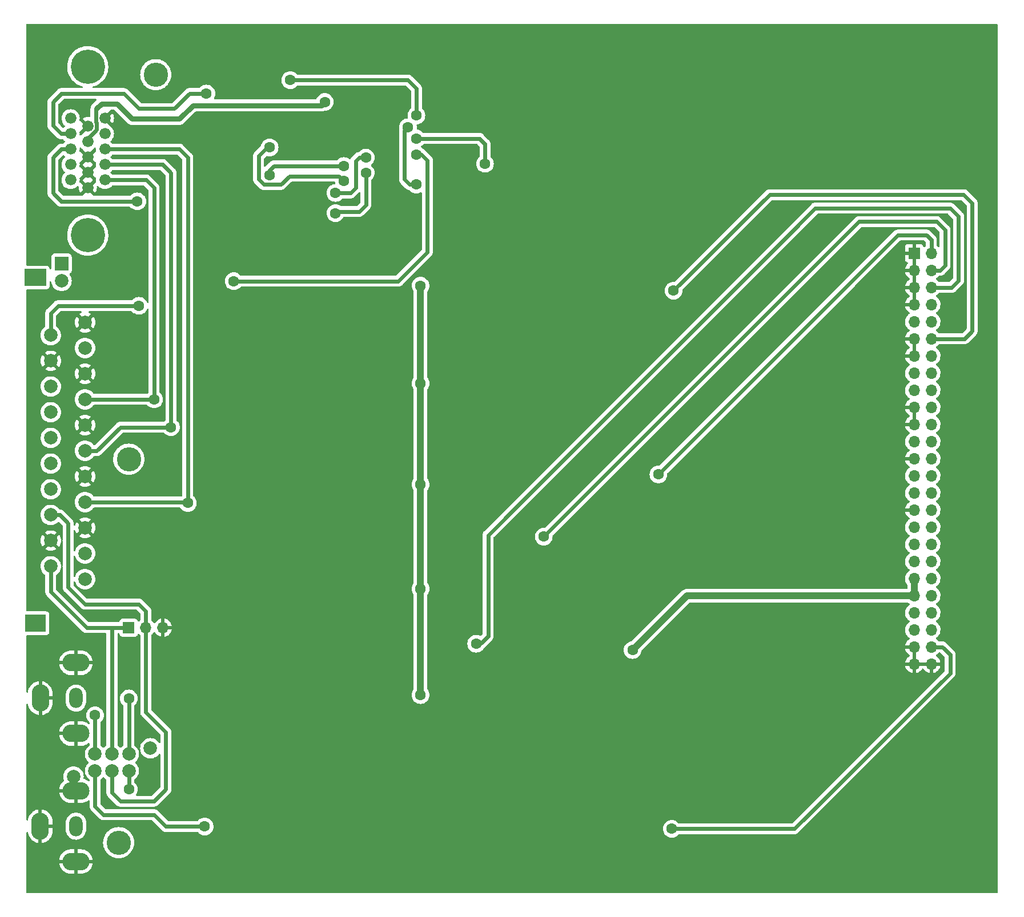
<source format=gbl>
G04 #@! TF.GenerationSoftware,KiCad,Pcbnew,6.0.2+dfsg-1*
G04 #@! TF.CreationDate,2024-08-10T18:00:16+02:00*
G04 #@! TF.ProjectId,rgb-board,7267622d-626f-4617-9264-2e6b69636164,rev?*
G04 #@! TF.SameCoordinates,Original*
G04 #@! TF.FileFunction,Copper,L2,Bot*
G04 #@! TF.FilePolarity,Positive*
%FSLAX46Y46*%
G04 Gerber Fmt 4.6, Leading zero omitted, Abs format (unit mm)*
G04 Created by KiCad (PCBNEW 6.0.2+dfsg-1) date 2024-08-10 18:00:16*
%MOMM*%
%LPD*%
G01*
G04 APERTURE LIST*
G04 #@! TA.AperFunction,WasherPad*
%ADD10C,3.600000*%
G04 #@! TD*
G04 #@! TA.AperFunction,WasherPad*
%ADD11R,3.200000X2.500000*%
G04 #@! TD*
G04 #@! TA.AperFunction,WasherPad*
%ADD12R,3.100000X2.500000*%
G04 #@! TD*
G04 #@! TA.AperFunction,ComponentPad*
%ADD13C,2.000000*%
G04 #@! TD*
G04 #@! TA.AperFunction,ComponentPad*
%ADD14R,1.700000X1.700000*%
G04 #@! TD*
G04 #@! TA.AperFunction,ComponentPad*
%ADD15O,1.700000X1.700000*%
G04 #@! TD*
G04 #@! TA.AperFunction,ComponentPad*
%ADD16O,4.000000X2.616000*%
G04 #@! TD*
G04 #@! TA.AperFunction,ComponentPad*
%ADD17O,2.616000X4.000000*%
G04 #@! TD*
G04 #@! TA.AperFunction,ComponentPad*
%ADD18O,2.000000X3.000000*%
G04 #@! TD*
G04 #@! TA.AperFunction,ComponentPad*
%ADD19C,1.676400*%
G04 #@! TD*
G04 #@! TA.AperFunction,ComponentPad*
%ADD20C,5.080000*%
G04 #@! TD*
G04 #@! TA.AperFunction,ComponentPad*
%ADD21R,2.000000X2.000000*%
G04 #@! TD*
G04 #@! TA.AperFunction,ViaPad*
%ADD22C,1.600000*%
G04 #@! TD*
G04 #@! TA.AperFunction,Conductor*
%ADD23C,1.000000*%
G04 #@! TD*
G04 #@! TA.AperFunction,Conductor*
%ADD24C,0.600000*%
G04 #@! TD*
G04 #@! TA.AperFunction,Conductor*
%ADD25C,0.800000*%
G04 #@! TD*
G04 APERTURE END LIST*
D10*
X98486500Y-95250000D03*
D11*
X84650000Y-68300000D03*
D12*
X84650000Y-119600000D03*
D13*
X92000000Y-113050000D03*
X86920000Y-111145000D03*
X92000000Y-109240000D03*
X86920000Y-107335000D03*
X92000000Y-105430000D03*
X86920000Y-103525000D03*
X92000000Y-101620000D03*
X86920000Y-99715000D03*
X92000000Y-97810000D03*
X86920000Y-95905000D03*
X92000000Y-94000000D03*
X86920000Y-92095000D03*
X92000000Y-90190000D03*
X86920000Y-88285000D03*
X92000000Y-86380000D03*
X86920000Y-84475000D03*
X92000000Y-82570000D03*
X86920000Y-80665000D03*
X92000000Y-78760000D03*
X86920000Y-76855000D03*
X92000000Y-74950000D03*
D14*
X214920000Y-64685000D03*
D15*
X217460000Y-64685000D03*
X214920000Y-67225000D03*
X217460000Y-67225000D03*
X214920000Y-69765000D03*
X217460000Y-69765000D03*
X214920000Y-72305000D03*
X217460000Y-72305000D03*
X214920000Y-74845000D03*
X217460000Y-74845000D03*
X214920000Y-77385000D03*
X217460000Y-77385000D03*
X214920000Y-79925000D03*
X217460000Y-79925000D03*
X214920000Y-82465000D03*
X217460000Y-82465000D03*
X214920000Y-85005000D03*
X217460000Y-85005000D03*
X214920000Y-87545000D03*
X217460000Y-87545000D03*
X214920000Y-90085000D03*
X217460000Y-90085000D03*
X214920000Y-92625000D03*
X217460000Y-92625000D03*
X214920000Y-95165000D03*
X217460000Y-95165000D03*
X214920000Y-97705000D03*
X217460000Y-97705000D03*
X214920000Y-100245000D03*
X217460000Y-100245000D03*
X214920000Y-102785000D03*
X217460000Y-102785000D03*
X214920000Y-105325000D03*
X217460000Y-105325000D03*
X214920000Y-107865000D03*
X217460000Y-107865000D03*
X214920000Y-110405000D03*
X217460000Y-110405000D03*
X214920000Y-112945000D03*
X217460000Y-112945000D03*
X214920000Y-115485000D03*
X217460000Y-115485000D03*
X214920000Y-118025000D03*
X217460000Y-118025000D03*
X214920000Y-120565000D03*
X217460000Y-120565000D03*
X214920000Y-123105000D03*
X217460000Y-123105000D03*
X214920000Y-125645000D03*
X217460000Y-125645000D03*
D13*
X93486500Y-139000000D03*
X95986500Y-139000000D03*
X98486500Y-139000000D03*
X93486500Y-141500000D03*
X95986500Y-141500000D03*
X98486500Y-141500000D03*
X90286500Y-142350000D03*
X101686500Y-138150000D03*
D16*
X90659369Y-144450000D03*
X90659369Y-154950000D03*
D17*
X85359369Y-149700000D03*
D18*
X90659369Y-149700000D03*
D19*
X94938730Y-53818000D03*
X94938730Y-51532000D03*
X94938730Y-49246000D03*
X94938730Y-46960000D03*
X94938730Y-44674000D03*
X92398730Y-54961000D03*
X92398730Y-52675000D03*
X92398730Y-50389000D03*
X92398730Y-48103000D03*
X92398730Y-45817000D03*
X89858730Y-53818000D03*
X89858730Y-51532000D03*
X89858730Y-49246000D03*
X89858730Y-46960000D03*
X89858730Y-44674000D03*
D20*
X92398730Y-61996800D03*
X92398730Y-37003200D03*
D10*
X96986500Y-152150000D03*
D14*
X98461500Y-120250000D03*
D15*
X101001500Y-120250000D03*
X103541500Y-120250000D03*
D16*
X90661500Y-125450000D03*
X90661500Y-135950000D03*
D17*
X85361500Y-130700000D03*
D18*
X90661500Y-130700000D03*
D10*
X102486500Y-38200000D03*
D21*
X88511500Y-66250000D03*
D13*
X88511500Y-68790000D03*
D22*
X113986500Y-40500000D03*
X98436500Y-125450000D03*
X141736500Y-84000000D03*
X141736500Y-114500000D03*
X141736500Y-99000000D03*
X141736500Y-130250000D03*
X141736500Y-69500000D03*
X173161500Y-123575000D03*
X178986500Y-150100000D03*
X177000000Y-97500000D03*
X160000000Y-106750000D03*
X149986500Y-122633000D03*
X179250000Y-70250000D03*
X104736500Y-90500000D03*
X107236500Y-101750000D03*
X102236500Y-86380000D03*
X99986500Y-72500000D03*
X98486500Y-130750000D03*
X98486500Y-144250000D03*
X93486500Y-133250000D03*
X109736500Y-149750000D03*
X141121500Y-47666000D03*
X127528000Y-42246000D03*
X151292500Y-51416000D03*
X141138000Y-50038000D03*
X114046000Y-68834000D03*
X129121500Y-55746000D03*
X133621500Y-50496000D03*
X130371500Y-53996000D03*
X119361500Y-49000000D03*
X130371500Y-51746000D03*
X119361500Y-53125000D03*
X141121500Y-54496000D03*
X139871500Y-45996000D03*
X99736500Y-57000000D03*
X122428000Y-39000000D03*
X141121500Y-44246000D03*
X109986500Y-41000000D03*
X129121500Y-58746000D03*
X133621500Y-52746000D03*
D23*
X141736500Y-130250000D02*
X141736500Y-114500000D01*
X141736500Y-114500000D02*
X141736500Y-99000000D01*
X141736500Y-99000000D02*
X141736500Y-69500000D01*
X181251500Y-115485000D02*
X173161500Y-123575000D01*
X214920000Y-115485000D02*
X181265000Y-115485000D01*
X214920000Y-112945000D02*
X214920000Y-115485000D01*
X181265000Y-115485000D02*
X181250000Y-115500000D01*
D24*
X178986500Y-150100000D02*
X197150000Y-150100000D01*
X197150000Y-150100000D02*
X220250000Y-127000000D01*
X220250000Y-124250000D02*
X219105000Y-123105000D01*
X219105000Y-123105000D02*
X217460000Y-123105000D01*
X220250000Y-127000000D02*
X220250000Y-124250000D01*
X217460000Y-62710000D02*
X217460000Y-64685000D01*
X177000000Y-97500000D02*
X212500000Y-62000000D01*
X212500000Y-62000000D02*
X216750000Y-62000000D01*
X216750000Y-62000000D02*
X217460000Y-62710000D01*
X160000000Y-106750000D02*
X206750000Y-60000000D01*
X218775000Y-67225000D02*
X217460000Y-67225000D01*
X219500000Y-66500000D02*
X218775000Y-67225000D01*
X218250000Y-60000000D02*
X219500000Y-61250000D01*
X206750000Y-60000000D02*
X218250000Y-60000000D01*
X219500000Y-61250000D02*
X219500000Y-66500000D01*
X217460000Y-69765000D02*
X220485000Y-69765000D01*
X221500000Y-59250000D02*
X220250000Y-58000000D01*
X200250000Y-58000000D02*
X151750000Y-106500000D01*
X220485000Y-69765000D02*
X221500000Y-68750000D01*
X151750000Y-106500000D02*
X151750000Y-121500000D01*
X220250000Y-58000000D02*
X200250000Y-58000000D01*
X221500000Y-68750000D02*
X221500000Y-59250000D01*
X150617000Y-122633000D02*
X149986500Y-122633000D01*
X151750000Y-121500000D02*
X150617000Y-122633000D01*
X223500000Y-76250000D02*
X222365000Y-77385000D01*
X223500000Y-57250000D02*
X223500000Y-76250000D01*
X222250000Y-56000000D02*
X223500000Y-57250000D01*
X179250000Y-70250000D02*
X193500000Y-56000000D01*
X222365000Y-77385000D02*
X217460000Y-77385000D01*
X193500000Y-56000000D02*
X222250000Y-56000000D01*
X104736500Y-52750000D02*
X103518500Y-51532000D01*
X104736500Y-90500000D02*
X104736500Y-52750000D01*
X97236500Y-90500000D02*
X93736500Y-94000000D01*
X103518500Y-51532000D02*
X94938730Y-51532000D01*
X93736500Y-94000000D02*
X92000000Y-94000000D01*
X104736500Y-90500000D02*
X97236500Y-90500000D01*
X105982500Y-49246000D02*
X94938730Y-49246000D01*
X107106500Y-101620000D02*
X92000000Y-101620000D01*
X107236500Y-50500000D02*
X105982500Y-49246000D01*
X107236500Y-101750000D02*
X107106500Y-101620000D01*
X107236500Y-101750000D02*
X107236500Y-50500000D01*
X102236500Y-86380000D02*
X92000000Y-86380000D01*
X102236500Y-55000000D02*
X101054500Y-53818000D01*
X102236500Y-86380000D02*
X102236500Y-55000000D01*
X101054500Y-53818000D02*
X94938730Y-53818000D01*
X87986500Y-72500000D02*
X86920000Y-73566500D01*
X86920000Y-73566500D02*
X86920000Y-76855000D01*
X99986500Y-72500000D02*
X87986500Y-72500000D01*
X103986500Y-135750000D02*
X103986500Y-144250000D01*
X102236500Y-146000000D02*
X97236500Y-146000000D01*
X91986500Y-116750000D02*
X99986500Y-116750000D01*
X103986500Y-144250000D02*
X102236500Y-146000000D01*
X97236500Y-146000000D02*
X95986500Y-144750000D01*
X100986500Y-132750000D02*
X101001500Y-132735000D01*
X88261500Y-103525000D02*
X89486500Y-104750000D01*
X99986500Y-116750000D02*
X101001500Y-117765000D01*
X86920000Y-103525000D02*
X88261500Y-103525000D01*
X89486500Y-114250000D02*
X91986500Y-116750000D01*
X89486500Y-104750000D02*
X89486500Y-114250000D01*
X100986500Y-132750000D02*
X103986500Y-135750000D01*
X101001500Y-117765000D02*
X101001500Y-120250000D01*
X95986500Y-144750000D02*
X95986500Y-141500000D01*
X101001500Y-132735000D02*
X101001500Y-120250000D01*
X86920000Y-114933500D02*
X92236500Y-120250000D01*
X86920000Y-111145000D02*
X86920000Y-114933500D01*
X92236500Y-120250000D02*
X95986500Y-120250000D01*
X95986500Y-139000000D02*
X95986500Y-120250000D01*
X95986500Y-120250000D02*
X98461500Y-120250000D01*
X98486500Y-139000000D02*
X98486500Y-130750000D01*
X90711500Y-130750000D02*
X90661500Y-130700000D01*
X98486500Y-144250000D02*
X98486500Y-141500000D01*
X93486500Y-139000000D02*
X93486500Y-133250000D01*
X103986500Y-149750000D02*
X102236500Y-148000000D01*
X94736500Y-148000000D02*
X93486500Y-146750000D01*
X109736500Y-149750000D02*
X103986500Y-149750000D01*
X102236500Y-148000000D02*
X94736500Y-148000000D01*
X93486500Y-146750000D02*
X93486500Y-141500000D01*
D25*
X107990500Y-42746000D02*
X105986500Y-44750000D01*
D24*
X150462500Y-47666000D02*
X151292500Y-48496000D01*
X92398730Y-47708810D02*
X93736500Y-46371040D01*
D25*
X94486500Y-42500000D02*
X93736500Y-43250000D01*
D24*
X93736500Y-43250000D02*
X93601019Y-43385481D01*
X93601019Y-45228099D02*
X93601019Y-43385481D01*
D25*
X105986500Y-44750000D02*
X98986500Y-44750000D01*
D24*
X151292500Y-48496000D02*
X151292500Y-51416000D01*
D25*
X96736500Y-42500000D02*
X94486500Y-42500000D01*
D24*
X92398730Y-48103000D02*
X92398730Y-47708810D01*
D25*
X98986500Y-44750000D02*
X96736500Y-42500000D01*
D24*
X141641000Y-47666000D02*
X150498500Y-47666000D01*
X93736500Y-45363580D02*
X93601019Y-45228099D01*
D25*
X127528000Y-42246000D02*
X127028000Y-42746000D01*
D24*
X93736500Y-46371040D02*
X93736500Y-45363580D01*
D25*
X127028000Y-42746000D02*
X107990500Y-42746000D01*
D24*
X142748000Y-64516000D02*
X138430000Y-68834000D01*
X141904000Y-50038000D02*
X142748000Y-50882000D01*
X142748000Y-50882000D02*
X142748000Y-64516000D01*
X138430000Y-68834000D02*
X114046000Y-68834000D01*
X141138000Y-50038000D02*
X141904000Y-50038000D01*
X131371500Y-55746000D02*
X132121500Y-54996000D01*
X132621500Y-50496000D02*
X133621500Y-50496000D01*
X129121500Y-55746000D02*
X131371500Y-55746000D01*
X132121500Y-50996000D02*
X132621500Y-50496000D01*
X132121500Y-54996000D02*
X132121500Y-50996000D01*
X122278000Y-53246000D02*
X121028000Y-54496000D01*
X117736500Y-53750000D02*
X117736500Y-50250000D01*
X118486500Y-54500000D02*
X117736500Y-53750000D01*
X121028000Y-54496000D02*
X118490500Y-54496000D01*
X118490500Y-54496000D02*
X118486500Y-54500000D01*
X129621500Y-53246000D02*
X122278000Y-53246000D01*
X130371500Y-53996000D02*
X129621500Y-53246000D01*
X117736500Y-50250000D02*
X118986500Y-49000000D01*
X118986500Y-49000000D02*
X119361500Y-49000000D01*
X119361500Y-52375000D02*
X119361500Y-53125000D01*
X130371500Y-51746000D02*
X119990500Y-51746000D01*
X119990500Y-51746000D02*
X119361500Y-52375000D01*
X139371500Y-46496000D02*
X139371500Y-53746000D01*
X140121500Y-54496000D02*
X141121500Y-54496000D01*
X139871500Y-45996000D02*
X139371500Y-46496000D01*
X139371500Y-53746000D02*
X140121500Y-54496000D01*
X139330000Y-39000000D02*
X139334000Y-38996000D01*
X88490500Y-49246000D02*
X89858730Y-49246000D01*
X141121500Y-40246000D02*
X139871500Y-38996000D01*
X87236500Y-55750000D02*
X87236500Y-50500000D01*
X87236500Y-50500000D02*
X88490500Y-49246000D01*
X139334000Y-38996000D02*
X139871500Y-38996000D01*
X122428000Y-39000000D02*
X139330000Y-39000000D01*
X99736500Y-57000000D02*
X88486500Y-57000000D01*
X88486500Y-57000000D02*
X87236500Y-55750000D01*
X141121500Y-40246000D02*
X141121500Y-44246000D01*
X109986500Y-41000000D02*
X107486500Y-41000000D01*
X107486500Y-41000000D02*
X105236500Y-43250000D01*
X88446500Y-46960000D02*
X89858730Y-46960000D01*
X105236500Y-43250000D02*
X99986500Y-43250000D01*
X87236500Y-42250000D02*
X87236500Y-45750000D01*
X97736500Y-41000000D02*
X88486500Y-41000000D01*
X99986500Y-43250000D02*
X97736500Y-41000000D01*
X88486500Y-41000000D02*
X87236500Y-42250000D01*
X87236500Y-45750000D02*
X88446500Y-46960000D01*
X132621500Y-58496000D02*
X129371500Y-58496000D01*
X132621500Y-58496000D02*
X133621500Y-57496000D01*
X129371500Y-58496000D02*
X129121500Y-58746000D01*
X133621500Y-57496000D02*
X133621500Y-52746000D01*
G04 #@! TA.AperFunction,Conductor*
G36*
X227259121Y-30678002D02*
G01*
X227305614Y-30731658D01*
X227317000Y-30784000D01*
X227317000Y-159516000D01*
X227296998Y-159584121D01*
X227243342Y-159630614D01*
X227191000Y-159642000D01*
X83434000Y-159642000D01*
X83365879Y-159621998D01*
X83319386Y-159568342D01*
X83308000Y-159516000D01*
X83308000Y-155221710D01*
X88171521Y-155221710D01*
X88185440Y-155323986D01*
X88187382Y-155333122D01*
X88260294Y-155583267D01*
X88263562Y-155592010D01*
X88372649Y-155828637D01*
X88377169Y-155836792D01*
X88520034Y-156054698D01*
X88525717Y-156062103D01*
X88699215Y-156256492D01*
X88705931Y-156262977D01*
X88906260Y-156429589D01*
X88913852Y-156435004D01*
X89136610Y-156570177D01*
X89144927Y-156574415D01*
X89385213Y-156675176D01*
X89394063Y-156678137D01*
X89646601Y-156742273D01*
X89655798Y-156743895D01*
X89872188Y-156765684D01*
X89878480Y-156766000D01*
X90387254Y-156766000D01*
X90402493Y-156761525D01*
X90403698Y-156760135D01*
X90405369Y-156752452D01*
X90405369Y-156747885D01*
X90913369Y-156747885D01*
X90917844Y-156763124D01*
X90919234Y-156764329D01*
X90926917Y-156766000D01*
X91417547Y-156766000D01*
X91422222Y-156765827D01*
X91615892Y-156751435D01*
X91625098Y-156750058D01*
X91879248Y-156692550D01*
X91888159Y-156689826D01*
X92131016Y-156595384D01*
X92139425Y-156591373D01*
X92365654Y-156462073D01*
X92373379Y-156456862D01*
X92578013Y-156295541D01*
X92584881Y-156289248D01*
X92763417Y-156099458D01*
X92769291Y-156092203D01*
X92917810Y-155878116D01*
X92922543Y-155870081D01*
X93037791Y-155636381D01*
X93041279Y-155627748D01*
X93120721Y-155379570D01*
X93122894Y-155370519D01*
X93147101Y-155221880D01*
X93145404Y-155208285D01*
X93131298Y-155204000D01*
X90931484Y-155204000D01*
X90916245Y-155208475D01*
X90915040Y-155209865D01*
X90913369Y-155217548D01*
X90913369Y-156747885D01*
X90405369Y-156747885D01*
X90405369Y-155222115D01*
X90400894Y-155206876D01*
X90399504Y-155205671D01*
X90391821Y-155204000D01*
X88187226Y-155204000D01*
X88173542Y-155208018D01*
X88171521Y-155221710D01*
X83308000Y-155221710D01*
X83308000Y-154678120D01*
X88171637Y-154678120D01*
X88173334Y-154691715D01*
X88187440Y-154696000D01*
X90387254Y-154696000D01*
X90402493Y-154691525D01*
X90403698Y-154690135D01*
X90405369Y-154682452D01*
X90405369Y-154677885D01*
X90913369Y-154677885D01*
X90917844Y-154693124D01*
X90919234Y-154694329D01*
X90926917Y-154696000D01*
X93131512Y-154696000D01*
X93145196Y-154691982D01*
X93147217Y-154678290D01*
X93133298Y-154576014D01*
X93131356Y-154566878D01*
X93058444Y-154316733D01*
X93055176Y-154307990D01*
X92946089Y-154071363D01*
X92941569Y-154063208D01*
X92798704Y-153845302D01*
X92793021Y-153837897D01*
X92619523Y-153643508D01*
X92612807Y-153637023D01*
X92412478Y-153470411D01*
X92404886Y-153464996D01*
X92182128Y-153329823D01*
X92173811Y-153325585D01*
X91933525Y-153224824D01*
X91924675Y-153221863D01*
X91672137Y-153157727D01*
X91662940Y-153156105D01*
X91446550Y-153134316D01*
X91440258Y-153134000D01*
X90931484Y-153134000D01*
X90916245Y-153138475D01*
X90915040Y-153139865D01*
X90913369Y-153147548D01*
X90913369Y-154677885D01*
X90405369Y-154677885D01*
X90405369Y-153152115D01*
X90400894Y-153136876D01*
X90399504Y-153135671D01*
X90391821Y-153134000D01*
X89901191Y-153134000D01*
X89896516Y-153134173D01*
X89702846Y-153148565D01*
X89693640Y-153149942D01*
X89439490Y-153207450D01*
X89430579Y-153210174D01*
X89187722Y-153304616D01*
X89179313Y-153308627D01*
X88953084Y-153437927D01*
X88945359Y-153443138D01*
X88740725Y-153604459D01*
X88733857Y-153610752D01*
X88555321Y-153800542D01*
X88549447Y-153807797D01*
X88400928Y-154021884D01*
X88396195Y-154029919D01*
X88280947Y-154263619D01*
X88277459Y-154272252D01*
X88198017Y-154520430D01*
X88195844Y-154529481D01*
X88171637Y-154678120D01*
X83308000Y-154678120D01*
X83308000Y-150679705D01*
X83328002Y-150611584D01*
X83381658Y-150565091D01*
X83451932Y-150554987D01*
X83516512Y-150584481D01*
X83554896Y-150644207D01*
X83558615Y-150661076D01*
X83559311Y-150665731D01*
X83616819Y-150919879D01*
X83619543Y-150928790D01*
X83713985Y-151171647D01*
X83717996Y-151180056D01*
X83847296Y-151406285D01*
X83852507Y-151414010D01*
X84013828Y-151618644D01*
X84020121Y-151625512D01*
X84209911Y-151804048D01*
X84217166Y-151809922D01*
X84431253Y-151958441D01*
X84439288Y-151963174D01*
X84672988Y-152078422D01*
X84681621Y-152081910D01*
X84929799Y-152161352D01*
X84938850Y-152163525D01*
X85087489Y-152187732D01*
X85101084Y-152186035D01*
X85105304Y-152172143D01*
X85613369Y-152172143D01*
X85617387Y-152185827D01*
X85631079Y-152187848D01*
X85733355Y-152173929D01*
X85742491Y-152171987D01*
X85817924Y-152150000D01*
X94673047Y-152150000D01*
X94692839Y-152451966D01*
X94751876Y-152748766D01*
X94849148Y-153035320D01*
X94982991Y-153306726D01*
X95151114Y-153558341D01*
X95153828Y-153561435D01*
X95153832Y-153561441D01*
X95347933Y-153782769D01*
X95350642Y-153785858D01*
X95353731Y-153788567D01*
X95575059Y-153982668D01*
X95575065Y-153982672D01*
X95578159Y-153985386D01*
X95581585Y-153987675D01*
X95581590Y-153987679D01*
X95632782Y-154021884D01*
X95829773Y-154153509D01*
X95833472Y-154155333D01*
X95833477Y-154155336D01*
X95972808Y-154224046D01*
X96101180Y-154287352D01*
X96105085Y-154288677D01*
X96105086Y-154288678D01*
X96383827Y-154383298D01*
X96383830Y-154383299D01*
X96387734Y-154384624D01*
X96391773Y-154385427D01*
X96391779Y-154385429D01*
X96680491Y-154442857D01*
X96680494Y-154442857D01*
X96684534Y-154443661D01*
X96688645Y-154443930D01*
X96688649Y-154443931D01*
X96982381Y-154463183D01*
X96986500Y-154463453D01*
X96990619Y-154463183D01*
X97284351Y-154443931D01*
X97284355Y-154443930D01*
X97288466Y-154443661D01*
X97292506Y-154442857D01*
X97292509Y-154442857D01*
X97581221Y-154385429D01*
X97581227Y-154385427D01*
X97585266Y-154384624D01*
X97589170Y-154383299D01*
X97589173Y-154383298D01*
X97867914Y-154288678D01*
X97867915Y-154288677D01*
X97871820Y-154287352D01*
X98000192Y-154224046D01*
X98139523Y-154155336D01*
X98139528Y-154155333D01*
X98143227Y-154153509D01*
X98340218Y-154021884D01*
X98391410Y-153987679D01*
X98391415Y-153987675D01*
X98394841Y-153985386D01*
X98397935Y-153982672D01*
X98397941Y-153982668D01*
X98619269Y-153788567D01*
X98622358Y-153785858D01*
X98625067Y-153782769D01*
X98819168Y-153561441D01*
X98819172Y-153561435D01*
X98821886Y-153558341D01*
X98990009Y-153306726D01*
X99123852Y-153035320D01*
X99221124Y-152748766D01*
X99280161Y-152451966D01*
X99299953Y-152150000D01*
X99287708Y-151963174D01*
X99280431Y-151852149D01*
X99280430Y-151852145D01*
X99280161Y-151848034D01*
X99253153Y-151712256D01*
X99221929Y-151555279D01*
X99221927Y-151555273D01*
X99221124Y-151551234D01*
X99209856Y-151518038D01*
X99125178Y-151268586D01*
X99125177Y-151268585D01*
X99123852Y-151264680D01*
X99014097Y-151042119D01*
X98991836Y-150996978D01*
X98991833Y-150996973D01*
X98990009Y-150993274D01*
X98821886Y-150741659D01*
X98819172Y-150738565D01*
X98819168Y-150738559D01*
X98625067Y-150517231D01*
X98622358Y-150514142D01*
X98584768Y-150481176D01*
X98397941Y-150317332D01*
X98397935Y-150317328D01*
X98394841Y-150314614D01*
X98391411Y-150312322D01*
X98391410Y-150312321D01*
X98146660Y-150148785D01*
X98143227Y-150146491D01*
X98139528Y-150144667D01*
X98139523Y-150144664D01*
X98000192Y-150075954D01*
X97871820Y-150012648D01*
X97770007Y-149978087D01*
X97589173Y-149916702D01*
X97589170Y-149916701D01*
X97585266Y-149915376D01*
X97581227Y-149914573D01*
X97581221Y-149914571D01*
X97292509Y-149857143D01*
X97292506Y-149857143D01*
X97288466Y-149856339D01*
X97284355Y-149856070D01*
X97284351Y-149856069D01*
X96990619Y-149836817D01*
X96986500Y-149836547D01*
X96982381Y-149836817D01*
X96688649Y-149856069D01*
X96688645Y-149856070D01*
X96684534Y-149856339D01*
X96680494Y-149857143D01*
X96680491Y-149857143D01*
X96391779Y-149914571D01*
X96391773Y-149914573D01*
X96387734Y-149915376D01*
X96383830Y-149916701D01*
X96383827Y-149916702D01*
X96202993Y-149978087D01*
X96101180Y-150012648D01*
X95972942Y-150075888D01*
X95833478Y-150144664D01*
X95833473Y-150144667D01*
X95829774Y-150146491D01*
X95578159Y-150314614D01*
X95575065Y-150317328D01*
X95575059Y-150317332D01*
X95388232Y-150481176D01*
X95350642Y-150514142D01*
X95347933Y-150517231D01*
X95153832Y-150738559D01*
X95153828Y-150738565D01*
X95151114Y-150741659D01*
X94982991Y-150993274D01*
X94981167Y-150996973D01*
X94981164Y-150996978D01*
X94958903Y-151042119D01*
X94849148Y-151264680D01*
X94847823Y-151268585D01*
X94847822Y-151268586D01*
X94763145Y-151518038D01*
X94751876Y-151551234D01*
X94751073Y-151555273D01*
X94751071Y-151555279D01*
X94719847Y-151712256D01*
X94692839Y-151848034D01*
X94692570Y-151852145D01*
X94692569Y-151852149D01*
X94685292Y-151963174D01*
X94673047Y-152150000D01*
X85817924Y-152150000D01*
X85992636Y-152099075D01*
X86001379Y-152095807D01*
X86238006Y-151986720D01*
X86246161Y-151982200D01*
X86464067Y-151839335D01*
X86471472Y-151833652D01*
X86665861Y-151660154D01*
X86672346Y-151653438D01*
X86838958Y-151453109D01*
X86844373Y-151445517D01*
X86979546Y-151222759D01*
X86983784Y-151214442D01*
X87084545Y-150974156D01*
X87087506Y-150965306D01*
X87151642Y-150712768D01*
X87153264Y-150703571D01*
X87175053Y-150487181D01*
X87175369Y-150480889D01*
X87175369Y-150261001D01*
X89150869Y-150261001D01*
X89151071Y-150263509D01*
X89151071Y-150263514D01*
X89162652Y-150407446D01*
X89165429Y-150441965D01*
X89166635Y-150446873D01*
X89166635Y-150446876D01*
X89207091Y-150611584D01*
X89223332Y-150677706D01*
X89225307Y-150682358D01*
X89225308Y-150682362D01*
X89275712Y-150801106D01*
X89318181Y-150901156D01*
X89358579Y-150965306D01*
X89406951Y-151042119D01*
X89447536Y-151106567D01*
X89450881Y-151110361D01*
X89604719Y-151284858D01*
X89604722Y-151284861D01*
X89608067Y-151288655D01*
X89611975Y-151291865D01*
X89611976Y-151291866D01*
X89760678Y-151414010D01*
X89795647Y-151442734D01*
X90005447Y-151564841D01*
X90010170Y-151566654D01*
X90227347Y-151650020D01*
X90227351Y-151650021D01*
X90232071Y-151651833D01*
X90237021Y-151652867D01*
X90237024Y-151652868D01*
X90464738Y-151700440D01*
X90464742Y-151700440D01*
X90469689Y-151701474D01*
X90712186Y-151712486D01*
X90717206Y-151711905D01*
X90717210Y-151711905D01*
X90948298Y-151685167D01*
X90948302Y-151685166D01*
X90953325Y-151684585D01*
X90958189Y-151683209D01*
X90958192Y-151683208D01*
X91119635Y-151637524D01*
X91186901Y-151618490D01*
X91191477Y-151616356D01*
X91191483Y-151616354D01*
X91402323Y-151518038D01*
X91402327Y-151518036D01*
X91406905Y-151515901D01*
X91607676Y-151379456D01*
X91784050Y-151212668D01*
X91862270Y-151110361D01*
X91928416Y-151023846D01*
X91928419Y-151023842D01*
X91931489Y-151019826D01*
X91949784Y-150985707D01*
X92043808Y-150810352D01*
X92046200Y-150805891D01*
X92125231Y-150576369D01*
X92153750Y-150411257D01*
X92165873Y-150341074D01*
X92165874Y-150341068D01*
X92166548Y-150337164D01*
X92167525Y-150315661D01*
X92167805Y-150309494D01*
X92167805Y-150309475D01*
X92167869Y-150308075D01*
X92167869Y-149138999D01*
X92167667Y-149136486D01*
X92153715Y-148963076D01*
X92153714Y-148963071D01*
X92153309Y-148958035D01*
X92148179Y-148937147D01*
X92096613Y-148727208D01*
X92095406Y-148722294D01*
X92088671Y-148706426D01*
X92002534Y-148503502D01*
X92000557Y-148498844D01*
X91871202Y-148293433D01*
X91806413Y-148219944D01*
X91714019Y-148115142D01*
X91714016Y-148115139D01*
X91710671Y-148111345D01*
X91604362Y-148024022D01*
X91526997Y-147960474D01*
X91526994Y-147960472D01*
X91523091Y-147957266D01*
X91313291Y-147835159D01*
X91179094Y-147783646D01*
X91091391Y-147749980D01*
X91091387Y-147749979D01*
X91086667Y-147748167D01*
X91081717Y-147747133D01*
X91081714Y-147747132D01*
X90854000Y-147699560D01*
X90853996Y-147699560D01*
X90849049Y-147698526D01*
X90606552Y-147687514D01*
X90601532Y-147688095D01*
X90601528Y-147688095D01*
X90370440Y-147714833D01*
X90370436Y-147714834D01*
X90365413Y-147715415D01*
X90360549Y-147716791D01*
X90360546Y-147716792D01*
X90279075Y-147739846D01*
X90131837Y-147781510D01*
X90127261Y-147783644D01*
X90127255Y-147783646D01*
X89916415Y-147881962D01*
X89916411Y-147881964D01*
X89911833Y-147884099D01*
X89711062Y-148020544D01*
X89534688Y-148187332D01*
X89531610Y-148191358D01*
X89531609Y-148191359D01*
X89390322Y-148376154D01*
X89390319Y-148376158D01*
X89387249Y-148380174D01*
X89272538Y-148594109D01*
X89193507Y-148823631D01*
X89152190Y-149062836D01*
X89152010Y-149066797D01*
X89152010Y-149066798D01*
X89151014Y-149088743D01*
X89150869Y-149091925D01*
X89150869Y-150261001D01*
X87175369Y-150261001D01*
X87175369Y-149972115D01*
X87170894Y-149956876D01*
X87169504Y-149955671D01*
X87161821Y-149954000D01*
X85631484Y-149954000D01*
X85616245Y-149958475D01*
X85615040Y-149959865D01*
X85613369Y-149967548D01*
X85613369Y-152172143D01*
X85105304Y-152172143D01*
X85105369Y-152171929D01*
X85105369Y-149427885D01*
X85613369Y-149427885D01*
X85617844Y-149443124D01*
X85619234Y-149444329D01*
X85626917Y-149446000D01*
X87157254Y-149446000D01*
X87172493Y-149441525D01*
X87173698Y-149440135D01*
X87175369Y-149432452D01*
X87175369Y-148941822D01*
X87175196Y-148937147D01*
X87160804Y-148743477D01*
X87159427Y-148734271D01*
X87101919Y-148480121D01*
X87099195Y-148471210D01*
X87004753Y-148228353D01*
X87000742Y-148219944D01*
X86871442Y-147993715D01*
X86866231Y-147985990D01*
X86704910Y-147781356D01*
X86698617Y-147774488D01*
X86508827Y-147595952D01*
X86501572Y-147590078D01*
X86287485Y-147441559D01*
X86279450Y-147436826D01*
X86045750Y-147321578D01*
X86037117Y-147318090D01*
X85788939Y-147238648D01*
X85779888Y-147236475D01*
X85631249Y-147212268D01*
X85617654Y-147213965D01*
X85613369Y-147228071D01*
X85613369Y-149427885D01*
X85105369Y-149427885D01*
X85105369Y-147227857D01*
X85101351Y-147214173D01*
X85087659Y-147212152D01*
X84985383Y-147226071D01*
X84976247Y-147228013D01*
X84726102Y-147300925D01*
X84717359Y-147304193D01*
X84480732Y-147413280D01*
X84472577Y-147417800D01*
X84254671Y-147560665D01*
X84247266Y-147566348D01*
X84052877Y-147739846D01*
X84046392Y-147746562D01*
X83879780Y-147946891D01*
X83874365Y-147954483D01*
X83739192Y-148177241D01*
X83734954Y-148185558D01*
X83634193Y-148425844D01*
X83631232Y-148434694D01*
X83567096Y-148687232D01*
X83565474Y-148696429D01*
X83559366Y-148757088D01*
X83532640Y-148822862D01*
X83474596Y-148863745D01*
X83403663Y-148866757D01*
X83342362Y-148830943D01*
X83310156Y-148767671D01*
X83308000Y-148744464D01*
X83308000Y-144721710D01*
X88171521Y-144721710D01*
X88185440Y-144823986D01*
X88187382Y-144833122D01*
X88260294Y-145083267D01*
X88263562Y-145092010D01*
X88372649Y-145328637D01*
X88377169Y-145336792D01*
X88520034Y-145554698D01*
X88525717Y-145562103D01*
X88699215Y-145756492D01*
X88705931Y-145762977D01*
X88906260Y-145929589D01*
X88913852Y-145935004D01*
X89136610Y-146070177D01*
X89144927Y-146074415D01*
X89385213Y-146175176D01*
X89394063Y-146178137D01*
X89646601Y-146242273D01*
X89655798Y-146243895D01*
X89872188Y-146265684D01*
X89878480Y-146266000D01*
X90387254Y-146266000D01*
X90402493Y-146261525D01*
X90403698Y-146260135D01*
X90405369Y-146252452D01*
X90405369Y-144722115D01*
X90400894Y-144706876D01*
X90399504Y-144705671D01*
X90391821Y-144704000D01*
X88187226Y-144704000D01*
X88173542Y-144708018D01*
X88171521Y-144721710D01*
X83308000Y-144721710D01*
X83308000Y-136221710D01*
X88173652Y-136221710D01*
X88187571Y-136323986D01*
X88189513Y-136333122D01*
X88262425Y-136583267D01*
X88265693Y-136592010D01*
X88374780Y-136828637D01*
X88379300Y-136836792D01*
X88522165Y-137054698D01*
X88527848Y-137062103D01*
X88701346Y-137256492D01*
X88708062Y-137262977D01*
X88908391Y-137429589D01*
X88915983Y-137435004D01*
X89138741Y-137570177D01*
X89147058Y-137574415D01*
X89387344Y-137675176D01*
X89396194Y-137678137D01*
X89648732Y-137742273D01*
X89657929Y-137743895D01*
X89874319Y-137765684D01*
X89880611Y-137766000D01*
X90389385Y-137766000D01*
X90404624Y-137761525D01*
X90405829Y-137760135D01*
X90407500Y-137752452D01*
X90407500Y-136222115D01*
X90403025Y-136206876D01*
X90401635Y-136205671D01*
X90393952Y-136204000D01*
X88189357Y-136204000D01*
X88175673Y-136208018D01*
X88173652Y-136221710D01*
X83308000Y-136221710D01*
X83308000Y-135678120D01*
X88173768Y-135678120D01*
X88175465Y-135691715D01*
X88189571Y-135696000D01*
X90389385Y-135696000D01*
X90404624Y-135691525D01*
X90405829Y-135690135D01*
X90407500Y-135682452D01*
X90407500Y-134152115D01*
X90403025Y-134136876D01*
X90401635Y-134135671D01*
X90393952Y-134134000D01*
X89903322Y-134134000D01*
X89898647Y-134134173D01*
X89704977Y-134148565D01*
X89695771Y-134149942D01*
X89441621Y-134207450D01*
X89432710Y-134210174D01*
X89189853Y-134304616D01*
X89181444Y-134308627D01*
X88955215Y-134437927D01*
X88947490Y-134443138D01*
X88742856Y-134604459D01*
X88735988Y-134610752D01*
X88557452Y-134800542D01*
X88551578Y-134807797D01*
X88403059Y-135021884D01*
X88398326Y-135029919D01*
X88283078Y-135263619D01*
X88279590Y-135272252D01*
X88200148Y-135520430D01*
X88197975Y-135529481D01*
X88173768Y-135678120D01*
X83308000Y-135678120D01*
X83308000Y-131660326D01*
X83328002Y-131592205D01*
X83381658Y-131545712D01*
X83451932Y-131535608D01*
X83516512Y-131565102D01*
X83554896Y-131624828D01*
X83559654Y-131650989D01*
X83560065Y-131656522D01*
X83561442Y-131665729D01*
X83618950Y-131919879D01*
X83621674Y-131928790D01*
X83716116Y-132171647D01*
X83720127Y-132180056D01*
X83849427Y-132406285D01*
X83854638Y-132414010D01*
X84015959Y-132618644D01*
X84022252Y-132625512D01*
X84212042Y-132804048D01*
X84219297Y-132809922D01*
X84433384Y-132958441D01*
X84441419Y-132963174D01*
X84675119Y-133078422D01*
X84683752Y-133081910D01*
X84931930Y-133161352D01*
X84940981Y-133163525D01*
X85089620Y-133187732D01*
X85103215Y-133186035D01*
X85107435Y-133172143D01*
X85615500Y-133172143D01*
X85619518Y-133185827D01*
X85633210Y-133187848D01*
X85735486Y-133173929D01*
X85744622Y-133171987D01*
X85994767Y-133099075D01*
X86003510Y-133095807D01*
X86240137Y-132986720D01*
X86248292Y-132982200D01*
X86466198Y-132839335D01*
X86473603Y-132833652D01*
X86667992Y-132660154D01*
X86674477Y-132653438D01*
X86841089Y-132453109D01*
X86846504Y-132445517D01*
X86981677Y-132222759D01*
X86985915Y-132214442D01*
X87086676Y-131974156D01*
X87089637Y-131965306D01*
X87153773Y-131712768D01*
X87155395Y-131703571D01*
X87177184Y-131487181D01*
X87177500Y-131480889D01*
X87177500Y-131261001D01*
X89153000Y-131261001D01*
X89153202Y-131263509D01*
X89153202Y-131263514D01*
X89164727Y-131406749D01*
X89167560Y-131441965D01*
X89168766Y-131446873D01*
X89168766Y-131446876D01*
X89177384Y-131481961D01*
X89225463Y-131677706D01*
X89320312Y-131901156D01*
X89355137Y-131956457D01*
X89393918Y-132018039D01*
X89449667Y-132106567D01*
X89453012Y-132110361D01*
X89606850Y-132284858D01*
X89606853Y-132284861D01*
X89610198Y-132288655D01*
X89614106Y-132291865D01*
X89614107Y-132291866D01*
X89782407Y-132430108D01*
X89797778Y-132442734D01*
X90007578Y-132564841D01*
X90012301Y-132566654D01*
X90229478Y-132650020D01*
X90229482Y-132650021D01*
X90234202Y-132651833D01*
X90239152Y-132652867D01*
X90239155Y-132652868D01*
X90466869Y-132700440D01*
X90466873Y-132700440D01*
X90471820Y-132701474D01*
X90714317Y-132712486D01*
X90719337Y-132711905D01*
X90719341Y-132711905D01*
X90950429Y-132685167D01*
X90950433Y-132685166D01*
X90955456Y-132684585D01*
X90960320Y-132683209D01*
X90960323Y-132683208D01*
X91121766Y-132637524D01*
X91189032Y-132618490D01*
X91193608Y-132616356D01*
X91193614Y-132616354D01*
X91404454Y-132518038D01*
X91404458Y-132518036D01*
X91409036Y-132515901D01*
X91609807Y-132379456D01*
X91786181Y-132212668D01*
X91864401Y-132110361D01*
X91930547Y-132023846D01*
X91930550Y-132023842D01*
X91933620Y-132019826D01*
X92048331Y-131805891D01*
X92127362Y-131576369D01*
X92168679Y-131337164D01*
X92170000Y-131308075D01*
X92170000Y-130138999D01*
X92169798Y-130136486D01*
X92155846Y-129963076D01*
X92155845Y-129963071D01*
X92155440Y-129958035D01*
X92150310Y-129937147D01*
X92098744Y-129727208D01*
X92097537Y-129722294D01*
X92086559Y-129696430D01*
X92004665Y-129503502D01*
X92002688Y-129498844D01*
X91873333Y-129293433D01*
X91808544Y-129219944D01*
X91716150Y-129115142D01*
X91716147Y-129115139D01*
X91712802Y-129111345D01*
X91606493Y-129024022D01*
X91529128Y-128960474D01*
X91529125Y-128960472D01*
X91525222Y-128957266D01*
X91315422Y-128835159D01*
X91181225Y-128783646D01*
X91093522Y-128749980D01*
X91093518Y-128749979D01*
X91088798Y-128748167D01*
X91083848Y-128747133D01*
X91083845Y-128747132D01*
X90856131Y-128699560D01*
X90856127Y-128699560D01*
X90851180Y-128698526D01*
X90608683Y-128687514D01*
X90603663Y-128688095D01*
X90603659Y-128688095D01*
X90372571Y-128714833D01*
X90372567Y-128714834D01*
X90367544Y-128715415D01*
X90362680Y-128716791D01*
X90362677Y-128716792D01*
X90281206Y-128739846D01*
X90133968Y-128781510D01*
X90129392Y-128783644D01*
X90129386Y-128783646D01*
X89918546Y-128881962D01*
X89918542Y-128881964D01*
X89913964Y-128884099D01*
X89713193Y-129020544D01*
X89536819Y-129187332D01*
X89533741Y-129191358D01*
X89533740Y-129191359D01*
X89392453Y-129376154D01*
X89392450Y-129376158D01*
X89389380Y-129380174D01*
X89274669Y-129594109D01*
X89195638Y-129823631D01*
X89185054Y-129884909D01*
X89162308Y-130016598D01*
X89154321Y-130062836D01*
X89154141Y-130066797D01*
X89154141Y-130066798D01*
X89153145Y-130088743D01*
X89153000Y-130091925D01*
X89153000Y-131261001D01*
X87177500Y-131261001D01*
X87177500Y-130972115D01*
X87173025Y-130956876D01*
X87171635Y-130955671D01*
X87163952Y-130954000D01*
X85633615Y-130954000D01*
X85618376Y-130958475D01*
X85617171Y-130959865D01*
X85615500Y-130967548D01*
X85615500Y-133172143D01*
X85107435Y-133172143D01*
X85107500Y-133171929D01*
X85107500Y-130427885D01*
X85615500Y-130427885D01*
X85619975Y-130443124D01*
X85621365Y-130444329D01*
X85629048Y-130446000D01*
X87159385Y-130446000D01*
X87174624Y-130441525D01*
X87175829Y-130440135D01*
X87177500Y-130432452D01*
X87177500Y-129941822D01*
X87177327Y-129937147D01*
X87162935Y-129743477D01*
X87161558Y-129734271D01*
X87104050Y-129480121D01*
X87101326Y-129471210D01*
X87006884Y-129228353D01*
X87002873Y-129219944D01*
X86873573Y-128993715D01*
X86868362Y-128985990D01*
X86707041Y-128781356D01*
X86700748Y-128774488D01*
X86510958Y-128595952D01*
X86503703Y-128590078D01*
X86289616Y-128441559D01*
X86281581Y-128436826D01*
X86047881Y-128321578D01*
X86039248Y-128318090D01*
X85791070Y-128238648D01*
X85782019Y-128236475D01*
X85633380Y-128212268D01*
X85619785Y-128213965D01*
X85615500Y-128228071D01*
X85615500Y-130427885D01*
X85107500Y-130427885D01*
X85107500Y-128227857D01*
X85103482Y-128214173D01*
X85089790Y-128212152D01*
X84987514Y-128226071D01*
X84978378Y-128228013D01*
X84728233Y-128300925D01*
X84719490Y-128304193D01*
X84482863Y-128413280D01*
X84474708Y-128417800D01*
X84256802Y-128560665D01*
X84249397Y-128566348D01*
X84055008Y-128739846D01*
X84048523Y-128746562D01*
X83881911Y-128946891D01*
X83876496Y-128954483D01*
X83741323Y-129177241D01*
X83737085Y-129185558D01*
X83636324Y-129425844D01*
X83633363Y-129434694D01*
X83569227Y-129687232D01*
X83567605Y-129696430D01*
X83559366Y-129778251D01*
X83532640Y-129844026D01*
X83474596Y-129884909D01*
X83403664Y-129887922D01*
X83342363Y-129852107D01*
X83310156Y-129788836D01*
X83308000Y-129765628D01*
X83308000Y-125721710D01*
X88173652Y-125721710D01*
X88187571Y-125823986D01*
X88189513Y-125833122D01*
X88262425Y-126083267D01*
X88265693Y-126092010D01*
X88374780Y-126328637D01*
X88379300Y-126336792D01*
X88522165Y-126554698D01*
X88527848Y-126562103D01*
X88701346Y-126756492D01*
X88708062Y-126762977D01*
X88908391Y-126929589D01*
X88915983Y-126935004D01*
X89138741Y-127070177D01*
X89147058Y-127074415D01*
X89387344Y-127175176D01*
X89396194Y-127178137D01*
X89648732Y-127242273D01*
X89657929Y-127243895D01*
X89874319Y-127265684D01*
X89880611Y-127266000D01*
X90389385Y-127266000D01*
X90404624Y-127261525D01*
X90405829Y-127260135D01*
X90407500Y-127252452D01*
X90407500Y-127247885D01*
X90915500Y-127247885D01*
X90919975Y-127263124D01*
X90921365Y-127264329D01*
X90929048Y-127266000D01*
X91419678Y-127266000D01*
X91424353Y-127265827D01*
X91618023Y-127251435D01*
X91627229Y-127250058D01*
X91881379Y-127192550D01*
X91890290Y-127189826D01*
X92133147Y-127095384D01*
X92141556Y-127091373D01*
X92367785Y-126962073D01*
X92375510Y-126956862D01*
X92580144Y-126795541D01*
X92587012Y-126789248D01*
X92765548Y-126599458D01*
X92771422Y-126592203D01*
X92919941Y-126378116D01*
X92924674Y-126370081D01*
X93039922Y-126136381D01*
X93043410Y-126127748D01*
X93122852Y-125879570D01*
X93125025Y-125870519D01*
X93149232Y-125721880D01*
X93147535Y-125708285D01*
X93133429Y-125704000D01*
X90933615Y-125704000D01*
X90918376Y-125708475D01*
X90917171Y-125709865D01*
X90915500Y-125717548D01*
X90915500Y-127247885D01*
X90407500Y-127247885D01*
X90407500Y-125722115D01*
X90403025Y-125706876D01*
X90401635Y-125705671D01*
X90393952Y-125704000D01*
X88189357Y-125704000D01*
X88175673Y-125708018D01*
X88173652Y-125721710D01*
X83308000Y-125721710D01*
X83308000Y-125178120D01*
X88173768Y-125178120D01*
X88175465Y-125191715D01*
X88189571Y-125196000D01*
X90389385Y-125196000D01*
X90404624Y-125191525D01*
X90405829Y-125190135D01*
X90407500Y-125182452D01*
X90407500Y-125177885D01*
X90915500Y-125177885D01*
X90919975Y-125193124D01*
X90921365Y-125194329D01*
X90929048Y-125196000D01*
X93133643Y-125196000D01*
X93147327Y-125191982D01*
X93149348Y-125178290D01*
X93135429Y-125076014D01*
X93133487Y-125066878D01*
X93060575Y-124816733D01*
X93057307Y-124807990D01*
X92948220Y-124571363D01*
X92943700Y-124563208D01*
X92800835Y-124345302D01*
X92795152Y-124337897D01*
X92621654Y-124143508D01*
X92614938Y-124137023D01*
X92414609Y-123970411D01*
X92407017Y-123964996D01*
X92184259Y-123829823D01*
X92175942Y-123825585D01*
X91935656Y-123724824D01*
X91926806Y-123721863D01*
X91674268Y-123657727D01*
X91665071Y-123656105D01*
X91448681Y-123634316D01*
X91442389Y-123634000D01*
X90933615Y-123634000D01*
X90918376Y-123638475D01*
X90917171Y-123639865D01*
X90915500Y-123647548D01*
X90915500Y-125177885D01*
X90407500Y-125177885D01*
X90407500Y-123652115D01*
X90403025Y-123636876D01*
X90401635Y-123635671D01*
X90393952Y-123634000D01*
X89903322Y-123634000D01*
X89898647Y-123634173D01*
X89704977Y-123648565D01*
X89695771Y-123649942D01*
X89441621Y-123707450D01*
X89432710Y-123710174D01*
X89189853Y-123804616D01*
X89181444Y-123808627D01*
X88955215Y-123937927D01*
X88947490Y-123943138D01*
X88742856Y-124104459D01*
X88735988Y-124110752D01*
X88557452Y-124300542D01*
X88551578Y-124307797D01*
X88403059Y-124521884D01*
X88398326Y-124529919D01*
X88283078Y-124763619D01*
X88279590Y-124772252D01*
X88200148Y-125020430D01*
X88197975Y-125029481D01*
X88173768Y-125178120D01*
X83308000Y-125178120D01*
X83308000Y-121484500D01*
X83328002Y-121416379D01*
X83381658Y-121369886D01*
X83434000Y-121358500D01*
X86248134Y-121358500D01*
X86310316Y-121351745D01*
X86446705Y-121300615D01*
X86563261Y-121213261D01*
X86650615Y-121096705D01*
X86701745Y-120960316D01*
X86708500Y-120898134D01*
X86708500Y-118301866D01*
X86701745Y-118239684D01*
X86650615Y-118103295D01*
X86563261Y-117986739D01*
X86446705Y-117899385D01*
X86310316Y-117848255D01*
X86248134Y-117841500D01*
X83434000Y-117841500D01*
X83365879Y-117821498D01*
X83319386Y-117767842D01*
X83308000Y-117715500D01*
X83308000Y-111145000D01*
X85406835Y-111145000D01*
X85425465Y-111381711D01*
X85426619Y-111386518D01*
X85426620Y-111386524D01*
X85459057Y-111521632D01*
X85480895Y-111612594D01*
X85482788Y-111617165D01*
X85482789Y-111617167D01*
X85556289Y-111794612D01*
X85571760Y-111831963D01*
X85574346Y-111836183D01*
X85693241Y-112030202D01*
X85693245Y-112030208D01*
X85695824Y-112034416D01*
X85850031Y-112214969D01*
X86030584Y-112369176D01*
X86051336Y-112381893D01*
X86098966Y-112434538D01*
X86111500Y-112489324D01*
X86111500Y-114924286D01*
X86111493Y-114925606D01*
X86110549Y-115015721D01*
X86119711Y-115058097D01*
X86121769Y-115070663D01*
X86126603Y-115113755D01*
X86128919Y-115120406D01*
X86128920Y-115120410D01*
X86137633Y-115145430D01*
X86141796Y-115160242D01*
X86142016Y-115161257D01*
X86148881Y-115193010D01*
X86167208Y-115232313D01*
X86171990Y-115244089D01*
X86186255Y-115285052D01*
X86189989Y-115291027D01*
X86189990Y-115291030D01*
X86204027Y-115313495D01*
X86211366Y-115327012D01*
X86217895Y-115341012D01*
X86225538Y-115357402D01*
X86229855Y-115362967D01*
X86229856Y-115362969D01*
X86252106Y-115391653D01*
X86259402Y-115402112D01*
X86282374Y-115438876D01*
X86287334Y-115443871D01*
X86287335Y-115443872D01*
X86310976Y-115467679D01*
X86311561Y-115468304D01*
X86312078Y-115468970D01*
X86338068Y-115494960D01*
X86410185Y-115567582D01*
X86411222Y-115568240D01*
X86412451Y-115569343D01*
X91658266Y-120815158D01*
X91659194Y-120816095D01*
X91695402Y-120853069D01*
X91722271Y-120880507D01*
X91758721Y-120903998D01*
X91769046Y-120911417D01*
X91802943Y-120938476D01*
X91809282Y-120941540D01*
X91809286Y-120941543D01*
X91833138Y-120953074D01*
X91846551Y-120960601D01*
X91868813Y-120974947D01*
X91868816Y-120974948D01*
X91874738Y-120978765D01*
X91881357Y-120981174D01*
X91881361Y-120981176D01*
X91915473Y-120993592D01*
X91927217Y-120998553D01*
X91959899Y-121014352D01*
X91959901Y-121014353D01*
X91966248Y-121017421D01*
X91983183Y-121021331D01*
X91998927Y-121024966D01*
X92013668Y-121029332D01*
X92045185Y-121040803D01*
X92052171Y-121041685D01*
X92052177Y-121041687D01*
X92088201Y-121046238D01*
X92100753Y-121048474D01*
X92136114Y-121056638D01*
X92136117Y-121056638D01*
X92142985Y-121058224D01*
X92150031Y-121058249D01*
X92150034Y-121058249D01*
X92183556Y-121058366D01*
X92184438Y-121058395D01*
X92185269Y-121058500D01*
X92221919Y-121058500D01*
X92222359Y-121058501D01*
X92320843Y-121058845D01*
X92320848Y-121058845D01*
X92324370Y-121058857D01*
X92325570Y-121058589D01*
X92327207Y-121058500D01*
X95052000Y-121058500D01*
X95120121Y-121078502D01*
X95166614Y-121132158D01*
X95178000Y-121184500D01*
X95178000Y-137655676D01*
X95157998Y-137723797D01*
X95117836Y-137763107D01*
X95097084Y-137775824D01*
X94916531Y-137930031D01*
X94913323Y-137933787D01*
X94913318Y-137933792D01*
X94832311Y-138028639D01*
X94772861Y-138067449D01*
X94701866Y-138067955D01*
X94640689Y-138028639D01*
X94559682Y-137933792D01*
X94559677Y-137933787D01*
X94556469Y-137930031D01*
X94375916Y-137775824D01*
X94355164Y-137763107D01*
X94307534Y-137710462D01*
X94295000Y-137655676D01*
X94295000Y-134344188D01*
X94315002Y-134276067D01*
X94331905Y-134255093D01*
X94492698Y-134094300D01*
X94624023Y-133906749D01*
X94626346Y-133901767D01*
X94626349Y-133901762D01*
X94718461Y-133704225D01*
X94718461Y-133704224D01*
X94720784Y-133699243D01*
X94780043Y-133478087D01*
X94799998Y-133250000D01*
X94780043Y-133021913D01*
X94778619Y-133016598D01*
X94722207Y-132806067D01*
X94722206Y-132806065D01*
X94720784Y-132800757D01*
X94666884Y-132685167D01*
X94626349Y-132598238D01*
X94626346Y-132598233D01*
X94624023Y-132593251D01*
X94520578Y-132445517D01*
X94495857Y-132410211D01*
X94495855Y-132410208D01*
X94492698Y-132405700D01*
X94330800Y-132243802D01*
X94326292Y-132240645D01*
X94326289Y-132240643D01*
X94248111Y-132185902D01*
X94143249Y-132112477D01*
X94138267Y-132110154D01*
X94138262Y-132110151D01*
X93940725Y-132018039D01*
X93940724Y-132018039D01*
X93935743Y-132015716D01*
X93930435Y-132014294D01*
X93930433Y-132014293D01*
X93719902Y-131957881D01*
X93719900Y-131957881D01*
X93714587Y-131956457D01*
X93486500Y-131936502D01*
X93258413Y-131956457D01*
X93253100Y-131957881D01*
X93253098Y-131957881D01*
X93042567Y-132014293D01*
X93042565Y-132014294D01*
X93037257Y-132015716D01*
X93032276Y-132018039D01*
X93032275Y-132018039D01*
X92834738Y-132110151D01*
X92834733Y-132110154D01*
X92829751Y-132112477D01*
X92724889Y-132185902D01*
X92646711Y-132240643D01*
X92646708Y-132240645D01*
X92642200Y-132243802D01*
X92480302Y-132405700D01*
X92477145Y-132410208D01*
X92477143Y-132410211D01*
X92452422Y-132445517D01*
X92348977Y-132593251D01*
X92346654Y-132598233D01*
X92346651Y-132598238D01*
X92306116Y-132685167D01*
X92252216Y-132800757D01*
X92250794Y-132806065D01*
X92250793Y-132806067D01*
X92194381Y-133016598D01*
X92192957Y-133021913D01*
X92173002Y-133250000D01*
X92192957Y-133478087D01*
X92252216Y-133699243D01*
X92254539Y-133704224D01*
X92254539Y-133704225D01*
X92346651Y-133901762D01*
X92346654Y-133901767D01*
X92348977Y-133906749D01*
X92480302Y-134094300D01*
X92641095Y-134255093D01*
X92675121Y-134317405D01*
X92678000Y-134344188D01*
X92678000Y-134420795D01*
X92657998Y-134488916D01*
X92604342Y-134535409D01*
X92534068Y-134545513D01*
X92471431Y-134517669D01*
X92414609Y-134470411D01*
X92407017Y-134464996D01*
X92184259Y-134329823D01*
X92175942Y-134325585D01*
X91935656Y-134224824D01*
X91926806Y-134221863D01*
X91674268Y-134157727D01*
X91665071Y-134156105D01*
X91448681Y-134134316D01*
X91442389Y-134134000D01*
X90933615Y-134134000D01*
X90918376Y-134138475D01*
X90917171Y-134139865D01*
X90915500Y-134147548D01*
X90915500Y-137747885D01*
X90919975Y-137763124D01*
X90921365Y-137764329D01*
X90929048Y-137766000D01*
X91419678Y-137766000D01*
X91424353Y-137765827D01*
X91618023Y-137751435D01*
X91627229Y-137750058D01*
X91881379Y-137692550D01*
X91890290Y-137689826D01*
X92133147Y-137595384D01*
X92141556Y-137591373D01*
X92367785Y-137462073D01*
X92375510Y-137456862D01*
X92473994Y-137379224D01*
X92539874Y-137352759D01*
X92609603Y-137366112D01*
X92661044Y-137415044D01*
X92678000Y-137478174D01*
X92678000Y-137655676D01*
X92657998Y-137723797D01*
X92617836Y-137763107D01*
X92597084Y-137775824D01*
X92416531Y-137930031D01*
X92262324Y-138110584D01*
X92259745Y-138114792D01*
X92259741Y-138114798D01*
X92140846Y-138308817D01*
X92138260Y-138313037D01*
X92047395Y-138532406D01*
X91991965Y-138763289D01*
X91973335Y-139000000D01*
X91991965Y-139236711D01*
X92047395Y-139467594D01*
X92049288Y-139472165D01*
X92049289Y-139472167D01*
X92128403Y-139663165D01*
X92138260Y-139686963D01*
X92140846Y-139691183D01*
X92259741Y-139885202D01*
X92259745Y-139885208D01*
X92262324Y-139889416D01*
X92416531Y-140069969D01*
X92420287Y-140073177D01*
X92420292Y-140073182D01*
X92515139Y-140154189D01*
X92553949Y-140213639D01*
X92554455Y-140284634D01*
X92515139Y-140345811D01*
X92420292Y-140426818D01*
X92420287Y-140426823D01*
X92416531Y-140430031D01*
X92262324Y-140610584D01*
X92259745Y-140614792D01*
X92259741Y-140614798D01*
X92140846Y-140808817D01*
X92138260Y-140813037D01*
X92136367Y-140817607D01*
X92136365Y-140817611D01*
X92060874Y-140999865D01*
X92047395Y-141032406D01*
X91991965Y-141263289D01*
X91973335Y-141500000D01*
X91991965Y-141736711D01*
X92047395Y-141967594D01*
X92138260Y-142186963D01*
X92140846Y-142191183D01*
X92259741Y-142385202D01*
X92259745Y-142385208D01*
X92262324Y-142389416D01*
X92416531Y-142569969D01*
X92597084Y-142724176D01*
X92617836Y-142736893D01*
X92665466Y-142789538D01*
X92678000Y-142844324D01*
X92678000Y-142922568D01*
X92657998Y-142990689D01*
X92604342Y-143037182D01*
X92534068Y-143047286D01*
X92471430Y-143019442D01*
X92412471Y-142970406D01*
X92404886Y-142964996D01*
X92182128Y-142829823D01*
X92173811Y-142825585D01*
X91933525Y-142724824D01*
X91924678Y-142721864D01*
X91876350Y-142709590D01*
X91815249Y-142673434D01*
X91783394Y-142609985D01*
X91781754Y-142577581D01*
X91799277Y-142354930D01*
X91799665Y-142350000D01*
X91781035Y-142113289D01*
X91725605Y-141882406D01*
X91634740Y-141663037D01*
X91632154Y-141658817D01*
X91513259Y-141464798D01*
X91513255Y-141464792D01*
X91510676Y-141460584D01*
X91356469Y-141280031D01*
X91175916Y-141125824D01*
X91171708Y-141123245D01*
X91171702Y-141123241D01*
X90977683Y-141004346D01*
X90973463Y-141001760D01*
X90968893Y-140999867D01*
X90968889Y-140999865D01*
X90758667Y-140912789D01*
X90758665Y-140912788D01*
X90754094Y-140910895D01*
X90673891Y-140891640D01*
X90528024Y-140856620D01*
X90528018Y-140856619D01*
X90523211Y-140855465D01*
X90286500Y-140836835D01*
X90049789Y-140855465D01*
X90044982Y-140856619D01*
X90044976Y-140856620D01*
X89899109Y-140891640D01*
X89818906Y-140910895D01*
X89814335Y-140912788D01*
X89814333Y-140912789D01*
X89604111Y-140999865D01*
X89604107Y-140999867D01*
X89599537Y-141001760D01*
X89595317Y-141004346D01*
X89401298Y-141123241D01*
X89401292Y-141123245D01*
X89397084Y-141125824D01*
X89216531Y-141280031D01*
X89062324Y-141460584D01*
X89059745Y-141464792D01*
X89059741Y-141464798D01*
X88940846Y-141658817D01*
X88938260Y-141663037D01*
X88847395Y-141882406D01*
X88791965Y-142113289D01*
X88773335Y-142350000D01*
X88791965Y-142586711D01*
X88793119Y-142591518D01*
X88793120Y-142591524D01*
X88824196Y-142720963D01*
X88847395Y-142817594D01*
X88849288Y-142822165D01*
X88849289Y-142822167D01*
X88874211Y-142882333D01*
X88881800Y-142952922D01*
X88850021Y-143016409D01*
X88835808Y-143029501D01*
X88740725Y-143104459D01*
X88733857Y-143110752D01*
X88555321Y-143300542D01*
X88549447Y-143307797D01*
X88400928Y-143521884D01*
X88396195Y-143529919D01*
X88280947Y-143763619D01*
X88277459Y-143772252D01*
X88198017Y-144020430D01*
X88195844Y-144029481D01*
X88171637Y-144178120D01*
X88173334Y-144191715D01*
X88187440Y-144196000D01*
X90787369Y-144196000D01*
X90855490Y-144216002D01*
X90901983Y-144269658D01*
X90913369Y-144322000D01*
X90913369Y-146247885D01*
X90917844Y-146263124D01*
X90919234Y-146264329D01*
X90926917Y-146266000D01*
X91417547Y-146266000D01*
X91422222Y-146265827D01*
X91615892Y-146251435D01*
X91625098Y-146250058D01*
X91879248Y-146192550D01*
X91888159Y-146189826D01*
X92131016Y-146095384D01*
X92139425Y-146091373D01*
X92365654Y-145962073D01*
X92373379Y-145956862D01*
X92473994Y-145877544D01*
X92539874Y-145851079D01*
X92609603Y-145864432D01*
X92661044Y-145913364D01*
X92678000Y-145976494D01*
X92678000Y-146740786D01*
X92677993Y-146742106D01*
X92677049Y-146832221D01*
X92686211Y-146874597D01*
X92688269Y-146887163D01*
X92693103Y-146930255D01*
X92695419Y-146936906D01*
X92695420Y-146936910D01*
X92704133Y-146961930D01*
X92708296Y-146976742D01*
X92715381Y-147009510D01*
X92733708Y-147048813D01*
X92738490Y-147060589D01*
X92752755Y-147101552D01*
X92756489Y-147107527D01*
X92756490Y-147107530D01*
X92770527Y-147129995D01*
X92777866Y-147143512D01*
X92789059Y-147167514D01*
X92792038Y-147173902D01*
X92796355Y-147179467D01*
X92796356Y-147179469D01*
X92818606Y-147208153D01*
X92825902Y-147218612D01*
X92838422Y-147238648D01*
X92848874Y-147255376D01*
X92853834Y-147260371D01*
X92853835Y-147260372D01*
X92877476Y-147284179D01*
X92878061Y-147284804D01*
X92878578Y-147285470D01*
X92904568Y-147311460D01*
X92976685Y-147384082D01*
X92977722Y-147384740D01*
X92978951Y-147385843D01*
X94158266Y-148565158D01*
X94159194Y-148566095D01*
X94204615Y-148612477D01*
X94222271Y-148630507D01*
X94258721Y-148653998D01*
X94269046Y-148661417D01*
X94302943Y-148688476D01*
X94309284Y-148691541D01*
X94309285Y-148691542D01*
X94333137Y-148703072D01*
X94346554Y-148710601D01*
X94374738Y-148728765D01*
X94381355Y-148731173D01*
X94381360Y-148731176D01*
X94415473Y-148743592D01*
X94427216Y-148748553D01*
X94459903Y-148764354D01*
X94459908Y-148764356D01*
X94466249Y-148767421D01*
X94473107Y-148769004D01*
X94473109Y-148769005D01*
X94498926Y-148774965D01*
X94513669Y-148779332D01*
X94545185Y-148790803D01*
X94552175Y-148791686D01*
X94552183Y-148791688D01*
X94588201Y-148796238D01*
X94600753Y-148798474D01*
X94636114Y-148806638D01*
X94636117Y-148806638D01*
X94642985Y-148808224D01*
X94650031Y-148808249D01*
X94650034Y-148808249D01*
X94683556Y-148808366D01*
X94684438Y-148808395D01*
X94685269Y-148808500D01*
X94721919Y-148808500D01*
X94722359Y-148808501D01*
X94820843Y-148808845D01*
X94820848Y-148808845D01*
X94824370Y-148808857D01*
X94825570Y-148808589D01*
X94827207Y-148808500D01*
X101849418Y-148808500D01*
X101917539Y-148828502D01*
X101938513Y-148845405D01*
X103408266Y-150315158D01*
X103409194Y-150316095D01*
X103472271Y-150380507D01*
X103508721Y-150403998D01*
X103519046Y-150411417D01*
X103552943Y-150438476D01*
X103559284Y-150441541D01*
X103559285Y-150441542D01*
X103583137Y-150453072D01*
X103596554Y-150460601D01*
X103624738Y-150478765D01*
X103631355Y-150481173D01*
X103631360Y-150481176D01*
X103665473Y-150493592D01*
X103677216Y-150498553D01*
X103709900Y-150514353D01*
X103709909Y-150514356D01*
X103716249Y-150517421D01*
X103723114Y-150519006D01*
X103748928Y-150524966D01*
X103763668Y-150529332D01*
X103795185Y-150540803D01*
X103802170Y-150541685D01*
X103802177Y-150541687D01*
X103838192Y-150546237D01*
X103850743Y-150548472D01*
X103892985Y-150558225D01*
X103900029Y-150558250D01*
X103900033Y-150558250D01*
X103933574Y-150558367D01*
X103934443Y-150558396D01*
X103935269Y-150558500D01*
X103971633Y-150558500D01*
X103972073Y-150558501D01*
X104070836Y-150558846D01*
X104070842Y-150558846D01*
X104074370Y-150558858D01*
X104075573Y-150558589D01*
X104077217Y-150558500D01*
X108642312Y-150558500D01*
X108710433Y-150578502D01*
X108731407Y-150595405D01*
X108892200Y-150756198D01*
X108896708Y-150759355D01*
X108896711Y-150759357D01*
X108940680Y-150790144D01*
X109079751Y-150887523D01*
X109084733Y-150889846D01*
X109084738Y-150889849D01*
X109246558Y-150965306D01*
X109287257Y-150984284D01*
X109292565Y-150985706D01*
X109292567Y-150985707D01*
X109503098Y-151042119D01*
X109503100Y-151042119D01*
X109508413Y-151043543D01*
X109736500Y-151063498D01*
X109964587Y-151043543D01*
X109969900Y-151042119D01*
X109969902Y-151042119D01*
X110180433Y-150985707D01*
X110180435Y-150985706D01*
X110185743Y-150984284D01*
X110226442Y-150965306D01*
X110388262Y-150889849D01*
X110388267Y-150889846D01*
X110393249Y-150887523D01*
X110532320Y-150790144D01*
X110576289Y-150759357D01*
X110576292Y-150759355D01*
X110580800Y-150756198D01*
X110742698Y-150594300D01*
X110749574Y-150584481D01*
X110817704Y-150487181D01*
X110874023Y-150406749D01*
X110876346Y-150401767D01*
X110876349Y-150401762D01*
X110968461Y-150204225D01*
X110968461Y-150204224D01*
X110970784Y-150199243D01*
X111020783Y-150012648D01*
X111028619Y-149983402D01*
X111028619Y-149983400D01*
X111030043Y-149978087D01*
X111049998Y-149750000D01*
X111030043Y-149521913D01*
X111009254Y-149444329D01*
X110972207Y-149306067D01*
X110972206Y-149306065D01*
X110970784Y-149300757D01*
X110968461Y-149295775D01*
X110876349Y-149098238D01*
X110876346Y-149098233D01*
X110874023Y-149093251D01*
X110780825Y-148960151D01*
X110745857Y-148910211D01*
X110745855Y-148910208D01*
X110742698Y-148905700D01*
X110580800Y-148743802D01*
X110576292Y-148740645D01*
X110576289Y-148740643D01*
X110418998Y-148630507D01*
X110393249Y-148612477D01*
X110388267Y-148610154D01*
X110388262Y-148610151D01*
X110190725Y-148518039D01*
X110190724Y-148518039D01*
X110185743Y-148515716D01*
X110180435Y-148514294D01*
X110180433Y-148514293D01*
X109969902Y-148457881D01*
X109969900Y-148457881D01*
X109964587Y-148456457D01*
X109736500Y-148436502D01*
X109508413Y-148456457D01*
X109503100Y-148457881D01*
X109503098Y-148457881D01*
X109292567Y-148514293D01*
X109292565Y-148514294D01*
X109287257Y-148515716D01*
X109282276Y-148518039D01*
X109282275Y-148518039D01*
X109084738Y-148610151D01*
X109084733Y-148610154D01*
X109079751Y-148612477D01*
X109054002Y-148630507D01*
X108896711Y-148740643D01*
X108896708Y-148740645D01*
X108892200Y-148743802D01*
X108731407Y-148904595D01*
X108669095Y-148938621D01*
X108642312Y-148941500D01*
X104373582Y-148941500D01*
X104305461Y-148921498D01*
X104284487Y-148904595D01*
X102814734Y-147434842D01*
X102813806Y-147433905D01*
X102755657Y-147374525D01*
X102755656Y-147374524D01*
X102750729Y-147369493D01*
X102714279Y-147346002D01*
X102703954Y-147338583D01*
X102670057Y-147311524D01*
X102639862Y-147296927D01*
X102626445Y-147289398D01*
X102620350Y-147285470D01*
X102598262Y-147271235D01*
X102591645Y-147268827D01*
X102591640Y-147268824D01*
X102557527Y-147256408D01*
X102545784Y-147251447D01*
X102513097Y-147235646D01*
X102513092Y-147235644D01*
X102506751Y-147232579D01*
X102499893Y-147230996D01*
X102499891Y-147230995D01*
X102474074Y-147225035D01*
X102459331Y-147220668D01*
X102427815Y-147209197D01*
X102420825Y-147208314D01*
X102420817Y-147208312D01*
X102384799Y-147203762D01*
X102372247Y-147201526D01*
X102336886Y-147193362D01*
X102336883Y-147193362D01*
X102330015Y-147191776D01*
X102322969Y-147191751D01*
X102322966Y-147191751D01*
X102289444Y-147191634D01*
X102288562Y-147191605D01*
X102287731Y-147191500D01*
X102251081Y-147191500D01*
X102250641Y-147191499D01*
X102152157Y-147191155D01*
X102152152Y-147191155D01*
X102148630Y-147191143D01*
X102147430Y-147191411D01*
X102145793Y-147191500D01*
X95123582Y-147191500D01*
X95055461Y-147171498D01*
X95034487Y-147154595D01*
X94331905Y-146452013D01*
X94297879Y-146389701D01*
X94295000Y-146362918D01*
X94295000Y-142844324D01*
X94315002Y-142776203D01*
X94355164Y-142736893D01*
X94375916Y-142724176D01*
X94556469Y-142569969D01*
X94559677Y-142566213D01*
X94559682Y-142566208D01*
X94640689Y-142471361D01*
X94700139Y-142432551D01*
X94771134Y-142432045D01*
X94832311Y-142471361D01*
X94913318Y-142566208D01*
X94913323Y-142566213D01*
X94916531Y-142569969D01*
X95097084Y-142724176D01*
X95117836Y-142736893D01*
X95165466Y-142789538D01*
X95178000Y-142844324D01*
X95178000Y-144740786D01*
X95177993Y-144742106D01*
X95177049Y-144832221D01*
X95186211Y-144874597D01*
X95188269Y-144887163D01*
X95193103Y-144930255D01*
X95195419Y-144936906D01*
X95195420Y-144936910D01*
X95204133Y-144961930D01*
X95208296Y-144976742D01*
X95215381Y-145009510D01*
X95233708Y-145048813D01*
X95238490Y-145060589D01*
X95252755Y-145101552D01*
X95256489Y-145107527D01*
X95256490Y-145107530D01*
X95270527Y-145129995D01*
X95277866Y-145143512D01*
X95289059Y-145167514D01*
X95292038Y-145173902D01*
X95296355Y-145179467D01*
X95296356Y-145179469D01*
X95318606Y-145208153D01*
X95325902Y-145218612D01*
X95348874Y-145255376D01*
X95353834Y-145260371D01*
X95353835Y-145260372D01*
X95377476Y-145284179D01*
X95378061Y-145284804D01*
X95378578Y-145285470D01*
X95404568Y-145311460D01*
X95476685Y-145384082D01*
X95477722Y-145384740D01*
X95478951Y-145385843D01*
X96658266Y-146565158D01*
X96659194Y-146566095D01*
X96698521Y-146606254D01*
X96722271Y-146630507D01*
X96758721Y-146653998D01*
X96769046Y-146661417D01*
X96802943Y-146688476D01*
X96809284Y-146691541D01*
X96809285Y-146691542D01*
X96833137Y-146703072D01*
X96846554Y-146710601D01*
X96874738Y-146728765D01*
X96881355Y-146731173D01*
X96881360Y-146731176D01*
X96915473Y-146743592D01*
X96927216Y-146748553D01*
X96959903Y-146764354D01*
X96959908Y-146764356D01*
X96966249Y-146767421D01*
X96973107Y-146769004D01*
X96973109Y-146769005D01*
X96998926Y-146774965D01*
X97013669Y-146779332D01*
X97045185Y-146790803D01*
X97052175Y-146791686D01*
X97052183Y-146791688D01*
X97088201Y-146796238D01*
X97100753Y-146798474D01*
X97136114Y-146806638D01*
X97136117Y-146806638D01*
X97142985Y-146808224D01*
X97150031Y-146808249D01*
X97150034Y-146808249D01*
X97183556Y-146808366D01*
X97184438Y-146808395D01*
X97185269Y-146808500D01*
X97221919Y-146808500D01*
X97222359Y-146808501D01*
X97320843Y-146808845D01*
X97320848Y-146808845D01*
X97324370Y-146808857D01*
X97325570Y-146808589D01*
X97327207Y-146808500D01*
X102227286Y-146808500D01*
X102228606Y-146808507D01*
X102318721Y-146809451D01*
X102361097Y-146800289D01*
X102373663Y-146798231D01*
X102416755Y-146793397D01*
X102423406Y-146791081D01*
X102423410Y-146791080D01*
X102448430Y-146782367D01*
X102463242Y-146778204D01*
X102489119Y-146772609D01*
X102496010Y-146771119D01*
X102535313Y-146752792D01*
X102547089Y-146748010D01*
X102588052Y-146733745D01*
X102594027Y-146730011D01*
X102594030Y-146730010D01*
X102616495Y-146715973D01*
X102630012Y-146708634D01*
X102654014Y-146697441D01*
X102654015Y-146697440D01*
X102660402Y-146694462D01*
X102694653Y-146667894D01*
X102705112Y-146660598D01*
X102735904Y-146641358D01*
X102735907Y-146641356D01*
X102741876Y-146637626D01*
X102770679Y-146609024D01*
X102771304Y-146608439D01*
X102771970Y-146607922D01*
X102797960Y-146581932D01*
X102870582Y-146509815D01*
X102871240Y-146508778D01*
X102872343Y-146507549D01*
X104551658Y-144828234D01*
X104552595Y-144827306D01*
X104611975Y-144769157D01*
X104611976Y-144769156D01*
X104617007Y-144764229D01*
X104640498Y-144727779D01*
X104647917Y-144717454D01*
X104674976Y-144683557D01*
X104689573Y-144653362D01*
X104697102Y-144639945D01*
X104711448Y-144617684D01*
X104715265Y-144611762D01*
X104717673Y-144605145D01*
X104717676Y-144605140D01*
X104730092Y-144571027D01*
X104735053Y-144559284D01*
X104750853Y-144526600D01*
X104750856Y-144526591D01*
X104753921Y-144520251D01*
X104761466Y-144487572D01*
X104765834Y-144472825D01*
X104777303Y-144441315D01*
X104778185Y-144434330D01*
X104778187Y-144434323D01*
X104782737Y-144398308D01*
X104784972Y-144385757D01*
X104793140Y-144350378D01*
X104794725Y-144343515D01*
X104794867Y-144302926D01*
X104794896Y-144302057D01*
X104795000Y-144301231D01*
X104795000Y-144264714D01*
X104795051Y-144250000D01*
X104795346Y-144165664D01*
X104795346Y-144165658D01*
X104795358Y-144162130D01*
X104795089Y-144160927D01*
X104795000Y-144159283D01*
X104795000Y-135759260D01*
X104795007Y-135757941D01*
X104795951Y-135667779D01*
X104786789Y-135625403D01*
X104784730Y-135612832D01*
X104780682Y-135576744D01*
X104779897Y-135569745D01*
X104768867Y-135538070D01*
X104764704Y-135523258D01*
X104759109Y-135497381D01*
X104757619Y-135490490D01*
X104739293Y-135451189D01*
X104734508Y-135439406D01*
X104720245Y-135398448D01*
X104702479Y-135370016D01*
X104695140Y-135356499D01*
X104683940Y-135332481D01*
X104683938Y-135332477D01*
X104680963Y-135326098D01*
X104676646Y-135320532D01*
X104654391Y-135291840D01*
X104647097Y-135281385D01*
X104627859Y-135250598D01*
X104624126Y-135244624D01*
X104595524Y-135215821D01*
X104594939Y-135215196D01*
X104594422Y-135214530D01*
X104568432Y-135188540D01*
X104496315Y-135115918D01*
X104495278Y-135115260D01*
X104494049Y-135114157D01*
X101846905Y-132467013D01*
X101812879Y-132404701D01*
X101810000Y-132377918D01*
X101810000Y-130250000D01*
X140423002Y-130250000D01*
X140442957Y-130478087D01*
X140444381Y-130483400D01*
X140444381Y-130483402D01*
X140456169Y-130527393D01*
X140502216Y-130699243D01*
X140504539Y-130704224D01*
X140504539Y-130704225D01*
X140596651Y-130901762D01*
X140596654Y-130901767D01*
X140598977Y-130906749D01*
X140730302Y-131094300D01*
X140892200Y-131256198D01*
X140896708Y-131259355D01*
X140896711Y-131259357D01*
X140899059Y-131261001D01*
X141079751Y-131387523D01*
X141084733Y-131389846D01*
X141084738Y-131389849D01*
X141279976Y-131480889D01*
X141287257Y-131484284D01*
X141292565Y-131485706D01*
X141292567Y-131485707D01*
X141503098Y-131542119D01*
X141503100Y-131542119D01*
X141508413Y-131543543D01*
X141736500Y-131563498D01*
X141964587Y-131543543D01*
X141969900Y-131542119D01*
X141969902Y-131542119D01*
X142180433Y-131485707D01*
X142180435Y-131485706D01*
X142185743Y-131484284D01*
X142193024Y-131480889D01*
X142388262Y-131389849D01*
X142388267Y-131389846D01*
X142393249Y-131387523D01*
X142573941Y-131261001D01*
X142576289Y-131259357D01*
X142576292Y-131259355D01*
X142580800Y-131256198D01*
X142742698Y-131094300D01*
X142874023Y-130906749D01*
X142876346Y-130901767D01*
X142876349Y-130901762D01*
X142968461Y-130704225D01*
X142968461Y-130704224D01*
X142970784Y-130699243D01*
X143016832Y-130527393D01*
X143028619Y-130483402D01*
X143028619Y-130483400D01*
X143030043Y-130478087D01*
X143049998Y-130250000D01*
X143030043Y-130021913D01*
X142998904Y-129905700D01*
X142972207Y-129806067D01*
X142972206Y-129806065D01*
X142970784Y-129800757D01*
X142965225Y-129788836D01*
X142876349Y-129598238D01*
X142876346Y-129598233D01*
X142874023Y-129593251D01*
X142767787Y-129441531D01*
X142745000Y-129369260D01*
X142745000Y-125912966D01*
X213588257Y-125912966D01*
X213618565Y-126047446D01*
X213621645Y-126057275D01*
X213701770Y-126254603D01*
X213706413Y-126263794D01*
X213817694Y-126445388D01*
X213823777Y-126453699D01*
X213963213Y-126614667D01*
X213970580Y-126621883D01*
X214134434Y-126757916D01*
X214142881Y-126763831D01*
X214326756Y-126871279D01*
X214336042Y-126875729D01*
X214535001Y-126951703D01*
X214544899Y-126954579D01*
X214648250Y-126975606D01*
X214662299Y-126974410D01*
X214666000Y-126964065D01*
X214666000Y-126963517D01*
X215174000Y-126963517D01*
X215178064Y-126977359D01*
X215191478Y-126979393D01*
X215198184Y-126978534D01*
X215208262Y-126976392D01*
X215412255Y-126915191D01*
X215421842Y-126911433D01*
X215613095Y-126817739D01*
X215621945Y-126812464D01*
X215795328Y-126688792D01*
X215803200Y-126682139D01*
X215954052Y-126531812D01*
X215960730Y-126523965D01*
X216088022Y-126346819D01*
X216089147Y-126347627D01*
X216136669Y-126303876D01*
X216206607Y-126291661D01*
X216272046Y-126319197D01*
X216299870Y-126351028D01*
X216357690Y-126445383D01*
X216363777Y-126453699D01*
X216503213Y-126614667D01*
X216510580Y-126621883D01*
X216674434Y-126757916D01*
X216682881Y-126763831D01*
X216866756Y-126871279D01*
X216876042Y-126875729D01*
X217075001Y-126951703D01*
X217084899Y-126954579D01*
X217188250Y-126975606D01*
X217202299Y-126974410D01*
X217206000Y-126964065D01*
X217206000Y-126963517D01*
X217714000Y-126963517D01*
X217718064Y-126977359D01*
X217731478Y-126979393D01*
X217738184Y-126978534D01*
X217748262Y-126976392D01*
X217952255Y-126915191D01*
X217961842Y-126911433D01*
X218153095Y-126817739D01*
X218161945Y-126812464D01*
X218335328Y-126688792D01*
X218343200Y-126682139D01*
X218494052Y-126531812D01*
X218500730Y-126523965D01*
X218625003Y-126351020D01*
X218630313Y-126342183D01*
X218724670Y-126151267D01*
X218728469Y-126141672D01*
X218790377Y-125937910D01*
X218792555Y-125927837D01*
X218793986Y-125916962D01*
X218791775Y-125902778D01*
X218778617Y-125899000D01*
X217732115Y-125899000D01*
X217716876Y-125903475D01*
X217715671Y-125904865D01*
X217714000Y-125912548D01*
X217714000Y-126963517D01*
X217206000Y-126963517D01*
X217206000Y-125917115D01*
X217201525Y-125901876D01*
X217200135Y-125900671D01*
X217192452Y-125899000D01*
X215192115Y-125899000D01*
X215176876Y-125903475D01*
X215175671Y-125904865D01*
X215174000Y-125912548D01*
X215174000Y-126963517D01*
X214666000Y-126963517D01*
X214666000Y-125917115D01*
X214661525Y-125901876D01*
X214660135Y-125900671D01*
X214652452Y-125899000D01*
X213603225Y-125899000D01*
X213589694Y-125902973D01*
X213588257Y-125912966D01*
X142745000Y-125912966D01*
X142745000Y-125379183D01*
X213584389Y-125379183D01*
X213585912Y-125387607D01*
X213598292Y-125391000D01*
X214647885Y-125391000D01*
X214663124Y-125386525D01*
X214664329Y-125385135D01*
X214666000Y-125377452D01*
X214666000Y-123377115D01*
X214661525Y-123361876D01*
X214660135Y-123360671D01*
X214652452Y-123359000D01*
X213603225Y-123359000D01*
X213589694Y-123362973D01*
X213588257Y-123372966D01*
X213618565Y-123507446D01*
X213621645Y-123517275D01*
X213701770Y-123714603D01*
X213706413Y-123723794D01*
X213817694Y-123905388D01*
X213823777Y-123913699D01*
X213963213Y-124074667D01*
X213970580Y-124081883D01*
X214134434Y-124217916D01*
X214142881Y-124223831D01*
X214212479Y-124264501D01*
X214261203Y-124316140D01*
X214274274Y-124385923D01*
X214247543Y-124451694D01*
X214207087Y-124485053D01*
X214198462Y-124489542D01*
X214189738Y-124495036D01*
X214019433Y-124622905D01*
X214011726Y-124629748D01*
X213864590Y-124783717D01*
X213858104Y-124791727D01*
X213738098Y-124967649D01*
X213733000Y-124976623D01*
X213643338Y-125169783D01*
X213639775Y-125179470D01*
X213584389Y-125379183D01*
X142745000Y-125379183D01*
X142745000Y-122633000D01*
X148673002Y-122633000D01*
X148692957Y-122861087D01*
X148694381Y-122866400D01*
X148694381Y-122866402D01*
X148749390Y-123071695D01*
X148752216Y-123082243D01*
X148754539Y-123087224D01*
X148754539Y-123087225D01*
X148846651Y-123284762D01*
X148846654Y-123284767D01*
X148848977Y-123289749D01*
X148980302Y-123477300D01*
X149142200Y-123639198D01*
X149146708Y-123642355D01*
X149146711Y-123642357D01*
X149168662Y-123657727D01*
X149329751Y-123770523D01*
X149334737Y-123772848D01*
X149447833Y-123825585D01*
X149537257Y-123867284D01*
X149542565Y-123868706D01*
X149542567Y-123868707D01*
X149753098Y-123925119D01*
X149753100Y-123925119D01*
X149758413Y-123926543D01*
X149986500Y-123946498D01*
X150214587Y-123926543D01*
X150219900Y-123925119D01*
X150219902Y-123925119D01*
X150430433Y-123868707D01*
X150430435Y-123868706D01*
X150435743Y-123867284D01*
X150525168Y-123825585D01*
X150638263Y-123772848D01*
X150643249Y-123770523D01*
X150804338Y-123657727D01*
X150826289Y-123642357D01*
X150826292Y-123642355D01*
X150830800Y-123639198D01*
X150992698Y-123477300D01*
X151124023Y-123289749D01*
X151126348Y-123284762D01*
X151126352Y-123284756D01*
X151132443Y-123271694D01*
X151157542Y-123235850D01*
X151178460Y-123214932D01*
X151251082Y-123142815D01*
X151251740Y-123141778D01*
X151252843Y-123140549D01*
X152315158Y-122078234D01*
X152316095Y-122077306D01*
X152375475Y-122019157D01*
X152375476Y-122019156D01*
X152380507Y-122014229D01*
X152403998Y-121977779D01*
X152411417Y-121967454D01*
X152438476Y-121933557D01*
X152453073Y-121903362D01*
X152460602Y-121889945D01*
X152478765Y-121861762D01*
X152481173Y-121855145D01*
X152481176Y-121855140D01*
X152493592Y-121821027D01*
X152498553Y-121809284D01*
X152514354Y-121776597D01*
X152514356Y-121776592D01*
X152517421Y-121770251D01*
X152524965Y-121737572D01*
X152529332Y-121722831D01*
X152540803Y-121691315D01*
X152541686Y-121684325D01*
X152541688Y-121684317D01*
X152546238Y-121648299D01*
X152548474Y-121635747D01*
X152556638Y-121600386D01*
X152556638Y-121600383D01*
X152558224Y-121593515D01*
X152558267Y-121581392D01*
X152558366Y-121552944D01*
X152558395Y-121552062D01*
X152558500Y-121551231D01*
X152558500Y-121514428D01*
X152558602Y-121485263D01*
X152558845Y-121415657D01*
X152558845Y-121415652D01*
X152558857Y-121412130D01*
X152558589Y-121410930D01*
X152558500Y-121409293D01*
X152558500Y-106887082D01*
X152578502Y-106818961D01*
X152595405Y-106797987D01*
X200547987Y-58845405D01*
X200610299Y-58811379D01*
X200637082Y-58808500D01*
X219862918Y-58808500D01*
X219931039Y-58828502D01*
X219952013Y-58845405D01*
X220654595Y-59547987D01*
X220688621Y-59610299D01*
X220691500Y-59637082D01*
X220691500Y-68362918D01*
X220671498Y-68431039D01*
X220654595Y-68452013D01*
X220187013Y-68919595D01*
X220124701Y-68953621D01*
X220097918Y-68956500D01*
X218616850Y-68956500D01*
X218548729Y-68936498D01*
X218523656Y-68915299D01*
X218393151Y-68771876D01*
X218393148Y-68771873D01*
X218389670Y-68768051D01*
X218385619Y-68764852D01*
X218385615Y-68764848D01*
X218218414Y-68632800D01*
X218218410Y-68632798D01*
X218214359Y-68629598D01*
X218173053Y-68606796D01*
X218123084Y-68556364D01*
X218108312Y-68486921D01*
X218133428Y-68420516D01*
X218160780Y-68393909D01*
X218208107Y-68360151D01*
X218339860Y-68266173D01*
X218498096Y-68108489D01*
X218505046Y-68098817D01*
X218514276Y-68085973D01*
X218570271Y-68042326D01*
X218616598Y-68033500D01*
X218765786Y-68033500D01*
X218767106Y-68033507D01*
X218857221Y-68034451D01*
X218899597Y-68025289D01*
X218912163Y-68023231D01*
X218955255Y-68018397D01*
X218961906Y-68016081D01*
X218961910Y-68016080D01*
X218986930Y-68007367D01*
X219001742Y-68003204D01*
X219027619Y-67997609D01*
X219034510Y-67996119D01*
X219073813Y-67977792D01*
X219085589Y-67973010D01*
X219126552Y-67958745D01*
X219132527Y-67955011D01*
X219132530Y-67955010D01*
X219154995Y-67940973D01*
X219168512Y-67933634D01*
X219192514Y-67922441D01*
X219192515Y-67922440D01*
X219198902Y-67919462D01*
X219217807Y-67904798D01*
X219233153Y-67892894D01*
X219243612Y-67885598D01*
X219274404Y-67866358D01*
X219274407Y-67866356D01*
X219280376Y-67862626D01*
X219309179Y-67834024D01*
X219309804Y-67833439D01*
X219310470Y-67832922D01*
X219336460Y-67806932D01*
X219409082Y-67734815D01*
X219409740Y-67733778D01*
X219410843Y-67732549D01*
X220065158Y-67078234D01*
X220066095Y-67077306D01*
X220125475Y-67019157D01*
X220125476Y-67019156D01*
X220130507Y-67014229D01*
X220153998Y-66977779D01*
X220161417Y-66967454D01*
X220188476Y-66933557D01*
X220203073Y-66903362D01*
X220210602Y-66889945D01*
X220224948Y-66867684D01*
X220228765Y-66861762D01*
X220231173Y-66855145D01*
X220231176Y-66855140D01*
X220243592Y-66821027D01*
X220248553Y-66809284D01*
X220264353Y-66776600D01*
X220264356Y-66776591D01*
X220267421Y-66770251D01*
X220274966Y-66737572D01*
X220279334Y-66722825D01*
X220290803Y-66691315D01*
X220291685Y-66684330D01*
X220291687Y-66684323D01*
X220296237Y-66648308D01*
X220298472Y-66635757D01*
X220306640Y-66600378D01*
X220308225Y-66593515D01*
X220308279Y-66578240D01*
X220308367Y-66552928D01*
X220308396Y-66552058D01*
X220308500Y-66551231D01*
X220308500Y-66514590D01*
X220308857Y-66412130D01*
X220308589Y-66410930D01*
X220308500Y-66409292D01*
X220308500Y-61259214D01*
X220308507Y-61257894D01*
X220308811Y-61228881D01*
X220309451Y-61167779D01*
X220300289Y-61125403D01*
X220298230Y-61112832D01*
X220294182Y-61076744D01*
X220293397Y-61069745D01*
X220282367Y-61038070D01*
X220278204Y-61023258D01*
X220272609Y-60997381D01*
X220271119Y-60990490D01*
X220252792Y-60951187D01*
X220248010Y-60939411D01*
X220233745Y-60898448D01*
X220230010Y-60892470D01*
X220215973Y-60870005D01*
X220208634Y-60856488D01*
X220197441Y-60832486D01*
X220197440Y-60832485D01*
X220194462Y-60826098D01*
X220180812Y-60808500D01*
X220167894Y-60791847D01*
X220160598Y-60781388D01*
X220141358Y-60750596D01*
X220141356Y-60750593D01*
X220137626Y-60744624D01*
X220109024Y-60715821D01*
X220108439Y-60715196D01*
X220107922Y-60714530D01*
X220081932Y-60688540D01*
X220009815Y-60615918D01*
X220008778Y-60615260D01*
X220007549Y-60614157D01*
X218828234Y-59434842D01*
X218827306Y-59433905D01*
X218769157Y-59374525D01*
X218769156Y-59374524D01*
X218764229Y-59369493D01*
X218727779Y-59346002D01*
X218717454Y-59338583D01*
X218683557Y-59311524D01*
X218669042Y-59304507D01*
X218653363Y-59296928D01*
X218639945Y-59289398D01*
X218611762Y-59271235D01*
X218605145Y-59268827D01*
X218605140Y-59268824D01*
X218571027Y-59256408D01*
X218559284Y-59251447D01*
X218526597Y-59235646D01*
X218526592Y-59235644D01*
X218520251Y-59232579D01*
X218513393Y-59230996D01*
X218513391Y-59230995D01*
X218495108Y-59226774D01*
X218487572Y-59225035D01*
X218472831Y-59220668D01*
X218441315Y-59209197D01*
X218434325Y-59208314D01*
X218434317Y-59208312D01*
X218398299Y-59203762D01*
X218385747Y-59201526D01*
X218350386Y-59193362D01*
X218350383Y-59193362D01*
X218343515Y-59191776D01*
X218336469Y-59191751D01*
X218336466Y-59191751D01*
X218302944Y-59191634D01*
X218302062Y-59191605D01*
X218301231Y-59191500D01*
X218264581Y-59191500D01*
X218264141Y-59191499D01*
X218165657Y-59191155D01*
X218165652Y-59191155D01*
X218162130Y-59191143D01*
X218160930Y-59191411D01*
X218159293Y-59191500D01*
X206759214Y-59191500D01*
X206757894Y-59191493D01*
X206756819Y-59191482D01*
X206667779Y-59190549D01*
X206625403Y-59199711D01*
X206612837Y-59201769D01*
X206569745Y-59206603D01*
X206563094Y-59208919D01*
X206563090Y-59208920D01*
X206538070Y-59217633D01*
X206523257Y-59221796D01*
X206490490Y-59228881D01*
X206451187Y-59247208D01*
X206439411Y-59251990D01*
X206398448Y-59266255D01*
X206392473Y-59269989D01*
X206392470Y-59269990D01*
X206370005Y-59284027D01*
X206356488Y-59291366D01*
X206332486Y-59302559D01*
X206326098Y-59305538D01*
X206320533Y-59309855D01*
X206320531Y-59309856D01*
X206291847Y-59332106D01*
X206281388Y-59339402D01*
X206250596Y-59358642D01*
X206250593Y-59358644D01*
X206244624Y-59362374D01*
X206239629Y-59367334D01*
X206239628Y-59367335D01*
X206215821Y-59390976D01*
X206215196Y-59391561D01*
X206214530Y-59392078D01*
X206188540Y-59418068D01*
X206115918Y-59490185D01*
X206115260Y-59491222D01*
X206114157Y-59492451D01*
X160197968Y-105408640D01*
X160135656Y-105442666D01*
X160097892Y-105445066D01*
X160005476Y-105436981D01*
X160005475Y-105436981D01*
X160000000Y-105436502D01*
X159771913Y-105456457D01*
X159766600Y-105457881D01*
X159766598Y-105457881D01*
X159556067Y-105514293D01*
X159556065Y-105514294D01*
X159550757Y-105515716D01*
X159545776Y-105518039D01*
X159545775Y-105518039D01*
X159348238Y-105610151D01*
X159348233Y-105610154D01*
X159343251Y-105612477D01*
X159335331Y-105618023D01*
X159160211Y-105740643D01*
X159160208Y-105740645D01*
X159155700Y-105743802D01*
X158993802Y-105905700D01*
X158990645Y-105910208D01*
X158990643Y-105910211D01*
X158938056Y-105985313D01*
X158862477Y-106093251D01*
X158860154Y-106098233D01*
X158860151Y-106098238D01*
X158771457Y-106288445D01*
X158765716Y-106300757D01*
X158764294Y-106306065D01*
X158764293Y-106306067D01*
X158716118Y-106485859D01*
X158706457Y-106521913D01*
X158686502Y-106750000D01*
X158706457Y-106978087D01*
X158707881Y-106983400D01*
X158707881Y-106983402D01*
X158737397Y-107093554D01*
X158765716Y-107199243D01*
X158768039Y-107204224D01*
X158768039Y-107204225D01*
X158860151Y-107401762D01*
X158860154Y-107401767D01*
X158862477Y-107406749D01*
X158874990Y-107424619D01*
X158974476Y-107566699D01*
X158993802Y-107594300D01*
X159155700Y-107756198D01*
X159160208Y-107759355D01*
X159160211Y-107759357D01*
X159217884Y-107799740D01*
X159343251Y-107887523D01*
X159348233Y-107889846D01*
X159348238Y-107889849D01*
X159545775Y-107981961D01*
X159550757Y-107984284D01*
X159556065Y-107985706D01*
X159556067Y-107985707D01*
X159766598Y-108042119D01*
X159766600Y-108042119D01*
X159771913Y-108043543D01*
X160000000Y-108063498D01*
X160228087Y-108043543D01*
X160233400Y-108042119D01*
X160233402Y-108042119D01*
X160443933Y-107985707D01*
X160443935Y-107985706D01*
X160449243Y-107984284D01*
X160454225Y-107981961D01*
X160651762Y-107889849D01*
X160651767Y-107889846D01*
X160656749Y-107887523D01*
X160782116Y-107799740D01*
X160839789Y-107759357D01*
X160839792Y-107759355D01*
X160844300Y-107756198D01*
X161006198Y-107594300D01*
X161025525Y-107566699D01*
X161125010Y-107424619D01*
X161137523Y-107406749D01*
X161139846Y-107401767D01*
X161139849Y-107401762D01*
X161231961Y-107204225D01*
X161231961Y-107204224D01*
X161234284Y-107199243D01*
X161262604Y-107093554D01*
X161292119Y-106983402D01*
X161292119Y-106983400D01*
X161293543Y-106978087D01*
X161313498Y-106750000D01*
X161310402Y-106714612D01*
X161304934Y-106652108D01*
X161318924Y-106582503D01*
X161341360Y-106552032D01*
X207047987Y-60845405D01*
X207110299Y-60811379D01*
X207137082Y-60808500D01*
X217862918Y-60808500D01*
X217931039Y-60828502D01*
X217952013Y-60845405D01*
X218654595Y-61547987D01*
X218688621Y-61610299D01*
X218691500Y-61637082D01*
X218691500Y-63694067D01*
X218671498Y-63762188D01*
X218617842Y-63808681D01*
X218547568Y-63818785D01*
X218482988Y-63789291D01*
X218472306Y-63778866D01*
X218393148Y-63691873D01*
X218393146Y-63691871D01*
X218389670Y-63688051D01*
X218385625Y-63684857D01*
X218385616Y-63684848D01*
X218316408Y-63630191D01*
X218275345Y-63572274D01*
X218268500Y-63531309D01*
X218268500Y-62719260D01*
X218268507Y-62717941D01*
X218269377Y-62634826D01*
X218269451Y-62627779D01*
X218260289Y-62585403D01*
X218258230Y-62572832D01*
X218254182Y-62536744D01*
X218253397Y-62529745D01*
X218242367Y-62498070D01*
X218238204Y-62483258D01*
X218232609Y-62457381D01*
X218231119Y-62450490D01*
X218212793Y-62411189D01*
X218208008Y-62399406D01*
X218193745Y-62358448D01*
X218175979Y-62330016D01*
X218168640Y-62316499D01*
X218157440Y-62292481D01*
X218157438Y-62292477D01*
X218154463Y-62286098D01*
X218150146Y-62280532D01*
X218127891Y-62251840D01*
X218120597Y-62241385D01*
X218101359Y-62210598D01*
X218097626Y-62204624D01*
X218069024Y-62175821D01*
X218068439Y-62175196D01*
X218067922Y-62174530D01*
X218041932Y-62148540D01*
X217969815Y-62075918D01*
X217968778Y-62075260D01*
X217967549Y-62074157D01*
X217328234Y-61434842D01*
X217327306Y-61433905D01*
X217269157Y-61374525D01*
X217269156Y-61374524D01*
X217264229Y-61369493D01*
X217227779Y-61346002D01*
X217217454Y-61338583D01*
X217183557Y-61311524D01*
X217153362Y-61296927D01*
X217139945Y-61289398D01*
X217111762Y-61271235D01*
X217105145Y-61268827D01*
X217105140Y-61268824D01*
X217071027Y-61256408D01*
X217059284Y-61251447D01*
X217026597Y-61235646D01*
X217026592Y-61235644D01*
X217020251Y-61232579D01*
X217013393Y-61230996D01*
X217013391Y-61230995D01*
X216987574Y-61225035D01*
X216972831Y-61220668D01*
X216941315Y-61209197D01*
X216934325Y-61208314D01*
X216934317Y-61208312D01*
X216898299Y-61203762D01*
X216885747Y-61201526D01*
X216850386Y-61193362D01*
X216850383Y-61193362D01*
X216843515Y-61191776D01*
X216836469Y-61191751D01*
X216836466Y-61191751D01*
X216802944Y-61191634D01*
X216802062Y-61191605D01*
X216801231Y-61191500D01*
X216764581Y-61191500D01*
X216764141Y-61191499D01*
X216665657Y-61191155D01*
X216665652Y-61191155D01*
X216662130Y-61191143D01*
X216660930Y-61191411D01*
X216659293Y-61191500D01*
X212509164Y-61191500D01*
X212507845Y-61191493D01*
X212417779Y-61190550D01*
X212410893Y-61192039D01*
X212410891Y-61192039D01*
X212392313Y-61196056D01*
X212375414Y-61199710D01*
X212362835Y-61201770D01*
X212326741Y-61205818D01*
X212326738Y-61205819D01*
X212319745Y-61206603D01*
X212288068Y-61217634D01*
X212273258Y-61221796D01*
X212247378Y-61227391D01*
X212247374Y-61227392D01*
X212240489Y-61228881D01*
X212234105Y-61231858D01*
X212234099Y-61231860D01*
X212201193Y-61247204D01*
X212189384Y-61251999D01*
X212148448Y-61266255D01*
X212142476Y-61269987D01*
X212142469Y-61269990D01*
X212120005Y-61284027D01*
X212106488Y-61291366D01*
X212082481Y-61302561D01*
X212082477Y-61302563D01*
X212076098Y-61305538D01*
X212057009Y-61320345D01*
X212041844Y-61332108D01*
X212031395Y-61339397D01*
X211994624Y-61362374D01*
X211989625Y-61367339D01*
X211989623Y-61367340D01*
X211965815Y-61390983D01*
X211965192Y-61391566D01*
X211964530Y-61392079D01*
X211938684Y-61417925D01*
X211921649Y-61434842D01*
X211865918Y-61490185D01*
X211865259Y-61491223D01*
X211864153Y-61492456D01*
X177197968Y-96158640D01*
X177135656Y-96192666D01*
X177097892Y-96195066D01*
X177005476Y-96186981D01*
X177005475Y-96186981D01*
X177000000Y-96186502D01*
X176771913Y-96206457D01*
X176766600Y-96207881D01*
X176766598Y-96207881D01*
X176556067Y-96264293D01*
X176556065Y-96264294D01*
X176550757Y-96265716D01*
X176545776Y-96268039D01*
X176545775Y-96268039D01*
X176348238Y-96360151D01*
X176348233Y-96360154D01*
X176343251Y-96362477D01*
X176297749Y-96394338D01*
X176160211Y-96490643D01*
X176160208Y-96490645D01*
X176155700Y-96493802D01*
X175993802Y-96655700D01*
X175862477Y-96843251D01*
X175860154Y-96848233D01*
X175860151Y-96848238D01*
X175801056Y-96974969D01*
X175765716Y-97050757D01*
X175764294Y-97056065D01*
X175764293Y-97056067D01*
X175744011Y-97131759D01*
X175706457Y-97271913D01*
X175686502Y-97500000D01*
X175706457Y-97728087D01*
X175707881Y-97733400D01*
X175707881Y-97733402D01*
X175730973Y-97819580D01*
X175765716Y-97949243D01*
X175768039Y-97954224D01*
X175768039Y-97954225D01*
X175860151Y-98151762D01*
X175860154Y-98151767D01*
X175862477Y-98156749D01*
X175897531Y-98206811D01*
X175979602Y-98324020D01*
X175993802Y-98344300D01*
X176155700Y-98506198D01*
X176160208Y-98509355D01*
X176160211Y-98509357D01*
X176219337Y-98550757D01*
X176343251Y-98637523D01*
X176348233Y-98639846D01*
X176348238Y-98639849D01*
X176545775Y-98731961D01*
X176550757Y-98734284D01*
X176556065Y-98735706D01*
X176556067Y-98735707D01*
X176766598Y-98792119D01*
X176766600Y-98792119D01*
X176771913Y-98793543D01*
X177000000Y-98813498D01*
X177228087Y-98793543D01*
X177233400Y-98792119D01*
X177233402Y-98792119D01*
X177443933Y-98735707D01*
X177443935Y-98735706D01*
X177449243Y-98734284D01*
X177454225Y-98731961D01*
X177651762Y-98639849D01*
X177651767Y-98639846D01*
X177656749Y-98637523D01*
X177780663Y-98550757D01*
X177839789Y-98509357D01*
X177839792Y-98509355D01*
X177844300Y-98506198D01*
X178006198Y-98344300D01*
X178020399Y-98324020D01*
X178102469Y-98206811D01*
X178137523Y-98156749D01*
X178139846Y-98151767D01*
X178139849Y-98151762D01*
X178231961Y-97954225D01*
X178231961Y-97954224D01*
X178234284Y-97949243D01*
X178269028Y-97819580D01*
X178292119Y-97733402D01*
X178292119Y-97733400D01*
X178293543Y-97728087D01*
X178313498Y-97500000D01*
X178311516Y-97477342D01*
X178304934Y-97402108D01*
X178318924Y-97332503D01*
X178341360Y-97302032D01*
X185824209Y-89819183D01*
X213584389Y-89819183D01*
X213585912Y-89827607D01*
X213598292Y-89831000D01*
X214647885Y-89831000D01*
X214663124Y-89826525D01*
X214664329Y-89825135D01*
X214666000Y-89817452D01*
X214666000Y-87817115D01*
X214661525Y-87801876D01*
X214660135Y-87800671D01*
X214652452Y-87799000D01*
X213603225Y-87799000D01*
X213589694Y-87802973D01*
X213588257Y-87812966D01*
X213618565Y-87947446D01*
X213621645Y-87957275D01*
X213701770Y-88154603D01*
X213706413Y-88163794D01*
X213817694Y-88345388D01*
X213823777Y-88353699D01*
X213963213Y-88514667D01*
X213970580Y-88521883D01*
X214134434Y-88657916D01*
X214142881Y-88663831D01*
X214212479Y-88704501D01*
X214261203Y-88756140D01*
X214274274Y-88825923D01*
X214247543Y-88891694D01*
X214207087Y-88925053D01*
X214198462Y-88929542D01*
X214189738Y-88935036D01*
X214019433Y-89062905D01*
X214011726Y-89069748D01*
X213864590Y-89223717D01*
X213858104Y-89231727D01*
X213738098Y-89407649D01*
X213733000Y-89416623D01*
X213643338Y-89609783D01*
X213639775Y-89619470D01*
X213584389Y-89819183D01*
X185824209Y-89819183D01*
X195984209Y-79659183D01*
X213584389Y-79659183D01*
X213585912Y-79667607D01*
X213598292Y-79671000D01*
X214647885Y-79671000D01*
X214663124Y-79666525D01*
X214664329Y-79665135D01*
X214666000Y-79657452D01*
X214666000Y-77657115D01*
X214661525Y-77641876D01*
X214660135Y-77640671D01*
X214652452Y-77639000D01*
X213603225Y-77639000D01*
X213589694Y-77642973D01*
X213588257Y-77652966D01*
X213618565Y-77787446D01*
X213621645Y-77797275D01*
X213701770Y-77994603D01*
X213706413Y-78003794D01*
X213817694Y-78185388D01*
X213823777Y-78193699D01*
X213963213Y-78354667D01*
X213970580Y-78361883D01*
X214134434Y-78497916D01*
X214142881Y-78503831D01*
X214212479Y-78544501D01*
X214261203Y-78596140D01*
X214274274Y-78665923D01*
X214247543Y-78731694D01*
X214207087Y-78765053D01*
X214198462Y-78769542D01*
X214189738Y-78775036D01*
X214019433Y-78902905D01*
X214011726Y-78909748D01*
X213864590Y-79063717D01*
X213858104Y-79071727D01*
X213738098Y-79247649D01*
X213733000Y-79256623D01*
X213643338Y-79449783D01*
X213639775Y-79459470D01*
X213584389Y-79659183D01*
X195984209Y-79659183D01*
X203604209Y-72039183D01*
X213584389Y-72039183D01*
X213585912Y-72047607D01*
X213598292Y-72051000D01*
X214647885Y-72051000D01*
X214663124Y-72046525D01*
X214664329Y-72045135D01*
X214666000Y-72037452D01*
X214666000Y-70037115D01*
X214661525Y-70021876D01*
X214660135Y-70020671D01*
X214652452Y-70019000D01*
X213603225Y-70019000D01*
X213589694Y-70022973D01*
X213588257Y-70032966D01*
X213618565Y-70167446D01*
X213621645Y-70177275D01*
X213701770Y-70374603D01*
X213706413Y-70383794D01*
X213817694Y-70565388D01*
X213823777Y-70573699D01*
X213963213Y-70734667D01*
X213970580Y-70741883D01*
X214134434Y-70877916D01*
X214142881Y-70883831D01*
X214212479Y-70924501D01*
X214261203Y-70976140D01*
X214274274Y-71045923D01*
X214247543Y-71111694D01*
X214207087Y-71145053D01*
X214198462Y-71149542D01*
X214189738Y-71155036D01*
X214019433Y-71282905D01*
X214011726Y-71289748D01*
X213864590Y-71443717D01*
X213858104Y-71451727D01*
X213738098Y-71627649D01*
X213733000Y-71636623D01*
X213643338Y-71829783D01*
X213639775Y-71839470D01*
X213584389Y-72039183D01*
X203604209Y-72039183D01*
X206144209Y-69499183D01*
X213584389Y-69499183D01*
X213585912Y-69507607D01*
X213598292Y-69511000D01*
X214647885Y-69511000D01*
X214663124Y-69506525D01*
X214664329Y-69505135D01*
X214666000Y-69497452D01*
X214666000Y-67497115D01*
X214661525Y-67481876D01*
X214660135Y-67480671D01*
X214652452Y-67479000D01*
X213603225Y-67479000D01*
X213589694Y-67482973D01*
X213588257Y-67492966D01*
X213618565Y-67627446D01*
X213621645Y-67637275D01*
X213701770Y-67834603D01*
X213706413Y-67843794D01*
X213817694Y-68025388D01*
X213823777Y-68033699D01*
X213963213Y-68194667D01*
X213970580Y-68201883D01*
X214134434Y-68337916D01*
X214142881Y-68343831D01*
X214212479Y-68384501D01*
X214261203Y-68436140D01*
X214274274Y-68505923D01*
X214247543Y-68571694D01*
X214207087Y-68605053D01*
X214198462Y-68609542D01*
X214189738Y-68615036D01*
X214019433Y-68742905D01*
X214011726Y-68749748D01*
X213864590Y-68903717D01*
X213858104Y-68911727D01*
X213738098Y-69087649D01*
X213733000Y-69096623D01*
X213643338Y-69289783D01*
X213639775Y-69299470D01*
X213584389Y-69499183D01*
X206144209Y-69499183D01*
X210063723Y-65579669D01*
X213562001Y-65579669D01*
X213562371Y-65586490D01*
X213567895Y-65637352D01*
X213571521Y-65652604D01*
X213616676Y-65773054D01*
X213625214Y-65788649D01*
X213701715Y-65890724D01*
X213714276Y-65903285D01*
X213816351Y-65979786D01*
X213831946Y-65988324D01*
X213941337Y-66029333D01*
X213998101Y-66071975D01*
X214022801Y-66138536D01*
X214007594Y-66207885D01*
X213988201Y-66234366D01*
X213864590Y-66363717D01*
X213858104Y-66371727D01*
X213738098Y-66547649D01*
X213733000Y-66556623D01*
X213643338Y-66749783D01*
X213639775Y-66759470D01*
X213584389Y-66959183D01*
X213585912Y-66967607D01*
X213598292Y-66971000D01*
X214647885Y-66971000D01*
X214663124Y-66966525D01*
X214664329Y-66965135D01*
X214666000Y-66957452D01*
X214666000Y-64957115D01*
X214661525Y-64941876D01*
X214660135Y-64940671D01*
X214652452Y-64939000D01*
X213580116Y-64939000D01*
X213564877Y-64943475D01*
X213563672Y-64944865D01*
X213562001Y-64952548D01*
X213562001Y-65579669D01*
X210063723Y-65579669D01*
X211230507Y-64412885D01*
X213562000Y-64412885D01*
X213566475Y-64428124D01*
X213567865Y-64429329D01*
X213575548Y-64431000D01*
X214647885Y-64431000D01*
X214663124Y-64426525D01*
X214664329Y-64425135D01*
X214666000Y-64417452D01*
X214666000Y-63345116D01*
X214661525Y-63329877D01*
X214660135Y-63328672D01*
X214652452Y-63327001D01*
X214025331Y-63327001D01*
X214018510Y-63327371D01*
X213967648Y-63332895D01*
X213952396Y-63336521D01*
X213831946Y-63381676D01*
X213816351Y-63390214D01*
X213714276Y-63466715D01*
X213701715Y-63479276D01*
X213625214Y-63581351D01*
X213616676Y-63596946D01*
X213571522Y-63717394D01*
X213567895Y-63732649D01*
X213562369Y-63783514D01*
X213562000Y-63790328D01*
X213562000Y-64412885D01*
X211230507Y-64412885D01*
X212797987Y-62845405D01*
X212860299Y-62811379D01*
X212887082Y-62808500D01*
X216362917Y-62808500D01*
X216431038Y-62828502D01*
X216452012Y-62845404D01*
X216614595Y-63007986D01*
X216648620Y-63070298D01*
X216651500Y-63097082D01*
X216651500Y-63530195D01*
X216631498Y-63598316D01*
X216601153Y-63630955D01*
X216559106Y-63662525D01*
X216559100Y-63662531D01*
X216554965Y-63665635D01*
X216551391Y-63669375D01*
X216473898Y-63750466D01*
X216412374Y-63785895D01*
X216341462Y-63782438D01*
X216283676Y-63741192D01*
X216264823Y-63707644D01*
X216223324Y-63596946D01*
X216214786Y-63581351D01*
X216138285Y-63479276D01*
X216125724Y-63466715D01*
X216023649Y-63390214D01*
X216008054Y-63381676D01*
X215887606Y-63336522D01*
X215872351Y-63332895D01*
X215821486Y-63327369D01*
X215814672Y-63327000D01*
X215192115Y-63327000D01*
X215176876Y-63331475D01*
X215175671Y-63332865D01*
X215174000Y-63340548D01*
X215174000Y-72433000D01*
X215153998Y-72501121D01*
X215100342Y-72547614D01*
X215048000Y-72559000D01*
X213603225Y-72559000D01*
X213589694Y-72562973D01*
X213588257Y-72572966D01*
X213618565Y-72707446D01*
X213621645Y-72717275D01*
X213701770Y-72914603D01*
X213706413Y-72923794D01*
X213817694Y-73105388D01*
X213823777Y-73113699D01*
X213963213Y-73274667D01*
X213970580Y-73281883D01*
X214134434Y-73417916D01*
X214142881Y-73423831D01*
X214211969Y-73464203D01*
X214260693Y-73515842D01*
X214273764Y-73585625D01*
X214247033Y-73651396D01*
X214206584Y-73684752D01*
X214193607Y-73691507D01*
X214189474Y-73694610D01*
X214189471Y-73694612D01*
X214031130Y-73813498D01*
X214014965Y-73825635D01*
X213860629Y-73987138D01*
X213857720Y-73991403D01*
X213857714Y-73991411D01*
X213791903Y-74087887D01*
X213734743Y-74171680D01*
X213640688Y-74374305D01*
X213580989Y-74589570D01*
X213557251Y-74811695D01*
X213557548Y-74816848D01*
X213557548Y-74816851D01*
X213565160Y-74948868D01*
X213570110Y-75034715D01*
X213571247Y-75039761D01*
X213571248Y-75039767D01*
X213591119Y-75127939D01*
X213619222Y-75252639D01*
X213703266Y-75459616D01*
X213754019Y-75542438D01*
X213817291Y-75645688D01*
X213819987Y-75650088D01*
X213966250Y-75818938D01*
X214138126Y-75961632D01*
X214211445Y-76004476D01*
X214211955Y-76004774D01*
X214260679Y-76056412D01*
X214273750Y-76126195D01*
X214247019Y-76191967D01*
X214206562Y-76225327D01*
X214198457Y-76229546D01*
X214189738Y-76235036D01*
X214019433Y-76362905D01*
X214011726Y-76369748D01*
X213864590Y-76523717D01*
X213858104Y-76531727D01*
X213738098Y-76707649D01*
X213733000Y-76716623D01*
X213643338Y-76909783D01*
X213639775Y-76919470D01*
X213584389Y-77119183D01*
X213585912Y-77127607D01*
X213598292Y-77131000D01*
X215048000Y-77131000D01*
X215116121Y-77151002D01*
X215162614Y-77204658D01*
X215174000Y-77257000D01*
X215174000Y-80053000D01*
X215153998Y-80121121D01*
X215100342Y-80167614D01*
X215048000Y-80179000D01*
X213603225Y-80179000D01*
X213589694Y-80182973D01*
X213588257Y-80192966D01*
X213618565Y-80327446D01*
X213621645Y-80337275D01*
X213701770Y-80534603D01*
X213706413Y-80543794D01*
X213817694Y-80725388D01*
X213823777Y-80733699D01*
X213963213Y-80894667D01*
X213970580Y-80901883D01*
X214134434Y-81037916D01*
X214142881Y-81043831D01*
X214211969Y-81084203D01*
X214260693Y-81135842D01*
X214273764Y-81205625D01*
X214247033Y-81271396D01*
X214206584Y-81304752D01*
X214193607Y-81311507D01*
X214189474Y-81314610D01*
X214189471Y-81314612D01*
X214019100Y-81442530D01*
X214014965Y-81445635D01*
X213860629Y-81607138D01*
X213857720Y-81611403D01*
X213857714Y-81611411D01*
X213791903Y-81707887D01*
X213734743Y-81791680D01*
X213640688Y-81994305D01*
X213580989Y-82209570D01*
X213557251Y-82431695D01*
X213557548Y-82436848D01*
X213557548Y-82436851D01*
X213565160Y-82568868D01*
X213570110Y-82654715D01*
X213571247Y-82659761D01*
X213571248Y-82659767D01*
X213591119Y-82747939D01*
X213619222Y-82872639D01*
X213703266Y-83079616D01*
X213751905Y-83158988D01*
X213817291Y-83265688D01*
X213819987Y-83270088D01*
X213966250Y-83438938D01*
X214138126Y-83581632D01*
X214208595Y-83622811D01*
X214211445Y-83624476D01*
X214260169Y-83676114D01*
X214273240Y-83745897D01*
X214246509Y-83811669D01*
X214206055Y-83845027D01*
X214193607Y-83851507D01*
X214189474Y-83854610D01*
X214189471Y-83854612D01*
X214019100Y-83982530D01*
X214014965Y-83985635D01*
X213860629Y-84147138D01*
X213857720Y-84151403D01*
X213857714Y-84151411D01*
X213805409Y-84228087D01*
X213734743Y-84331680D01*
X213640688Y-84534305D01*
X213580989Y-84749570D01*
X213557251Y-84971695D01*
X213557548Y-84976848D01*
X213557548Y-84976851D01*
X213563011Y-85071590D01*
X213570110Y-85194715D01*
X213571247Y-85199761D01*
X213571248Y-85199767D01*
X213590640Y-85285812D01*
X213619222Y-85412639D01*
X213703266Y-85619616D01*
X213745672Y-85688817D01*
X213817291Y-85805688D01*
X213819987Y-85810088D01*
X213966250Y-85978938D01*
X214138126Y-86121632D01*
X214183631Y-86148223D01*
X214211955Y-86164774D01*
X214260679Y-86216412D01*
X214273750Y-86286195D01*
X214247019Y-86351967D01*
X214206562Y-86385327D01*
X214198457Y-86389546D01*
X214189738Y-86395036D01*
X214019433Y-86522905D01*
X214011726Y-86529748D01*
X213864590Y-86683717D01*
X213858104Y-86691727D01*
X213738098Y-86867649D01*
X213733000Y-86876623D01*
X213643338Y-87069783D01*
X213639775Y-87079470D01*
X213584389Y-87279183D01*
X213585912Y-87287607D01*
X213598292Y-87291000D01*
X215048000Y-87291000D01*
X215116121Y-87311002D01*
X215162614Y-87364658D01*
X215174000Y-87417000D01*
X215174000Y-90213000D01*
X215153998Y-90281121D01*
X215100342Y-90327614D01*
X215048000Y-90339000D01*
X213603225Y-90339000D01*
X213589694Y-90342973D01*
X213588257Y-90352966D01*
X213618565Y-90487446D01*
X213621645Y-90497275D01*
X213701770Y-90694603D01*
X213706413Y-90703794D01*
X213817694Y-90885388D01*
X213823777Y-90893699D01*
X213963213Y-91054667D01*
X213970580Y-91061883D01*
X214134434Y-91197916D01*
X214142881Y-91203831D01*
X214211969Y-91244203D01*
X214260693Y-91295842D01*
X214273764Y-91365625D01*
X214247033Y-91431396D01*
X214206584Y-91464752D01*
X214193607Y-91471507D01*
X214189474Y-91474610D01*
X214189471Y-91474612D01*
X214019100Y-91602530D01*
X214014965Y-91605635D01*
X213860629Y-91767138D01*
X213734743Y-91951680D01*
X213640688Y-92154305D01*
X213580989Y-92369570D01*
X213557251Y-92591695D01*
X213557548Y-92596848D01*
X213557548Y-92596851D01*
X213563011Y-92691590D01*
X213570110Y-92814715D01*
X213571247Y-92819761D01*
X213571248Y-92819767D01*
X213591119Y-92907939D01*
X213619222Y-93032639D01*
X213703266Y-93239616D01*
X213745672Y-93308817D01*
X213817291Y-93425688D01*
X213819987Y-93430088D01*
X213966250Y-93598938D01*
X214138126Y-93741632D01*
X214166951Y-93758476D01*
X214211955Y-93784774D01*
X214260679Y-93836412D01*
X214273750Y-93906195D01*
X214247019Y-93971967D01*
X214206562Y-94005327D01*
X214198457Y-94009546D01*
X214189738Y-94015036D01*
X214019433Y-94142905D01*
X214011726Y-94149748D01*
X213864590Y-94303717D01*
X213858104Y-94311727D01*
X213738098Y-94487649D01*
X213733000Y-94496623D01*
X213643338Y-94689783D01*
X213639775Y-94699470D01*
X213584389Y-94899183D01*
X213585912Y-94907607D01*
X213598292Y-94911000D01*
X215048000Y-94911000D01*
X215116121Y-94931002D01*
X215162614Y-94984658D01*
X215174000Y-95037000D01*
X215174000Y-95293000D01*
X215153998Y-95361121D01*
X215100342Y-95407614D01*
X215048000Y-95419000D01*
X213603225Y-95419000D01*
X213589694Y-95422973D01*
X213588257Y-95432966D01*
X213618565Y-95567446D01*
X213621645Y-95577275D01*
X213701770Y-95774603D01*
X213706413Y-95783794D01*
X213817694Y-95965388D01*
X213823777Y-95973699D01*
X213963213Y-96134667D01*
X213970580Y-96141883D01*
X214134434Y-96277916D01*
X214142881Y-96283831D01*
X214211969Y-96324203D01*
X214260693Y-96375842D01*
X214273764Y-96445625D01*
X214247033Y-96511396D01*
X214206584Y-96544752D01*
X214193607Y-96551507D01*
X214189474Y-96554610D01*
X214189471Y-96554612D01*
X214047188Y-96661441D01*
X214014965Y-96685635D01*
X214011393Y-96689373D01*
X213864344Y-96843251D01*
X213860629Y-96847138D01*
X213857720Y-96851403D01*
X213857714Y-96851411D01*
X213791903Y-96947887D01*
X213734743Y-97031680D01*
X213640688Y-97234305D01*
X213580989Y-97449570D01*
X213557251Y-97671695D01*
X213557548Y-97676848D01*
X213557548Y-97676851D01*
X213565160Y-97808868D01*
X213570110Y-97894715D01*
X213571247Y-97899761D01*
X213571248Y-97899767D01*
X213583521Y-97954225D01*
X213619222Y-98112639D01*
X213703266Y-98319616D01*
X213754019Y-98402438D01*
X213817291Y-98505688D01*
X213819987Y-98510088D01*
X213966250Y-98678938D01*
X214030117Y-98731961D01*
X214128329Y-98813498D01*
X214138126Y-98821632D01*
X214208595Y-98862811D01*
X214211445Y-98864476D01*
X214260169Y-98916114D01*
X214273240Y-98985897D01*
X214246509Y-99051669D01*
X214206055Y-99085027D01*
X214193607Y-99091507D01*
X214189474Y-99094610D01*
X214189471Y-99094612D01*
X214019100Y-99222530D01*
X214014965Y-99225635D01*
X213860629Y-99387138D01*
X213734743Y-99571680D01*
X213640688Y-99774305D01*
X213580989Y-99989570D01*
X213557251Y-100211695D01*
X213557548Y-100216848D01*
X213557548Y-100216851D01*
X213563011Y-100311590D01*
X213570110Y-100434715D01*
X213571247Y-100439761D01*
X213571248Y-100439767D01*
X213591119Y-100527939D01*
X213619222Y-100652639D01*
X213703266Y-100859616D01*
X213745672Y-100928817D01*
X213817291Y-101045688D01*
X213819987Y-101050088D01*
X213966250Y-101218938D01*
X214138126Y-101361632D01*
X214166951Y-101378476D01*
X214211955Y-101404774D01*
X214260679Y-101456412D01*
X214273750Y-101526195D01*
X214247019Y-101591967D01*
X214206562Y-101625327D01*
X214198457Y-101629546D01*
X214189738Y-101635036D01*
X214019433Y-101762905D01*
X214011726Y-101769748D01*
X213864590Y-101923717D01*
X213858104Y-101931727D01*
X213738098Y-102107649D01*
X213733000Y-102116623D01*
X213643338Y-102309783D01*
X213639775Y-102319470D01*
X213584389Y-102519183D01*
X213585912Y-102527607D01*
X213598292Y-102531000D01*
X215048000Y-102531000D01*
X215116121Y-102551002D01*
X215162614Y-102604658D01*
X215174000Y-102657000D01*
X215174000Y-102913000D01*
X215153998Y-102981121D01*
X215100342Y-103027614D01*
X215048000Y-103039000D01*
X213603225Y-103039000D01*
X213589694Y-103042973D01*
X213588257Y-103052966D01*
X213618565Y-103187446D01*
X213621645Y-103197275D01*
X213701770Y-103394603D01*
X213706413Y-103403794D01*
X213817694Y-103585388D01*
X213823777Y-103593699D01*
X213963213Y-103754667D01*
X213970580Y-103761883D01*
X214134434Y-103897916D01*
X214142881Y-103903831D01*
X214211969Y-103944203D01*
X214260693Y-103995842D01*
X214273764Y-104065625D01*
X214247033Y-104131396D01*
X214206584Y-104164752D01*
X214193607Y-104171507D01*
X214189474Y-104174610D01*
X214189471Y-104174612D01*
X214047263Y-104281385D01*
X214014965Y-104305635D01*
X214011393Y-104309373D01*
X213931983Y-104392471D01*
X213860629Y-104467138D01*
X213857720Y-104471403D01*
X213857714Y-104471411D01*
X213791903Y-104567887D01*
X213734743Y-104651680D01*
X213640688Y-104854305D01*
X213580989Y-105069570D01*
X213557251Y-105291695D01*
X213557548Y-105296848D01*
X213557548Y-105296851D01*
X213565160Y-105428868D01*
X213570110Y-105514715D01*
X213571247Y-105519761D01*
X213571248Y-105519767D01*
X213591119Y-105607939D01*
X213619222Y-105732639D01*
X213703266Y-105939616D01*
X213753876Y-106022205D01*
X213817291Y-106125688D01*
X213819987Y-106130088D01*
X213966250Y-106298938D01*
X214138126Y-106441632D01*
X214181812Y-106467160D01*
X214211445Y-106484476D01*
X214260169Y-106536114D01*
X214273240Y-106605897D01*
X214246509Y-106671669D01*
X214206055Y-106705027D01*
X214193607Y-106711507D01*
X214189474Y-106714610D01*
X214189471Y-106714612D01*
X214078426Y-106797987D01*
X214014965Y-106845635D01*
X213860629Y-107007138D01*
X213734743Y-107191680D01*
X213640688Y-107394305D01*
X213580989Y-107609570D01*
X213557251Y-107831695D01*
X213557548Y-107836848D01*
X213557548Y-107836851D01*
X213563011Y-107931590D01*
X213570110Y-108054715D01*
X213571247Y-108059761D01*
X213571248Y-108059767D01*
X213571981Y-108063019D01*
X213619222Y-108272639D01*
X213703266Y-108479616D01*
X213745672Y-108548817D01*
X213817291Y-108665688D01*
X213819987Y-108670088D01*
X213966250Y-108838938D01*
X214138126Y-108981632D01*
X214166951Y-108998476D01*
X214211445Y-109024476D01*
X214260169Y-109076114D01*
X214273240Y-109145897D01*
X214246509Y-109211669D01*
X214206055Y-109245027D01*
X214193607Y-109251507D01*
X214189474Y-109254610D01*
X214189471Y-109254612D01*
X214165247Y-109272800D01*
X214014965Y-109385635D01*
X213860629Y-109547138D01*
X213734743Y-109731680D01*
X213719003Y-109765590D01*
X213646946Y-109920824D01*
X213640688Y-109934305D01*
X213580989Y-110149570D01*
X213557251Y-110371695D01*
X213557548Y-110376848D01*
X213557548Y-110376851D01*
X213563011Y-110471590D01*
X213570110Y-110594715D01*
X213571247Y-110599761D01*
X213571248Y-110599767D01*
X213588745Y-110677406D01*
X213619222Y-110812639D01*
X213703266Y-111019616D01*
X213743029Y-111084504D01*
X213817291Y-111205688D01*
X213819987Y-111210088D01*
X213966250Y-111378938D01*
X214138126Y-111521632D01*
X214198001Y-111556620D01*
X214211445Y-111564476D01*
X214260169Y-111616114D01*
X214273240Y-111685897D01*
X214246509Y-111751669D01*
X214206055Y-111785027D01*
X214193607Y-111791507D01*
X214189474Y-111794610D01*
X214189471Y-111794612D01*
X214134104Y-111836183D01*
X214014965Y-111925635D01*
X213860629Y-112087138D01*
X213857720Y-112091403D01*
X213857714Y-112091411D01*
X213807653Y-112164798D01*
X213734743Y-112271680D01*
X213640688Y-112474305D01*
X213580989Y-112689570D01*
X213557251Y-112911695D01*
X213557548Y-112916848D01*
X213557548Y-112916851D01*
X213563011Y-113011590D01*
X213570110Y-113134715D01*
X213571247Y-113139761D01*
X213571248Y-113139767D01*
X213591119Y-113227939D01*
X213619222Y-113352639D01*
X213703266Y-113559616D01*
X213754019Y-113642438D01*
X213817291Y-113745688D01*
X213819987Y-113750088D01*
X213823367Y-113753990D01*
X213880737Y-113820219D01*
X213910220Y-113884804D01*
X213911500Y-113902717D01*
X213911500Y-114350500D01*
X213891498Y-114418621D01*
X213837842Y-114465114D01*
X213785500Y-114476500D01*
X181326842Y-114476500D01*
X181313235Y-114475763D01*
X181302765Y-114474626D01*
X181275611Y-114471676D01*
X181269470Y-114472214D01*
X181266811Y-114472186D01*
X181262112Y-114471675D01*
X181065087Y-114488913D01*
X180875164Y-114544091D01*
X180699574Y-114635108D01*
X180694755Y-114638955D01*
X180583102Y-114728087D01*
X180578528Y-114731738D01*
X173070384Y-122239882D01*
X173008072Y-122273908D01*
X172992273Y-122276308D01*
X172933413Y-122281457D01*
X172785641Y-122321053D01*
X172717567Y-122339293D01*
X172717565Y-122339294D01*
X172712257Y-122340716D01*
X172707276Y-122343039D01*
X172707275Y-122343039D01*
X172509738Y-122435151D01*
X172509733Y-122435154D01*
X172504751Y-122437477D01*
X172399889Y-122510902D01*
X172321711Y-122565643D01*
X172321708Y-122565645D01*
X172317200Y-122568802D01*
X172155302Y-122730700D01*
X172023977Y-122918251D01*
X172021654Y-122923233D01*
X172021651Y-122923238D01*
X171929539Y-123120775D01*
X171927216Y-123125757D01*
X171925794Y-123131065D01*
X171925793Y-123131067D01*
X171869381Y-123341598D01*
X171867957Y-123346913D01*
X171848002Y-123575000D01*
X171867957Y-123803087D01*
X171869381Y-123808400D01*
X171869381Y-123808402D01*
X171917636Y-123988489D01*
X171927216Y-124024243D01*
X171929539Y-124029224D01*
X171929539Y-124029225D01*
X172021651Y-124226762D01*
X172021654Y-124226767D01*
X172023977Y-124231749D01*
X172077227Y-124307797D01*
X172132122Y-124386195D01*
X172155302Y-124419300D01*
X172317200Y-124581198D01*
X172321708Y-124584355D01*
X172321711Y-124584357D01*
X172386536Y-124629748D01*
X172504751Y-124712523D01*
X172509733Y-124714846D01*
X172509738Y-124714849D01*
X172707275Y-124806961D01*
X172712257Y-124809284D01*
X172717565Y-124810706D01*
X172717567Y-124810707D01*
X172928098Y-124867119D01*
X172928100Y-124867119D01*
X172933413Y-124868543D01*
X173161500Y-124888498D01*
X173389587Y-124868543D01*
X173394900Y-124867119D01*
X173394902Y-124867119D01*
X173605433Y-124810707D01*
X173605435Y-124810706D01*
X173610743Y-124809284D01*
X173615725Y-124806961D01*
X173813262Y-124714849D01*
X173813267Y-124714846D01*
X173818249Y-124712523D01*
X173936464Y-124629748D01*
X174001289Y-124584357D01*
X174001292Y-124584355D01*
X174005800Y-124581198D01*
X174167698Y-124419300D01*
X174190879Y-124386195D01*
X174245773Y-124307797D01*
X174299023Y-124231749D01*
X174301346Y-124226767D01*
X174301349Y-124226762D01*
X174393461Y-124029225D01*
X174393461Y-124029224D01*
X174395784Y-124024243D01*
X174406539Y-123984107D01*
X174417516Y-123943138D01*
X174455043Y-123803087D01*
X174460192Y-123744231D01*
X174486055Y-123678113D01*
X174496618Y-123666117D01*
X181632329Y-116530405D01*
X181694641Y-116496379D01*
X181721424Y-116493500D01*
X213962393Y-116493500D01*
X214030514Y-116513502D01*
X214042877Y-116522555D01*
X214138126Y-116601632D01*
X214208595Y-116642811D01*
X214211445Y-116644476D01*
X214260169Y-116696114D01*
X214273240Y-116765897D01*
X214246509Y-116831669D01*
X214206055Y-116865027D01*
X214193607Y-116871507D01*
X214189474Y-116874610D01*
X214189471Y-116874612D01*
X214165247Y-116892800D01*
X214014965Y-117005635D01*
X214011393Y-117009373D01*
X213896925Y-117129157D01*
X213860629Y-117167138D01*
X213857720Y-117171403D01*
X213857714Y-117171411D01*
X213772556Y-117296249D01*
X213734743Y-117351680D01*
X213694454Y-117438476D01*
X213643396Y-117548472D01*
X213640688Y-117554305D01*
X213580989Y-117769570D01*
X213557251Y-117991695D01*
X213557548Y-117996848D01*
X213557548Y-117996851D01*
X213563011Y-118091590D01*
X213570110Y-118214715D01*
X213571247Y-118219761D01*
X213571248Y-118219767D01*
X213590521Y-118305283D01*
X213619222Y-118432639D01*
X213703266Y-118639616D01*
X213754019Y-118722438D01*
X213817291Y-118825688D01*
X213819987Y-118830088D01*
X213966250Y-118998938D01*
X214138126Y-119141632D01*
X214158085Y-119153295D01*
X214211445Y-119184476D01*
X214260169Y-119236114D01*
X214273240Y-119305897D01*
X214246509Y-119371669D01*
X214206055Y-119405027D01*
X214193607Y-119411507D01*
X214189474Y-119414610D01*
X214189471Y-119414612D01*
X214153660Y-119441500D01*
X214014965Y-119545635D01*
X213860629Y-119707138D01*
X213734743Y-119891680D01*
X213640688Y-120094305D01*
X213580989Y-120309570D01*
X213557251Y-120531695D01*
X213557548Y-120536848D01*
X213557548Y-120536851D01*
X213563011Y-120631590D01*
X213570110Y-120754715D01*
X213571247Y-120759761D01*
X213571248Y-120759767D01*
X213583845Y-120815661D01*
X213619222Y-120972639D01*
X213669600Y-121096705D01*
X213699724Y-121170892D01*
X213703266Y-121179616D01*
X213754019Y-121262438D01*
X213817291Y-121365688D01*
X213819987Y-121370088D01*
X213966250Y-121538938D01*
X214138126Y-121681632D01*
X214208613Y-121722821D01*
X214211955Y-121724774D01*
X214260679Y-121776412D01*
X214273750Y-121846195D01*
X214247019Y-121911967D01*
X214206562Y-121945327D01*
X214198457Y-121949546D01*
X214189738Y-121955036D01*
X214019433Y-122082905D01*
X214011726Y-122089748D01*
X213864590Y-122243717D01*
X213858104Y-122251727D01*
X213738098Y-122427649D01*
X213733000Y-122436623D01*
X213643338Y-122629783D01*
X213639775Y-122639470D01*
X213584389Y-122839183D01*
X213585912Y-122847607D01*
X213598292Y-122851000D01*
X215048000Y-122851000D01*
X215116121Y-122871002D01*
X215162614Y-122924658D01*
X215174000Y-122977000D01*
X215174000Y-125372885D01*
X215178475Y-125388124D01*
X215179865Y-125389329D01*
X215187548Y-125391000D01*
X218778344Y-125391000D01*
X218791875Y-125387027D01*
X218793180Y-125377947D01*
X218751214Y-125210875D01*
X218747894Y-125201124D01*
X218662972Y-125005814D01*
X218658105Y-124996739D01*
X218542426Y-124817926D01*
X218536136Y-124809757D01*
X218392806Y-124652240D01*
X218385273Y-124645215D01*
X218218139Y-124513222D01*
X218209556Y-124507520D01*
X218172602Y-124487120D01*
X218122631Y-124436687D01*
X218107859Y-124367245D01*
X218132975Y-124300839D01*
X218160327Y-124274232D01*
X218219886Y-124231749D01*
X218339860Y-124146173D01*
X218498096Y-123988489D01*
X218501347Y-123983965D01*
X218514276Y-123965973D01*
X218570271Y-123922326D01*
X218616598Y-123913500D01*
X218717917Y-123913500D01*
X218786038Y-123933502D01*
X218807012Y-123950404D01*
X219404595Y-124547986D01*
X219438620Y-124610299D01*
X219441500Y-124637082D01*
X219441500Y-126612919D01*
X219421498Y-126681040D01*
X219404595Y-126702014D01*
X196852013Y-149254595D01*
X196789701Y-149288621D01*
X196762918Y-149291500D01*
X180080688Y-149291500D01*
X180012567Y-149271498D01*
X179991593Y-149254595D01*
X179830800Y-149093802D01*
X179826292Y-149090645D01*
X179826289Y-149090643D01*
X179748111Y-149035902D01*
X179643249Y-148962477D01*
X179638267Y-148960154D01*
X179638262Y-148960151D01*
X179440725Y-148868039D01*
X179440724Y-148868039D01*
X179435743Y-148865716D01*
X179430435Y-148864294D01*
X179430433Y-148864293D01*
X179219902Y-148807881D01*
X179219900Y-148807881D01*
X179214587Y-148806457D01*
X178986500Y-148786502D01*
X178758413Y-148806457D01*
X178753100Y-148807881D01*
X178753098Y-148807881D01*
X178542567Y-148864293D01*
X178542565Y-148864294D01*
X178537257Y-148865716D01*
X178532276Y-148868039D01*
X178532275Y-148868039D01*
X178334738Y-148960151D01*
X178334733Y-148960154D01*
X178329751Y-148962477D01*
X178224889Y-149035902D01*
X178146711Y-149090643D01*
X178146708Y-149090645D01*
X178142200Y-149093802D01*
X177980302Y-149255700D01*
X177977145Y-149260208D01*
X177977143Y-149260211D01*
X177922402Y-149338389D01*
X177848977Y-149443251D01*
X177846654Y-149448233D01*
X177846651Y-149448238D01*
X177809741Y-149527393D01*
X177752216Y-149650757D01*
X177750794Y-149656065D01*
X177750793Y-149656067D01*
X177694381Y-149866598D01*
X177692957Y-149871913D01*
X177673002Y-150100000D01*
X177692957Y-150328087D01*
X177694381Y-150333400D01*
X177694381Y-150333402D01*
X177742811Y-150514142D01*
X177752216Y-150549243D01*
X177754539Y-150554224D01*
X177754539Y-150554225D01*
X177846651Y-150751762D01*
X177846654Y-150751767D01*
X177848977Y-150756749D01*
X177887587Y-150811890D01*
X177969442Y-150928790D01*
X177980302Y-150944300D01*
X178142200Y-151106198D01*
X178146708Y-151109355D01*
X178146711Y-151109357D01*
X178148145Y-151110361D01*
X178329751Y-151237523D01*
X178334733Y-151239846D01*
X178334738Y-151239849D01*
X178532275Y-151331961D01*
X178537257Y-151334284D01*
X178542565Y-151335706D01*
X178542567Y-151335707D01*
X178753098Y-151392119D01*
X178753100Y-151392119D01*
X178758413Y-151393543D01*
X178986500Y-151413498D01*
X179214587Y-151393543D01*
X179219900Y-151392119D01*
X179219902Y-151392119D01*
X179430433Y-151335707D01*
X179430435Y-151335706D01*
X179435743Y-151334284D01*
X179440725Y-151331961D01*
X179638262Y-151239849D01*
X179638267Y-151239846D01*
X179643249Y-151237523D01*
X179824855Y-151110361D01*
X179826289Y-151109357D01*
X179826292Y-151109355D01*
X179830800Y-151106198D01*
X179991593Y-150945405D01*
X180053905Y-150911379D01*
X180080688Y-150908500D01*
X197140786Y-150908500D01*
X197142106Y-150908507D01*
X197232221Y-150909451D01*
X197274597Y-150900289D01*
X197287163Y-150898231D01*
X197330255Y-150893397D01*
X197336906Y-150891081D01*
X197336910Y-150891080D01*
X197361930Y-150882367D01*
X197376742Y-150878204D01*
X197402619Y-150872609D01*
X197409510Y-150871119D01*
X197448813Y-150852792D01*
X197460589Y-150848010D01*
X197501552Y-150833745D01*
X197507527Y-150830011D01*
X197507530Y-150830010D01*
X197529995Y-150815973D01*
X197543512Y-150808634D01*
X197567514Y-150797441D01*
X197567515Y-150797440D01*
X197573902Y-150794462D01*
X197608153Y-150767894D01*
X197618612Y-150760598D01*
X197649404Y-150741358D01*
X197649407Y-150741356D01*
X197655376Y-150737626D01*
X197684179Y-150709024D01*
X197684804Y-150708439D01*
X197685470Y-150707922D01*
X197711460Y-150681932D01*
X197784082Y-150609815D01*
X197784740Y-150608778D01*
X197785843Y-150607549D01*
X220815158Y-127578234D01*
X220816095Y-127577306D01*
X220875475Y-127519157D01*
X220875476Y-127519156D01*
X220880507Y-127514229D01*
X220903998Y-127477779D01*
X220911417Y-127467454D01*
X220938476Y-127433557D01*
X220953073Y-127403362D01*
X220960602Y-127389945D01*
X220974948Y-127367684D01*
X220978765Y-127361762D01*
X220981173Y-127355145D01*
X220981176Y-127355140D01*
X220993592Y-127321027D01*
X220998553Y-127309284D01*
X221014354Y-127276597D01*
X221014356Y-127276592D01*
X221017421Y-127270251D01*
X221019067Y-127263124D01*
X221024965Y-127237574D01*
X221029332Y-127222831D01*
X221040803Y-127191315D01*
X221041686Y-127184325D01*
X221041688Y-127184317D01*
X221046238Y-127148299D01*
X221048474Y-127135747D01*
X221056638Y-127100386D01*
X221056638Y-127100383D01*
X221058224Y-127093515D01*
X221058306Y-127070177D01*
X221058366Y-127052944D01*
X221058395Y-127052062D01*
X221058500Y-127051231D01*
X221058500Y-127014428D01*
X221058633Y-126976392D01*
X221058845Y-126915657D01*
X221058845Y-126915652D01*
X221058857Y-126912130D01*
X221058589Y-126910930D01*
X221058500Y-126909293D01*
X221058500Y-124259260D01*
X221058507Y-124257941D01*
X221059377Y-124174826D01*
X221059451Y-124167779D01*
X221050289Y-124125403D01*
X221048230Y-124112832D01*
X221044799Y-124082240D01*
X221043397Y-124069745D01*
X221032367Y-124038070D01*
X221028204Y-124023258D01*
X221022609Y-123997381D01*
X221021119Y-123990490D01*
X221002793Y-123951189D01*
X220998008Y-123939406D01*
X220983745Y-123898448D01*
X220965979Y-123870016D01*
X220958640Y-123856499D01*
X220947440Y-123832481D01*
X220947438Y-123832477D01*
X220944463Y-123826098D01*
X220940146Y-123820532D01*
X220917891Y-123791840D01*
X220910597Y-123781385D01*
X220891359Y-123750598D01*
X220887626Y-123744624D01*
X220865024Y-123721863D01*
X220859024Y-123715821D01*
X220858439Y-123715196D01*
X220857922Y-123714530D01*
X220831932Y-123688540D01*
X220759815Y-123615918D01*
X220758778Y-123615260D01*
X220757549Y-123614157D01*
X219683234Y-122539842D01*
X219682306Y-122538905D01*
X219624157Y-122479525D01*
X219624156Y-122479524D01*
X219619229Y-122474493D01*
X219582779Y-122451002D01*
X219572454Y-122443583D01*
X219538557Y-122416524D01*
X219508362Y-122401927D01*
X219494945Y-122394398D01*
X219466762Y-122376235D01*
X219460145Y-122373827D01*
X219460140Y-122373824D01*
X219426027Y-122361408D01*
X219414284Y-122356447D01*
X219381597Y-122340646D01*
X219381592Y-122340644D01*
X219375251Y-122337579D01*
X219368393Y-122335996D01*
X219368391Y-122335995D01*
X219342574Y-122330035D01*
X219327831Y-122325668D01*
X219296315Y-122314197D01*
X219289325Y-122313314D01*
X219289317Y-122313312D01*
X219253299Y-122308762D01*
X219240747Y-122306526D01*
X219205386Y-122298362D01*
X219205383Y-122298362D01*
X219198515Y-122296776D01*
X219191469Y-122296751D01*
X219191466Y-122296751D01*
X219157944Y-122296634D01*
X219157062Y-122296605D01*
X219156231Y-122296500D01*
X219119581Y-122296500D01*
X219119141Y-122296499D01*
X219020657Y-122296155D01*
X219020652Y-122296155D01*
X219017130Y-122296143D01*
X219015930Y-122296411D01*
X219014293Y-122296500D01*
X218616850Y-122296500D01*
X218548729Y-122276498D01*
X218523656Y-122255299D01*
X218393151Y-122111876D01*
X218393148Y-122111873D01*
X218389670Y-122108051D01*
X218385619Y-122104852D01*
X218385615Y-122104848D01*
X218218414Y-121972800D01*
X218218410Y-121972798D01*
X218214359Y-121969598D01*
X218173053Y-121946796D01*
X218123084Y-121896364D01*
X218108312Y-121826921D01*
X218133428Y-121760516D01*
X218160780Y-121733909D01*
X218220495Y-121691315D01*
X218339860Y-121606173D01*
X218352563Y-121593515D01*
X218447775Y-121498634D01*
X218498096Y-121448489D01*
X218524223Y-121412130D01*
X218625435Y-121271277D01*
X218628453Y-121267077D01*
X218649320Y-121224857D01*
X218725136Y-121071453D01*
X218725137Y-121071451D01*
X218727430Y-121066811D01*
X218767755Y-120934086D01*
X218790865Y-120858023D01*
X218790865Y-120858021D01*
X218792370Y-120853069D01*
X218821529Y-120631590D01*
X218823156Y-120565000D01*
X218804852Y-120342361D01*
X218750431Y-120125702D01*
X218661354Y-119920840D01*
X218540014Y-119733277D01*
X218389670Y-119568051D01*
X218385619Y-119564852D01*
X218385615Y-119564848D01*
X218218414Y-119432800D01*
X218218410Y-119432798D01*
X218214359Y-119429598D01*
X218173053Y-119406796D01*
X218123084Y-119356364D01*
X218108312Y-119286921D01*
X218133428Y-119220516D01*
X218160780Y-119193909D01*
X218227793Y-119146109D01*
X218339860Y-119066173D01*
X218498096Y-118908489D01*
X218557594Y-118825689D01*
X218625435Y-118731277D01*
X218628453Y-118727077D01*
X218649320Y-118684857D01*
X218725136Y-118531453D01*
X218725137Y-118531451D01*
X218727430Y-118526811D01*
X218792370Y-118313069D01*
X218821529Y-118091590D01*
X218823156Y-118025000D01*
X218804852Y-117802361D01*
X218750431Y-117585702D01*
X218661354Y-117380840D01*
X218579704Y-117254628D01*
X218542822Y-117197617D01*
X218542820Y-117197614D01*
X218540014Y-117193277D01*
X218389670Y-117028051D01*
X218385619Y-117024852D01*
X218385615Y-117024848D01*
X218218414Y-116892800D01*
X218218410Y-116892798D01*
X218214359Y-116889598D01*
X218173053Y-116866796D01*
X218123084Y-116816364D01*
X218108312Y-116746921D01*
X218133428Y-116680516D01*
X218160780Y-116653909D01*
X218204603Y-116622650D01*
X218339860Y-116526173D01*
X218352576Y-116513502D01*
X218494435Y-116372137D01*
X218498096Y-116368489D01*
X218628453Y-116187077D01*
X218649320Y-116144857D01*
X218725136Y-115991453D01*
X218725137Y-115991451D01*
X218727430Y-115986811D01*
X218792370Y-115773069D01*
X218821529Y-115551590D01*
X218823156Y-115485000D01*
X218804852Y-115262361D01*
X218750431Y-115045702D01*
X218661354Y-114840840D01*
X218582281Y-114718612D01*
X218542822Y-114657617D01*
X218542820Y-114657614D01*
X218540014Y-114653277D01*
X218389670Y-114488051D01*
X218385619Y-114484852D01*
X218385615Y-114484848D01*
X218218414Y-114352800D01*
X218218410Y-114352798D01*
X218214359Y-114349598D01*
X218173053Y-114326796D01*
X218123084Y-114276364D01*
X218108312Y-114206921D01*
X218133428Y-114140516D01*
X218160780Y-114113909D01*
X218204603Y-114082650D01*
X218339860Y-113986173D01*
X218391010Y-113935202D01*
X218468500Y-113857982D01*
X218498096Y-113828489D01*
X218557594Y-113745689D01*
X218625435Y-113651277D01*
X218628453Y-113647077D01*
X218649320Y-113604857D01*
X218725136Y-113451453D01*
X218725137Y-113451451D01*
X218727430Y-113446811D01*
X218792370Y-113233069D01*
X218821529Y-113011590D01*
X218823156Y-112945000D01*
X218804852Y-112722361D01*
X218750431Y-112505702D01*
X218661354Y-112300840D01*
X218603372Y-112211213D01*
X218542822Y-112117617D01*
X218542820Y-112117614D01*
X218540014Y-112113277D01*
X218389670Y-111948051D01*
X218385619Y-111944852D01*
X218385615Y-111944848D01*
X218218414Y-111812800D01*
X218218410Y-111812798D01*
X218214359Y-111809598D01*
X218173053Y-111786796D01*
X218123084Y-111736364D01*
X218108312Y-111666921D01*
X218133428Y-111600516D01*
X218160780Y-111573909D01*
X218212756Y-111536835D01*
X218339860Y-111446173D01*
X218498096Y-111288489D01*
X218532225Y-111240994D01*
X218625435Y-111111277D01*
X218628453Y-111107077D01*
X218649320Y-111064857D01*
X218725136Y-110911453D01*
X218725137Y-110911451D01*
X218727430Y-110906811D01*
X218792370Y-110693069D01*
X218821529Y-110471590D01*
X218821710Y-110464176D01*
X218823074Y-110408365D01*
X218823074Y-110408361D01*
X218823156Y-110405000D01*
X218804852Y-110182361D01*
X218750431Y-109965702D01*
X218661354Y-109760840D01*
X218599114Y-109664632D01*
X218542822Y-109577617D01*
X218542820Y-109577614D01*
X218540014Y-109573277D01*
X218389670Y-109408051D01*
X218385619Y-109404852D01*
X218385615Y-109404848D01*
X218218414Y-109272800D01*
X218218410Y-109272798D01*
X218214359Y-109269598D01*
X218173053Y-109246796D01*
X218123084Y-109196364D01*
X218108312Y-109126921D01*
X218133428Y-109060516D01*
X218160780Y-109033909D01*
X218210455Y-108998476D01*
X218339860Y-108906173D01*
X218498096Y-108748489D01*
X218557594Y-108665689D01*
X218625435Y-108571277D01*
X218628453Y-108567077D01*
X218633132Y-108557611D01*
X218725136Y-108371453D01*
X218725137Y-108371451D01*
X218727430Y-108366811D01*
X218792370Y-108153069D01*
X218821529Y-107931590D01*
X218822502Y-107891760D01*
X218823074Y-107868365D01*
X218823074Y-107868361D01*
X218823156Y-107865000D01*
X218804852Y-107642361D01*
X218750431Y-107425702D01*
X218661354Y-107220840D01*
X218540014Y-107033277D01*
X218389670Y-106868051D01*
X218385619Y-106864852D01*
X218385615Y-106864848D01*
X218218414Y-106732800D01*
X218218410Y-106732798D01*
X218214359Y-106729598D01*
X218173053Y-106706796D01*
X218123084Y-106656364D01*
X218108312Y-106586921D01*
X218133428Y-106520516D01*
X218160780Y-106493909D01*
X218225530Y-106447723D01*
X218339860Y-106366173D01*
X218498096Y-106208489D01*
X218557594Y-106125689D01*
X218625435Y-106031277D01*
X218628453Y-106027077D01*
X218649320Y-105984857D01*
X218725136Y-105831453D01*
X218725137Y-105831451D01*
X218727430Y-105826811D01*
X218792370Y-105613069D01*
X218821529Y-105391590D01*
X218823156Y-105325000D01*
X218804852Y-105102361D01*
X218750431Y-104885702D01*
X218661354Y-104680840D01*
X218601104Y-104587707D01*
X218542822Y-104497617D01*
X218542820Y-104497614D01*
X218540014Y-104493277D01*
X218389670Y-104328051D01*
X218385619Y-104324852D01*
X218385615Y-104324848D01*
X218218414Y-104192800D01*
X218218410Y-104192798D01*
X218214359Y-104189598D01*
X218173053Y-104166796D01*
X218123084Y-104116364D01*
X218108312Y-104046921D01*
X218133428Y-103980516D01*
X218160780Y-103953909D01*
X218211508Y-103917725D01*
X218339860Y-103826173D01*
X218498096Y-103668489D01*
X218628453Y-103487077D01*
X218641995Y-103459678D01*
X218725136Y-103291453D01*
X218725137Y-103291451D01*
X218727430Y-103286811D01*
X218792370Y-103073069D01*
X218821529Y-102851590D01*
X218821710Y-102844176D01*
X218823074Y-102788365D01*
X218823074Y-102788361D01*
X218823156Y-102785000D01*
X218804852Y-102562361D01*
X218750431Y-102345702D01*
X218661354Y-102140840D01*
X218621906Y-102079862D01*
X218542822Y-101957617D01*
X218542820Y-101957614D01*
X218540014Y-101953277D01*
X218389670Y-101788051D01*
X218385619Y-101784852D01*
X218385615Y-101784848D01*
X218218414Y-101652800D01*
X218218410Y-101652798D01*
X218214359Y-101649598D01*
X218173053Y-101626796D01*
X218123084Y-101576364D01*
X218108312Y-101506921D01*
X218133428Y-101440516D01*
X218160780Y-101413909D01*
X218210455Y-101378476D01*
X218339860Y-101286173D01*
X218498096Y-101128489D01*
X218519834Y-101098238D01*
X218625435Y-100951277D01*
X218628453Y-100947077D01*
X218631082Y-100941759D01*
X218725136Y-100751453D01*
X218725137Y-100751451D01*
X218727430Y-100746811D01*
X218792370Y-100533069D01*
X218821529Y-100311590D01*
X218822502Y-100271760D01*
X218823074Y-100248365D01*
X218823074Y-100248361D01*
X218823156Y-100245000D01*
X218804852Y-100022361D01*
X218750431Y-99805702D01*
X218661354Y-99600840D01*
X218582072Y-99478289D01*
X218542822Y-99417617D01*
X218542820Y-99417614D01*
X218540014Y-99413277D01*
X218389670Y-99248051D01*
X218385619Y-99244852D01*
X218385615Y-99244848D01*
X218218414Y-99112800D01*
X218218410Y-99112798D01*
X218214359Y-99109598D01*
X218173053Y-99086796D01*
X218123084Y-99036364D01*
X218108312Y-98966921D01*
X218133428Y-98900516D01*
X218160780Y-98873909D01*
X218228529Y-98825584D01*
X218339860Y-98746173D01*
X218498096Y-98588489D01*
X218521394Y-98556067D01*
X218625435Y-98411277D01*
X218628453Y-98407077D01*
X218649316Y-98364865D01*
X218725136Y-98211453D01*
X218725137Y-98211451D01*
X218727430Y-98206811D01*
X218792370Y-97993069D01*
X218821529Y-97771590D01*
X218823156Y-97705000D01*
X218804852Y-97482361D01*
X218750431Y-97265702D01*
X218661354Y-97060840D01*
X218588950Y-96948920D01*
X218542822Y-96877617D01*
X218542820Y-96877614D01*
X218540014Y-96873277D01*
X218389670Y-96708051D01*
X218385619Y-96704852D01*
X218385615Y-96704848D01*
X218218414Y-96572800D01*
X218218410Y-96572798D01*
X218214359Y-96569598D01*
X218173053Y-96546796D01*
X218123084Y-96496364D01*
X218108312Y-96426921D01*
X218133428Y-96360516D01*
X218160780Y-96333909D01*
X218211508Y-96297725D01*
X218339860Y-96206173D01*
X218387560Y-96158640D01*
X218494435Y-96052137D01*
X218498096Y-96048489D01*
X218628453Y-95867077D01*
X218641995Y-95839678D01*
X218725136Y-95671453D01*
X218725137Y-95671451D01*
X218727430Y-95666811D01*
X218792370Y-95453069D01*
X218821529Y-95231590D01*
X218821710Y-95224176D01*
X218823074Y-95168365D01*
X218823074Y-95168361D01*
X218823156Y-95165000D01*
X218804852Y-94942361D01*
X218750431Y-94725702D01*
X218661354Y-94520840D01*
X218621906Y-94459862D01*
X218542822Y-94337617D01*
X218542820Y-94337614D01*
X218540014Y-94333277D01*
X218389670Y-94168051D01*
X218385619Y-94164852D01*
X218385615Y-94164848D01*
X218218414Y-94032800D01*
X218218410Y-94032798D01*
X218214359Y-94029598D01*
X218173053Y-94006796D01*
X218123084Y-93956364D01*
X218108312Y-93886921D01*
X218133428Y-93820516D01*
X218160780Y-93793909D01*
X218210455Y-93758476D01*
X218339860Y-93666173D01*
X218498096Y-93508489D01*
X218557594Y-93425689D01*
X218625435Y-93331277D01*
X218628453Y-93327077D01*
X218631082Y-93321759D01*
X218725136Y-93131453D01*
X218725137Y-93131451D01*
X218727430Y-93126811D01*
X218792370Y-92913069D01*
X218821529Y-92691590D01*
X218822502Y-92651760D01*
X218823074Y-92628365D01*
X218823074Y-92628361D01*
X218823156Y-92625000D01*
X218804852Y-92402361D01*
X218750431Y-92185702D01*
X218661354Y-91980840D01*
X218582072Y-91858289D01*
X218542822Y-91797617D01*
X218542820Y-91797614D01*
X218540014Y-91793277D01*
X218389670Y-91628051D01*
X218385619Y-91624852D01*
X218385615Y-91624848D01*
X218218414Y-91492800D01*
X218218410Y-91492798D01*
X218214359Y-91489598D01*
X218173053Y-91466796D01*
X218123084Y-91416364D01*
X218108312Y-91346921D01*
X218133428Y-91280516D01*
X218160780Y-91253909D01*
X218228529Y-91205584D01*
X218339860Y-91126173D01*
X218498096Y-90968489D01*
X218628453Y-90787077D01*
X218641995Y-90759678D01*
X218725136Y-90591453D01*
X218725137Y-90591451D01*
X218727430Y-90586811D01*
X218792370Y-90373069D01*
X218821529Y-90151590D01*
X218823156Y-90085000D01*
X218804852Y-89862361D01*
X218750431Y-89645702D01*
X218661354Y-89440840D01*
X218588950Y-89328920D01*
X218542822Y-89257617D01*
X218542820Y-89257614D01*
X218540014Y-89253277D01*
X218389670Y-89088051D01*
X218385619Y-89084852D01*
X218385615Y-89084848D01*
X218218414Y-88952800D01*
X218218410Y-88952798D01*
X218214359Y-88949598D01*
X218173053Y-88926796D01*
X218123084Y-88876364D01*
X218108312Y-88806921D01*
X218133428Y-88740516D01*
X218160780Y-88713909D01*
X218211508Y-88677725D01*
X218339860Y-88586173D01*
X218498096Y-88428489D01*
X218628453Y-88247077D01*
X218641995Y-88219678D01*
X218725136Y-88051453D01*
X218725137Y-88051451D01*
X218727430Y-88046811D01*
X218792370Y-87833069D01*
X218821529Y-87611590D01*
X218821710Y-87604176D01*
X218823074Y-87548365D01*
X218823074Y-87548361D01*
X218823156Y-87545000D01*
X218804852Y-87322361D01*
X218750431Y-87105702D01*
X218661354Y-86900840D01*
X218611601Y-86823933D01*
X218542822Y-86717617D01*
X218542820Y-86717614D01*
X218540014Y-86713277D01*
X218389670Y-86548051D01*
X218385619Y-86544852D01*
X218385615Y-86544848D01*
X218218414Y-86412800D01*
X218218410Y-86412798D01*
X218214359Y-86409598D01*
X218173053Y-86386796D01*
X218123084Y-86336364D01*
X218108312Y-86266921D01*
X218133428Y-86200516D01*
X218160780Y-86173909D01*
X218210455Y-86138476D01*
X218339860Y-86046173D01*
X218498096Y-85888489D01*
X218557594Y-85805689D01*
X218625435Y-85711277D01*
X218628453Y-85707077D01*
X218631082Y-85701759D01*
X218725136Y-85511453D01*
X218725137Y-85511451D01*
X218727430Y-85506811D01*
X218792370Y-85293069D01*
X218821529Y-85071590D01*
X218822502Y-85031760D01*
X218823074Y-85008365D01*
X218823074Y-85008361D01*
X218823156Y-85005000D01*
X218804852Y-84782361D01*
X218750431Y-84565702D01*
X218661354Y-84360840D01*
X218582072Y-84238289D01*
X218542822Y-84177617D01*
X218542820Y-84177614D01*
X218540014Y-84173277D01*
X218389670Y-84008051D01*
X218385619Y-84004852D01*
X218385615Y-84004848D01*
X218218414Y-83872800D01*
X218218410Y-83872798D01*
X218214359Y-83869598D01*
X218173053Y-83846796D01*
X218123084Y-83796364D01*
X218108312Y-83726921D01*
X218133428Y-83660516D01*
X218160780Y-83633909D01*
X218228529Y-83585584D01*
X218339860Y-83506173D01*
X218498096Y-83348489D01*
X218557594Y-83265689D01*
X218625435Y-83171277D01*
X218628453Y-83167077D01*
X218649316Y-83124865D01*
X218725136Y-82971453D01*
X218725137Y-82971451D01*
X218727430Y-82966811D01*
X218792370Y-82753069D01*
X218821529Y-82531590D01*
X218823156Y-82465000D01*
X218804852Y-82242361D01*
X218750431Y-82025702D01*
X218661354Y-81820840D01*
X218588950Y-81708920D01*
X218542822Y-81637617D01*
X218542820Y-81637614D01*
X218540014Y-81633277D01*
X218389670Y-81468051D01*
X218385619Y-81464852D01*
X218385615Y-81464848D01*
X218218414Y-81332800D01*
X218218410Y-81332798D01*
X218214359Y-81329598D01*
X218173053Y-81306796D01*
X218123084Y-81256364D01*
X218108312Y-81186921D01*
X218133428Y-81120516D01*
X218160780Y-81093909D01*
X218211508Y-81057725D01*
X218339860Y-80966173D01*
X218498096Y-80808489D01*
X218628453Y-80627077D01*
X218641995Y-80599678D01*
X218725136Y-80431453D01*
X218725137Y-80431451D01*
X218727430Y-80426811D01*
X218792370Y-80213069D01*
X218821529Y-79991590D01*
X218823156Y-79925000D01*
X218804852Y-79702361D01*
X218750431Y-79485702D01*
X218661354Y-79280840D01*
X218591017Y-79172115D01*
X218542822Y-79097617D01*
X218542820Y-79097614D01*
X218540014Y-79093277D01*
X218389670Y-78928051D01*
X218385619Y-78924852D01*
X218385615Y-78924848D01*
X218218414Y-78792800D01*
X218218410Y-78792798D01*
X218214359Y-78789598D01*
X218173053Y-78766796D01*
X218123084Y-78716364D01*
X218108312Y-78646921D01*
X218133428Y-78580516D01*
X218160780Y-78553909D01*
X218210455Y-78518476D01*
X218339860Y-78426173D01*
X218498096Y-78268489D01*
X218501347Y-78263965D01*
X218514276Y-78245973D01*
X218570271Y-78202326D01*
X218616598Y-78193500D01*
X222355786Y-78193500D01*
X222357106Y-78193507D01*
X222447221Y-78194451D01*
X222489597Y-78185289D01*
X222502163Y-78183231D01*
X222545255Y-78178397D01*
X222551906Y-78176081D01*
X222551910Y-78176080D01*
X222576930Y-78167367D01*
X222591742Y-78163204D01*
X222617619Y-78157609D01*
X222624510Y-78156119D01*
X222663813Y-78137792D01*
X222675589Y-78133010D01*
X222716552Y-78118745D01*
X222722527Y-78115011D01*
X222722530Y-78115010D01*
X222744995Y-78100973D01*
X222758512Y-78093634D01*
X222782514Y-78082441D01*
X222782515Y-78082440D01*
X222788902Y-78079462D01*
X222802626Y-78068817D01*
X222823153Y-78052894D01*
X222833612Y-78045598D01*
X222864404Y-78026358D01*
X222864407Y-78026356D01*
X222870376Y-78022626D01*
X222899179Y-77994024D01*
X222899804Y-77993439D01*
X222900470Y-77992922D01*
X222926460Y-77966932D01*
X222999082Y-77894815D01*
X222999740Y-77893778D01*
X223000843Y-77892549D01*
X224065158Y-76828234D01*
X224066095Y-76827306D01*
X224125475Y-76769157D01*
X224125476Y-76769156D01*
X224130507Y-76764229D01*
X224153998Y-76727779D01*
X224161417Y-76717454D01*
X224188476Y-76683557D01*
X224191540Y-76677218D01*
X224191543Y-76677214D01*
X224203074Y-76653362D01*
X224210601Y-76639949D01*
X224224947Y-76617687D01*
X224224948Y-76617684D01*
X224228765Y-76611762D01*
X224231176Y-76605139D01*
X224243592Y-76571027D01*
X224248553Y-76559283D01*
X224264352Y-76526601D01*
X224264353Y-76526599D01*
X224267421Y-76520252D01*
X224274966Y-76487573D01*
X224279334Y-76472825D01*
X224283174Y-76462275D01*
X224290803Y-76441315D01*
X224291685Y-76434329D01*
X224291687Y-76434323D01*
X224296238Y-76398299D01*
X224298474Y-76385747D01*
X224306638Y-76350386D01*
X224306638Y-76350383D01*
X224308224Y-76343515D01*
X224308366Y-76302944D01*
X224308395Y-76302062D01*
X224308500Y-76301231D01*
X224308500Y-76264428D01*
X224308559Y-76247520D01*
X224308845Y-76165657D01*
X224308845Y-76165652D01*
X224308857Y-76162130D01*
X224308589Y-76160930D01*
X224308500Y-76159293D01*
X224308500Y-57259214D01*
X224308507Y-57257894D01*
X224308819Y-57228087D01*
X224309451Y-57167779D01*
X224300289Y-57125403D01*
X224298230Y-57112832D01*
X224294182Y-57076744D01*
X224293397Y-57069745D01*
X224283047Y-57040022D01*
X224282367Y-57038070D01*
X224278204Y-57023258D01*
X224272609Y-56997381D01*
X224271119Y-56990490D01*
X224252792Y-56951187D01*
X224248010Y-56939411D01*
X224233745Y-56898448D01*
X224230010Y-56892470D01*
X224215973Y-56870005D01*
X224208634Y-56856488D01*
X224197441Y-56832486D01*
X224197440Y-56832485D01*
X224194462Y-56826098D01*
X224180812Y-56808500D01*
X224167894Y-56791847D01*
X224160598Y-56781388D01*
X224141358Y-56750596D01*
X224141356Y-56750593D01*
X224137626Y-56744624D01*
X224109024Y-56715821D01*
X224108439Y-56715196D01*
X224107922Y-56714530D01*
X224081932Y-56688540D01*
X224009815Y-56615918D01*
X224008778Y-56615260D01*
X224007549Y-56614157D01*
X222828234Y-55434842D01*
X222827306Y-55433905D01*
X222769157Y-55374525D01*
X222769156Y-55374524D01*
X222764229Y-55369493D01*
X222727779Y-55346002D01*
X222717454Y-55338583D01*
X222683557Y-55311524D01*
X222676779Y-55308247D01*
X222653363Y-55296928D01*
X222639945Y-55289398D01*
X222611762Y-55271235D01*
X222605145Y-55268827D01*
X222605140Y-55268824D01*
X222571027Y-55256408D01*
X222559284Y-55251447D01*
X222526597Y-55235646D01*
X222526592Y-55235644D01*
X222520251Y-55232579D01*
X222513393Y-55230996D01*
X222513391Y-55230995D01*
X222493968Y-55226511D01*
X222487572Y-55225035D01*
X222472831Y-55220668D01*
X222441315Y-55209197D01*
X222434325Y-55208314D01*
X222434317Y-55208312D01*
X222398299Y-55203762D01*
X222385747Y-55201526D01*
X222350386Y-55193362D01*
X222350383Y-55193362D01*
X222343515Y-55191776D01*
X222336469Y-55191751D01*
X222336466Y-55191751D01*
X222302944Y-55191634D01*
X222302062Y-55191605D01*
X222301231Y-55191500D01*
X222264581Y-55191500D01*
X222264141Y-55191499D01*
X222165657Y-55191155D01*
X222165652Y-55191155D01*
X222162130Y-55191143D01*
X222160930Y-55191411D01*
X222159293Y-55191500D01*
X193509165Y-55191500D01*
X193507846Y-55191493D01*
X193417779Y-55190550D01*
X193410901Y-55192037D01*
X193410891Y-55192038D01*
X193375413Y-55199709D01*
X193362838Y-55201769D01*
X193319745Y-55206603D01*
X193288074Y-55217632D01*
X193273265Y-55221795D01*
X193247371Y-55227393D01*
X193247368Y-55227394D01*
X193240490Y-55228881D01*
X193201187Y-55247208D01*
X193189411Y-55251990D01*
X193148448Y-55266255D01*
X193142473Y-55269989D01*
X193142470Y-55269990D01*
X193120005Y-55284027D01*
X193106488Y-55291366D01*
X193082481Y-55302561D01*
X193082477Y-55302563D01*
X193076098Y-55305538D01*
X193068381Y-55311524D01*
X193041844Y-55332108D01*
X193031395Y-55339397D01*
X192994624Y-55362374D01*
X192989625Y-55367339D01*
X192989623Y-55367340D01*
X192965815Y-55390983D01*
X192965192Y-55391566D01*
X192964530Y-55392079D01*
X192938683Y-55417926D01*
X192921649Y-55434842D01*
X192865918Y-55490185D01*
X192865259Y-55491223D01*
X192864153Y-55492456D01*
X179447968Y-68908640D01*
X179385656Y-68942666D01*
X179347892Y-68945066D01*
X179255476Y-68936981D01*
X179255475Y-68936981D01*
X179250000Y-68936502D01*
X179021913Y-68956457D01*
X179016600Y-68957881D01*
X179016598Y-68957881D01*
X178806067Y-69014293D01*
X178806065Y-69014294D01*
X178800757Y-69015716D01*
X178795776Y-69018039D01*
X178795775Y-69018039D01*
X178598238Y-69110151D01*
X178598233Y-69110154D01*
X178593251Y-69112477D01*
X178534860Y-69153363D01*
X178410211Y-69240643D01*
X178410208Y-69240645D01*
X178405700Y-69243802D01*
X178243802Y-69405700D01*
X178112477Y-69593251D01*
X178110154Y-69598233D01*
X178110151Y-69598238D01*
X178049602Y-69728087D01*
X178015716Y-69800757D01*
X178014294Y-69806065D01*
X178014293Y-69806067D01*
X177958530Y-70014176D01*
X177956457Y-70021913D01*
X177936502Y-70250000D01*
X177956457Y-70478087D01*
X177957881Y-70483400D01*
X177957881Y-70483402D01*
X177975021Y-70547367D01*
X178015716Y-70699243D01*
X178018039Y-70704224D01*
X178018039Y-70704225D01*
X178110151Y-70901762D01*
X178110154Y-70901767D01*
X178112477Y-70906749D01*
X178243802Y-71094300D01*
X178405700Y-71256198D01*
X178410208Y-71259355D01*
X178410211Y-71259357D01*
X178485208Y-71311870D01*
X178593251Y-71387523D01*
X178598233Y-71389846D01*
X178598238Y-71389849D01*
X178777152Y-71473277D01*
X178800757Y-71484284D01*
X178806065Y-71485706D01*
X178806067Y-71485707D01*
X179016598Y-71542119D01*
X179016600Y-71542119D01*
X179021913Y-71543543D01*
X179250000Y-71563498D01*
X179478087Y-71543543D01*
X179483400Y-71542119D01*
X179483402Y-71542119D01*
X179693933Y-71485707D01*
X179693935Y-71485706D01*
X179699243Y-71484284D01*
X179722848Y-71473277D01*
X179901762Y-71389849D01*
X179901767Y-71389846D01*
X179906749Y-71387523D01*
X180014792Y-71311870D01*
X180089789Y-71259357D01*
X180089792Y-71259355D01*
X180094300Y-71256198D01*
X180256198Y-71094300D01*
X180387523Y-70906749D01*
X180389846Y-70901767D01*
X180389849Y-70901762D01*
X180481961Y-70704225D01*
X180481961Y-70704224D01*
X180484284Y-70699243D01*
X180524980Y-70547367D01*
X180542119Y-70483402D01*
X180542119Y-70483400D01*
X180543543Y-70478087D01*
X180563498Y-70250000D01*
X180557768Y-70184500D01*
X180554934Y-70152108D01*
X180568924Y-70082503D01*
X180591360Y-70052032D01*
X193797987Y-56845405D01*
X193860299Y-56811379D01*
X193887082Y-56808500D01*
X221862918Y-56808500D01*
X221931039Y-56828502D01*
X221952013Y-56845405D01*
X222654595Y-57547987D01*
X222688621Y-57610299D01*
X222691500Y-57637082D01*
X222691500Y-75862918D01*
X222671498Y-75931039D01*
X222654595Y-75952014D01*
X222067012Y-76539596D01*
X222004700Y-76573621D01*
X221977917Y-76576500D01*
X218616850Y-76576500D01*
X218548729Y-76556498D01*
X218523656Y-76535299D01*
X218393151Y-76391876D01*
X218393148Y-76391873D01*
X218389670Y-76388051D01*
X218385619Y-76384852D01*
X218385615Y-76384848D01*
X218218414Y-76252800D01*
X218218410Y-76252798D01*
X218214359Y-76249598D01*
X218173053Y-76226796D01*
X218123084Y-76176364D01*
X218108312Y-76106921D01*
X218133428Y-76040516D01*
X218160780Y-76013909D01*
X218228529Y-75965584D01*
X218339860Y-75886173D01*
X218363197Y-75862918D01*
X218494435Y-75732137D01*
X218498096Y-75728489D01*
X218557594Y-75645689D01*
X218625435Y-75551277D01*
X218628453Y-75547077D01*
X218646444Y-75510676D01*
X218725136Y-75351453D01*
X218725137Y-75351451D01*
X218727430Y-75346811D01*
X218792370Y-75133069D01*
X218821529Y-74911590D01*
X218823156Y-74845000D01*
X218804852Y-74622361D01*
X218750431Y-74405702D01*
X218661354Y-74200840D01*
X218588950Y-74088920D01*
X218542822Y-74017617D01*
X218542820Y-74017614D01*
X218540014Y-74013277D01*
X218389670Y-73848051D01*
X218385619Y-73844852D01*
X218385615Y-73844848D01*
X218218414Y-73712800D01*
X218218410Y-73712798D01*
X218214359Y-73709598D01*
X218173053Y-73686796D01*
X218123084Y-73636364D01*
X218108312Y-73566921D01*
X218133428Y-73500516D01*
X218160780Y-73473909D01*
X218209725Y-73438997D01*
X218339860Y-73346173D01*
X218346267Y-73339789D01*
X218429128Y-73257216D01*
X218498096Y-73188489D01*
X218506672Y-73176555D01*
X218625435Y-73011277D01*
X218628453Y-73007077D01*
X218637292Y-72989194D01*
X218725136Y-72811453D01*
X218725137Y-72811451D01*
X218727430Y-72806811D01*
X218792370Y-72593069D01*
X218821529Y-72371590D01*
X218823156Y-72305000D01*
X218804852Y-72082361D01*
X218750431Y-71865702D01*
X218661354Y-71660840D01*
X218584550Y-71542119D01*
X218542822Y-71477617D01*
X218542820Y-71477614D01*
X218540014Y-71473277D01*
X218389670Y-71308051D01*
X218385619Y-71304852D01*
X218385615Y-71304848D01*
X218218414Y-71172800D01*
X218218410Y-71172798D01*
X218214359Y-71169598D01*
X218173053Y-71146796D01*
X218123084Y-71096364D01*
X218108312Y-71026921D01*
X218133428Y-70960516D01*
X218160780Y-70933909D01*
X218205848Y-70901762D01*
X218339860Y-70806173D01*
X218498096Y-70648489D01*
X218501347Y-70643965D01*
X218514276Y-70625973D01*
X218570271Y-70582326D01*
X218616598Y-70573500D01*
X220475786Y-70573500D01*
X220477106Y-70573507D01*
X220567221Y-70574451D01*
X220609597Y-70565289D01*
X220622163Y-70563231D01*
X220665255Y-70558397D01*
X220671906Y-70556081D01*
X220671910Y-70556080D01*
X220696930Y-70547367D01*
X220711742Y-70543204D01*
X220737619Y-70537609D01*
X220744510Y-70536119D01*
X220783813Y-70517792D01*
X220795589Y-70513010D01*
X220836552Y-70498745D01*
X220842527Y-70495011D01*
X220842530Y-70495010D01*
X220864995Y-70480973D01*
X220878512Y-70473634D01*
X220902514Y-70462441D01*
X220902515Y-70462440D01*
X220908902Y-70459462D01*
X220943153Y-70432894D01*
X220953612Y-70425598D01*
X220984404Y-70406358D01*
X220984407Y-70406356D01*
X220990376Y-70402626D01*
X221019179Y-70374024D01*
X221019804Y-70373439D01*
X221020470Y-70372922D01*
X221046460Y-70346932D01*
X221119082Y-70274815D01*
X221119740Y-70273778D01*
X221120843Y-70272549D01*
X222065158Y-69328234D01*
X222066095Y-69327306D01*
X222125475Y-69269157D01*
X222125476Y-69269156D01*
X222130507Y-69264229D01*
X222153998Y-69227779D01*
X222161417Y-69217454D01*
X222188476Y-69183557D01*
X222203073Y-69153362D01*
X222210602Y-69139945D01*
X222224948Y-69117684D01*
X222228765Y-69111762D01*
X222231173Y-69105145D01*
X222231176Y-69105140D01*
X222243592Y-69071027D01*
X222248553Y-69059284D01*
X222264353Y-69026600D01*
X222264356Y-69026591D01*
X222267421Y-69020251D01*
X222274966Y-68987572D01*
X222279334Y-68972825D01*
X222290803Y-68941315D01*
X222291685Y-68934330D01*
X222291687Y-68934323D01*
X222296237Y-68898308D01*
X222298472Y-68885757D01*
X222308225Y-68843515D01*
X222308259Y-68834000D01*
X222308367Y-68802928D01*
X222308396Y-68802058D01*
X222308500Y-68801231D01*
X222308500Y-68764590D01*
X222308857Y-68662130D01*
X222308589Y-68660930D01*
X222308500Y-68659292D01*
X222308500Y-59259214D01*
X222308507Y-59257894D01*
X222308631Y-59246102D01*
X222309451Y-59167779D01*
X222300289Y-59125403D01*
X222298230Y-59112832D01*
X222297656Y-59107709D01*
X222293397Y-59069745D01*
X222282367Y-59038070D01*
X222278204Y-59023258D01*
X222272609Y-58997381D01*
X222271119Y-58990490D01*
X222252792Y-58951187D01*
X222248010Y-58939411D01*
X222233745Y-58898448D01*
X222230010Y-58892470D01*
X222215973Y-58870005D01*
X222208634Y-58856488D01*
X222197441Y-58832486D01*
X222197440Y-58832485D01*
X222194462Y-58826098D01*
X222180812Y-58808500D01*
X222167894Y-58791847D01*
X222160598Y-58781388D01*
X222141358Y-58750596D01*
X222141356Y-58750593D01*
X222137626Y-58744624D01*
X222109024Y-58715821D01*
X222108439Y-58715196D01*
X222107922Y-58714530D01*
X222081932Y-58688540D01*
X222009815Y-58615918D01*
X222008778Y-58615260D01*
X222007549Y-58614157D01*
X220828234Y-57434842D01*
X220827306Y-57433905D01*
X220769157Y-57374525D01*
X220769156Y-57374524D01*
X220764229Y-57369493D01*
X220727779Y-57346002D01*
X220717454Y-57338583D01*
X220683557Y-57311524D01*
X220653362Y-57296927D01*
X220639945Y-57289398D01*
X220611762Y-57271235D01*
X220605145Y-57268827D01*
X220605140Y-57268824D01*
X220571027Y-57256408D01*
X220559284Y-57251447D01*
X220526597Y-57235646D01*
X220526592Y-57235644D01*
X220520251Y-57232579D01*
X220513393Y-57230996D01*
X220513391Y-57230995D01*
X220487574Y-57225035D01*
X220472831Y-57220668D01*
X220441315Y-57209197D01*
X220434325Y-57208314D01*
X220434317Y-57208312D01*
X220398299Y-57203762D01*
X220385747Y-57201526D01*
X220350386Y-57193362D01*
X220350383Y-57193362D01*
X220343515Y-57191776D01*
X220336469Y-57191751D01*
X220336466Y-57191751D01*
X220302944Y-57191634D01*
X220302062Y-57191605D01*
X220301231Y-57191500D01*
X220264581Y-57191500D01*
X220264141Y-57191499D01*
X220165657Y-57191155D01*
X220165652Y-57191155D01*
X220162130Y-57191143D01*
X220160930Y-57191411D01*
X220159293Y-57191500D01*
X200259214Y-57191500D01*
X200257894Y-57191493D01*
X200256819Y-57191482D01*
X200167779Y-57190549D01*
X200125403Y-57199711D01*
X200112837Y-57201769D01*
X200069745Y-57206603D01*
X200063094Y-57208919D01*
X200063090Y-57208920D01*
X200038070Y-57217633D01*
X200023257Y-57221796D01*
X199990490Y-57228881D01*
X199951187Y-57247208D01*
X199939411Y-57251990D01*
X199898448Y-57266255D01*
X199892473Y-57269989D01*
X199892470Y-57269990D01*
X199870005Y-57284027D01*
X199856488Y-57291366D01*
X199832486Y-57302559D01*
X199826098Y-57305538D01*
X199820533Y-57309855D01*
X199820531Y-57309856D01*
X199791847Y-57332106D01*
X199781388Y-57339402D01*
X199750596Y-57358642D01*
X199750593Y-57358644D01*
X199744624Y-57362374D01*
X199739629Y-57367334D01*
X199739628Y-57367335D01*
X199715821Y-57390976D01*
X199715196Y-57391561D01*
X199714530Y-57392078D01*
X199688540Y-57418068D01*
X199615918Y-57490185D01*
X199615260Y-57491222D01*
X199614157Y-57492451D01*
X151184842Y-105921766D01*
X151183905Y-105922694D01*
X151119493Y-105985771D01*
X151096002Y-106022221D01*
X151088583Y-106032546D01*
X151061524Y-106066443D01*
X151058459Y-106072784D01*
X151058458Y-106072785D01*
X151046928Y-106096637D01*
X151039399Y-106110054D01*
X151021235Y-106138238D01*
X151018827Y-106144855D01*
X151018824Y-106144860D01*
X151006408Y-106178973D01*
X151001447Y-106190716D01*
X150985646Y-106223403D01*
X150985644Y-106223408D01*
X150982579Y-106229749D01*
X150980996Y-106236607D01*
X150980995Y-106236609D01*
X150975035Y-106262426D01*
X150970668Y-106277169D01*
X150959197Y-106308685D01*
X150958314Y-106315675D01*
X150958312Y-106315683D01*
X150953762Y-106351701D01*
X150951526Y-106364253D01*
X150941776Y-106406485D01*
X150941751Y-106413531D01*
X150941751Y-106413534D01*
X150941634Y-106447056D01*
X150941605Y-106447938D01*
X150941500Y-106448769D01*
X150941500Y-106485419D01*
X150941499Y-106485859D01*
X150941162Y-106582503D01*
X150941143Y-106587870D01*
X150941411Y-106589070D01*
X150941500Y-106590707D01*
X150941500Y-121112918D01*
X150921498Y-121181039D01*
X150904595Y-121202013D01*
X150683730Y-121422878D01*
X150621418Y-121456904D01*
X150550603Y-121451839D01*
X150541399Y-121447984D01*
X150435743Y-121398716D01*
X150430435Y-121397294D01*
X150430433Y-121397293D01*
X150219902Y-121340881D01*
X150219900Y-121340881D01*
X150214587Y-121339457D01*
X149986500Y-121319502D01*
X149758413Y-121339457D01*
X149753100Y-121340881D01*
X149753098Y-121340881D01*
X149542567Y-121397293D01*
X149542565Y-121397294D01*
X149537257Y-121398716D01*
X149532276Y-121401039D01*
X149532275Y-121401039D01*
X149334738Y-121493151D01*
X149334733Y-121493154D01*
X149329751Y-121495477D01*
X149238204Y-121559579D01*
X149146711Y-121623643D01*
X149146708Y-121623645D01*
X149142200Y-121626802D01*
X148980302Y-121788700D01*
X148977145Y-121793208D01*
X148977143Y-121793211D01*
X148933780Y-121855140D01*
X148848977Y-121976251D01*
X148846654Y-121981233D01*
X148846651Y-121981238D01*
X148754539Y-122178775D01*
X148752216Y-122183757D01*
X148750794Y-122189065D01*
X148750793Y-122189067D01*
X148694381Y-122399598D01*
X148692957Y-122404913D01*
X148673002Y-122633000D01*
X142745000Y-122633000D01*
X142745000Y-115380740D01*
X142767787Y-115308469D01*
X142788839Y-115278404D01*
X142874023Y-115156749D01*
X142876346Y-115151767D01*
X142876349Y-115151762D01*
X142968461Y-114954225D01*
X142968461Y-114954224D01*
X142970784Y-114949243D01*
X142988915Y-114881580D01*
X143028619Y-114733402D01*
X143028619Y-114733400D01*
X143030043Y-114728087D01*
X143049998Y-114500000D01*
X143030043Y-114271913D01*
X143021877Y-114241438D01*
X142972207Y-114056067D01*
X142972206Y-114056065D01*
X142970784Y-114050757D01*
X142938969Y-113982529D01*
X142876349Y-113848238D01*
X142876346Y-113848233D01*
X142874023Y-113843251D01*
X142767787Y-113691531D01*
X142745000Y-113619260D01*
X142745000Y-99880740D01*
X142767787Y-99808469D01*
X142774213Y-99799292D01*
X142874023Y-99656749D01*
X142876346Y-99651767D01*
X142876349Y-99651762D01*
X142968461Y-99454225D01*
X142968461Y-99454224D01*
X142970784Y-99449243D01*
X142988427Y-99383401D01*
X143028619Y-99233402D01*
X143028619Y-99233400D01*
X143030043Y-99228087D01*
X143049998Y-99000000D01*
X143030043Y-98771913D01*
X143004836Y-98677840D01*
X142972207Y-98556067D01*
X142972206Y-98556065D01*
X142970784Y-98550757D01*
X142968461Y-98545775D01*
X142876349Y-98348238D01*
X142876346Y-98348233D01*
X142874023Y-98343251D01*
X142767787Y-98191531D01*
X142745000Y-98119260D01*
X142745000Y-84880740D01*
X142767787Y-84808469D01*
X142870866Y-84661257D01*
X142874023Y-84656749D01*
X142876346Y-84651767D01*
X142876349Y-84651762D01*
X142968461Y-84454225D01*
X142968461Y-84454224D01*
X142970784Y-84449243D01*
X142995289Y-84357792D01*
X143028619Y-84233402D01*
X143028619Y-84233400D01*
X143030043Y-84228087D01*
X143049998Y-84000000D01*
X143030043Y-83771913D01*
X143019923Y-83734144D01*
X142972207Y-83556067D01*
X142972206Y-83556065D01*
X142970784Y-83550757D01*
X142920182Y-83442240D01*
X142876349Y-83348238D01*
X142876346Y-83348233D01*
X142874023Y-83343251D01*
X142767787Y-83191531D01*
X142745000Y-83119260D01*
X142745000Y-70380740D01*
X142767787Y-70308469D01*
X142785355Y-70283380D01*
X142874023Y-70156749D01*
X142876346Y-70151767D01*
X142876349Y-70151762D01*
X142968461Y-69954225D01*
X142968461Y-69954224D01*
X142970784Y-69949243D01*
X142980426Y-69913261D01*
X143028619Y-69733402D01*
X143028619Y-69733400D01*
X143030043Y-69728087D01*
X143049998Y-69500000D01*
X143030043Y-69271913D01*
X143018222Y-69227795D01*
X142972207Y-69056067D01*
X142972206Y-69056065D01*
X142970784Y-69050757D01*
X142959571Y-69026711D01*
X142876349Y-68848238D01*
X142876346Y-68848233D01*
X142874023Y-68843251D01*
X142786975Y-68718934D01*
X142745857Y-68660211D01*
X142745855Y-68660208D01*
X142742698Y-68655700D01*
X142580800Y-68493802D01*
X142576292Y-68490645D01*
X142576289Y-68490643D01*
X142491165Y-68431039D01*
X142393249Y-68362477D01*
X142388267Y-68360154D01*
X142388262Y-68360151D01*
X142190725Y-68268039D01*
X142190724Y-68268039D01*
X142185743Y-68265716D01*
X142180435Y-68264294D01*
X142180433Y-68264293D01*
X141969902Y-68207881D01*
X141969900Y-68207881D01*
X141964587Y-68206457D01*
X141736500Y-68186502D01*
X141508413Y-68206457D01*
X141503100Y-68207881D01*
X141503098Y-68207881D01*
X141292567Y-68264293D01*
X141292565Y-68264294D01*
X141287257Y-68265716D01*
X141282276Y-68268039D01*
X141282275Y-68268039D01*
X141084738Y-68360151D01*
X141084733Y-68360154D01*
X141079751Y-68362477D01*
X140981835Y-68431039D01*
X140896711Y-68490643D01*
X140896708Y-68490645D01*
X140892200Y-68493802D01*
X140730302Y-68655700D01*
X140727145Y-68660208D01*
X140727143Y-68660211D01*
X140686025Y-68718934D01*
X140598977Y-68843251D01*
X140596654Y-68848233D01*
X140596651Y-68848238D01*
X140513429Y-69026711D01*
X140502216Y-69050757D01*
X140500794Y-69056065D01*
X140500793Y-69056067D01*
X140454778Y-69227795D01*
X140442957Y-69271913D01*
X140423002Y-69500000D01*
X140442957Y-69728087D01*
X140444381Y-69733400D01*
X140444381Y-69733402D01*
X140492575Y-69913261D01*
X140502216Y-69949243D01*
X140504539Y-69954224D01*
X140504539Y-69954225D01*
X140596651Y-70151762D01*
X140596654Y-70151767D01*
X140598977Y-70156749D01*
X140687645Y-70283380D01*
X140705213Y-70308469D01*
X140728000Y-70380740D01*
X140728000Y-83119260D01*
X140705213Y-83191531D01*
X140598977Y-83343251D01*
X140596654Y-83348233D01*
X140596651Y-83348238D01*
X140552818Y-83442240D01*
X140502216Y-83550757D01*
X140500794Y-83556065D01*
X140500793Y-83556067D01*
X140453077Y-83734144D01*
X140442957Y-83771913D01*
X140423002Y-84000000D01*
X140442957Y-84228087D01*
X140444381Y-84233400D01*
X140444381Y-84233402D01*
X140477712Y-84357792D01*
X140502216Y-84449243D01*
X140504539Y-84454224D01*
X140504539Y-84454225D01*
X140596651Y-84651762D01*
X140596654Y-84651767D01*
X140598977Y-84656749D01*
X140602134Y-84661257D01*
X140705213Y-84808469D01*
X140728000Y-84880740D01*
X140728000Y-98119260D01*
X140705213Y-98191531D01*
X140598977Y-98343251D01*
X140596654Y-98348233D01*
X140596651Y-98348238D01*
X140504539Y-98545775D01*
X140502216Y-98550757D01*
X140500794Y-98556065D01*
X140500793Y-98556067D01*
X140468164Y-98677840D01*
X140442957Y-98771913D01*
X140423002Y-99000000D01*
X140442957Y-99228087D01*
X140444381Y-99233400D01*
X140444381Y-99233402D01*
X140484574Y-99383401D01*
X140502216Y-99449243D01*
X140504539Y-99454224D01*
X140504539Y-99454225D01*
X140596651Y-99651762D01*
X140596654Y-99651767D01*
X140598977Y-99656749D01*
X140698787Y-99799292D01*
X140705213Y-99808469D01*
X140728000Y-99880740D01*
X140728000Y-113619260D01*
X140705213Y-113691531D01*
X140598977Y-113843251D01*
X140596654Y-113848233D01*
X140596651Y-113848238D01*
X140534031Y-113982529D01*
X140502216Y-114050757D01*
X140500794Y-114056065D01*
X140500793Y-114056067D01*
X140451123Y-114241438D01*
X140442957Y-114271913D01*
X140423002Y-114500000D01*
X140442957Y-114728087D01*
X140444381Y-114733400D01*
X140444381Y-114733402D01*
X140484086Y-114881580D01*
X140502216Y-114949243D01*
X140504539Y-114954224D01*
X140504539Y-114954225D01*
X140596651Y-115151762D01*
X140596654Y-115151767D01*
X140598977Y-115156749D01*
X140684161Y-115278404D01*
X140705213Y-115308469D01*
X140728000Y-115380740D01*
X140728000Y-129369260D01*
X140705213Y-129441531D01*
X140598977Y-129593251D01*
X140596654Y-129598233D01*
X140596651Y-129598238D01*
X140507775Y-129788836D01*
X140502216Y-129800757D01*
X140500794Y-129806065D01*
X140500793Y-129806067D01*
X140474096Y-129905700D01*
X140442957Y-130021913D01*
X140423002Y-130250000D01*
X101810000Y-130250000D01*
X101810000Y-121406968D01*
X101830002Y-121338847D01*
X101862831Y-121304390D01*
X101877154Y-121294174D01*
X101877161Y-121294168D01*
X101881360Y-121291173D01*
X101905541Y-121267077D01*
X101988888Y-121184020D01*
X102039596Y-121133489D01*
X102101719Y-121047036D01*
X102169953Y-120952077D01*
X102171140Y-120952930D01*
X102218460Y-120909362D01*
X102288397Y-120897145D01*
X102353838Y-120924678D01*
X102381666Y-120956511D01*
X102439194Y-121050388D01*
X102445277Y-121058699D01*
X102584713Y-121219667D01*
X102592080Y-121226883D01*
X102755934Y-121362916D01*
X102764381Y-121368831D01*
X102948256Y-121476279D01*
X102957542Y-121480729D01*
X103156501Y-121556703D01*
X103166399Y-121559579D01*
X103269750Y-121580606D01*
X103283799Y-121579410D01*
X103287500Y-121569065D01*
X103287500Y-121568517D01*
X103795500Y-121568517D01*
X103799564Y-121582359D01*
X103812978Y-121584393D01*
X103819684Y-121583534D01*
X103829762Y-121581392D01*
X104033755Y-121520191D01*
X104043342Y-121516433D01*
X104234595Y-121422739D01*
X104243445Y-121417464D01*
X104416828Y-121293792D01*
X104424700Y-121287139D01*
X104575552Y-121136812D01*
X104582230Y-121128965D01*
X104706503Y-120956020D01*
X104711813Y-120947183D01*
X104806170Y-120756267D01*
X104809969Y-120746672D01*
X104871877Y-120542910D01*
X104874055Y-120532837D01*
X104875486Y-120521962D01*
X104873275Y-120507778D01*
X104860117Y-120504000D01*
X103813615Y-120504000D01*
X103798376Y-120508475D01*
X103797171Y-120509865D01*
X103795500Y-120517548D01*
X103795500Y-121568517D01*
X103287500Y-121568517D01*
X103287500Y-119977885D01*
X103795500Y-119977885D01*
X103799975Y-119993124D01*
X103801365Y-119994329D01*
X103809048Y-119996000D01*
X104859844Y-119996000D01*
X104873375Y-119992027D01*
X104874680Y-119982947D01*
X104832714Y-119815875D01*
X104829394Y-119806124D01*
X104744472Y-119610814D01*
X104739605Y-119601739D01*
X104623926Y-119422926D01*
X104617636Y-119414757D01*
X104474306Y-119257240D01*
X104466773Y-119250215D01*
X104299639Y-119118222D01*
X104291052Y-119112517D01*
X104104617Y-119009599D01*
X104095205Y-119005369D01*
X103894459Y-118934280D01*
X103884488Y-118931646D01*
X103813337Y-118918972D01*
X103800040Y-118920432D01*
X103795500Y-118934989D01*
X103795500Y-119977885D01*
X103287500Y-119977885D01*
X103287500Y-118933102D01*
X103283582Y-118919758D01*
X103269306Y-118917771D01*
X103230824Y-118923660D01*
X103220788Y-118926051D01*
X103018368Y-118992212D01*
X103008859Y-118996209D01*
X102819963Y-119094542D01*
X102811238Y-119100036D01*
X102640933Y-119227905D01*
X102633226Y-119234748D01*
X102486090Y-119388717D01*
X102479609Y-119396722D01*
X102374998Y-119550074D01*
X102320087Y-119595076D01*
X102249562Y-119603247D01*
X102185815Y-119571993D01*
X102165118Y-119547509D01*
X102084322Y-119422617D01*
X102084320Y-119422614D01*
X102081514Y-119418277D01*
X101931170Y-119253051D01*
X101927125Y-119249857D01*
X101927116Y-119249848D01*
X101857908Y-119195191D01*
X101816845Y-119137274D01*
X101810000Y-119096309D01*
X101810000Y-117774214D01*
X101810007Y-117772894D01*
X101810877Y-117689826D01*
X101810951Y-117682779D01*
X101801789Y-117640403D01*
X101799730Y-117627832D01*
X101795682Y-117591744D01*
X101794897Y-117584745D01*
X101785712Y-117558367D01*
X101783867Y-117553070D01*
X101779704Y-117538258D01*
X101774109Y-117512381D01*
X101772619Y-117505490D01*
X101754292Y-117466187D01*
X101749510Y-117454411D01*
X101735245Y-117413448D01*
X101729333Y-117403986D01*
X101717473Y-117385005D01*
X101710134Y-117371488D01*
X101698941Y-117347486D01*
X101698940Y-117347485D01*
X101695962Y-117341098D01*
X101676568Y-117316095D01*
X101669394Y-117306847D01*
X101662098Y-117296388D01*
X101642858Y-117265596D01*
X101642856Y-117265593D01*
X101639126Y-117259624D01*
X101610524Y-117230821D01*
X101609939Y-117230196D01*
X101609422Y-117229530D01*
X101583432Y-117203540D01*
X101511315Y-117130918D01*
X101510278Y-117130260D01*
X101509049Y-117129157D01*
X100564734Y-116184842D01*
X100563806Y-116183905D01*
X100505657Y-116124525D01*
X100505656Y-116124524D01*
X100500729Y-116119493D01*
X100464279Y-116096002D01*
X100453954Y-116088583D01*
X100420057Y-116061524D01*
X100389862Y-116046927D01*
X100376445Y-116039398D01*
X100348262Y-116021235D01*
X100341645Y-116018827D01*
X100341640Y-116018824D01*
X100307527Y-116006408D01*
X100295784Y-116001447D01*
X100263097Y-115985646D01*
X100263092Y-115985644D01*
X100256751Y-115982579D01*
X100249893Y-115980996D01*
X100249891Y-115980995D01*
X100224074Y-115975035D01*
X100209331Y-115970668D01*
X100177815Y-115959197D01*
X100170825Y-115958314D01*
X100170817Y-115958312D01*
X100134799Y-115953762D01*
X100122247Y-115951526D01*
X100086886Y-115943362D01*
X100086883Y-115943362D01*
X100080015Y-115941776D01*
X100072969Y-115941751D01*
X100072966Y-115941751D01*
X100039444Y-115941634D01*
X100038562Y-115941605D01*
X100037731Y-115941500D01*
X100001081Y-115941500D01*
X100000641Y-115941499D01*
X99902157Y-115941155D01*
X99902152Y-115941155D01*
X99898630Y-115941143D01*
X99897430Y-115941411D01*
X99895793Y-115941500D01*
X92373582Y-115941500D01*
X92305461Y-115921498D01*
X92284487Y-115904595D01*
X90331905Y-113952013D01*
X90297879Y-113889701D01*
X90295000Y-113862918D01*
X90295000Y-113474632D01*
X90315002Y-113406511D01*
X90368658Y-113360018D01*
X90438932Y-113349914D01*
X90503512Y-113379408D01*
X90543519Y-113445218D01*
X90545016Y-113451453D01*
X90560895Y-113517594D01*
X90562788Y-113522165D01*
X90562789Y-113522167D01*
X90632942Y-113691531D01*
X90651760Y-113736963D01*
X90654346Y-113741183D01*
X90773241Y-113935202D01*
X90773245Y-113935208D01*
X90775824Y-113939416D01*
X90930031Y-114119969D01*
X91110584Y-114274176D01*
X91114792Y-114276755D01*
X91114798Y-114276759D01*
X91238886Y-114352800D01*
X91313037Y-114398240D01*
X91317607Y-114400133D01*
X91317611Y-114400135D01*
X91527833Y-114487211D01*
X91532406Y-114489105D01*
X91588696Y-114502619D01*
X91758476Y-114543380D01*
X91758482Y-114543381D01*
X91763289Y-114544535D01*
X92000000Y-114563165D01*
X92236711Y-114544535D01*
X92241518Y-114543381D01*
X92241524Y-114543380D01*
X92411304Y-114502619D01*
X92467594Y-114489105D01*
X92472167Y-114487211D01*
X92682389Y-114400135D01*
X92682393Y-114400133D01*
X92686963Y-114398240D01*
X92761114Y-114352800D01*
X92885202Y-114276759D01*
X92885208Y-114276755D01*
X92889416Y-114274176D01*
X93069969Y-114119969D01*
X93224176Y-113939416D01*
X93226755Y-113935208D01*
X93226759Y-113935202D01*
X93345654Y-113741183D01*
X93348240Y-113736963D01*
X93367059Y-113691531D01*
X93437211Y-113522167D01*
X93437212Y-113522165D01*
X93439105Y-113517594D01*
X93465774Y-113406511D01*
X93493380Y-113291524D01*
X93493381Y-113291518D01*
X93494535Y-113286711D01*
X93513165Y-113050000D01*
X93494535Y-112813289D01*
X93467025Y-112698699D01*
X93440260Y-112587218D01*
X93439105Y-112582406D01*
X93409412Y-112510720D01*
X93350135Y-112367611D01*
X93350133Y-112367607D01*
X93348240Y-112363037D01*
X93313036Y-112305590D01*
X93226759Y-112164798D01*
X93226755Y-112164792D01*
X93224176Y-112160584D01*
X93069969Y-111980031D01*
X92889416Y-111825824D01*
X92885208Y-111823245D01*
X92885202Y-111823241D01*
X92691183Y-111704346D01*
X92686963Y-111701760D01*
X92682393Y-111699867D01*
X92682389Y-111699865D01*
X92472167Y-111612789D01*
X92472165Y-111612788D01*
X92467594Y-111610895D01*
X92387391Y-111591640D01*
X92241524Y-111556620D01*
X92241518Y-111556619D01*
X92236711Y-111555465D01*
X92000000Y-111536835D01*
X91763289Y-111555465D01*
X91758482Y-111556619D01*
X91758476Y-111556620D01*
X91612609Y-111591640D01*
X91532406Y-111610895D01*
X91527835Y-111612788D01*
X91527833Y-111612789D01*
X91317611Y-111699865D01*
X91317607Y-111699867D01*
X91313037Y-111701760D01*
X91308817Y-111704346D01*
X91114798Y-111823241D01*
X91114792Y-111823245D01*
X91110584Y-111825824D01*
X90930031Y-111980031D01*
X90775824Y-112160584D01*
X90773245Y-112164792D01*
X90773241Y-112164798D01*
X90686964Y-112305590D01*
X90651760Y-112363037D01*
X90649867Y-112367607D01*
X90649865Y-112367611D01*
X90590588Y-112510720D01*
X90560895Y-112582406D01*
X90559740Y-112587218D01*
X90543519Y-112654782D01*
X90508167Y-112716351D01*
X90445140Y-112749034D01*
X90374449Y-112742453D01*
X90318538Y-112698699D01*
X90295000Y-112625368D01*
X90295000Y-109664632D01*
X90315002Y-109596511D01*
X90368658Y-109550018D01*
X90438932Y-109539914D01*
X90503512Y-109569408D01*
X90543519Y-109635218D01*
X90560895Y-109707594D01*
X90562788Y-109712165D01*
X90562789Y-109712167D01*
X90598900Y-109799346D01*
X90651760Y-109926963D01*
X90654346Y-109931183D01*
X90773241Y-110125202D01*
X90773245Y-110125208D01*
X90775824Y-110129416D01*
X90930031Y-110309969D01*
X91110584Y-110464176D01*
X91114792Y-110466755D01*
X91114798Y-110466759D01*
X91308817Y-110585654D01*
X91313037Y-110588240D01*
X91317607Y-110590133D01*
X91317611Y-110590135D01*
X91527833Y-110677211D01*
X91532406Y-110679105D01*
X91611205Y-110698023D01*
X91758476Y-110733380D01*
X91758482Y-110733381D01*
X91763289Y-110734535D01*
X92000000Y-110753165D01*
X92236711Y-110734535D01*
X92241518Y-110733381D01*
X92241524Y-110733380D01*
X92388795Y-110698023D01*
X92467594Y-110679105D01*
X92472167Y-110677211D01*
X92682389Y-110590135D01*
X92682393Y-110590133D01*
X92686963Y-110588240D01*
X92691183Y-110585654D01*
X92885202Y-110466759D01*
X92885208Y-110466755D01*
X92889416Y-110464176D01*
X93069969Y-110309969D01*
X93224176Y-110129416D01*
X93226755Y-110125208D01*
X93226759Y-110125202D01*
X93345654Y-109931183D01*
X93348240Y-109926963D01*
X93401101Y-109799346D01*
X93437211Y-109712167D01*
X93437212Y-109712165D01*
X93439105Y-109707594D01*
X93472269Y-109569457D01*
X93493380Y-109481524D01*
X93493381Y-109481518D01*
X93494535Y-109476711D01*
X93513165Y-109240000D01*
X93494535Y-109003289D01*
X93489963Y-108984242D01*
X93440260Y-108777218D01*
X93439105Y-108772406D01*
X93437211Y-108767833D01*
X93350135Y-108557611D01*
X93350133Y-108557607D01*
X93348240Y-108553037D01*
X93330971Y-108524857D01*
X93226759Y-108354798D01*
X93226755Y-108354792D01*
X93224176Y-108350584D01*
X93069969Y-108170031D01*
X92889416Y-108015824D01*
X92885208Y-108013245D01*
X92885202Y-108013241D01*
X92691183Y-107894346D01*
X92686963Y-107891760D01*
X92682393Y-107889867D01*
X92682389Y-107889865D01*
X92472167Y-107802789D01*
X92472165Y-107802788D01*
X92467594Y-107800895D01*
X92387391Y-107781640D01*
X92241524Y-107746620D01*
X92241518Y-107746619D01*
X92236711Y-107745465D01*
X92000000Y-107726835D01*
X91763289Y-107745465D01*
X91758482Y-107746619D01*
X91758476Y-107746620D01*
X91612609Y-107781640D01*
X91532406Y-107800895D01*
X91527835Y-107802788D01*
X91527833Y-107802789D01*
X91317611Y-107889865D01*
X91317607Y-107889867D01*
X91313037Y-107891760D01*
X91308817Y-107894346D01*
X91114798Y-108013241D01*
X91114792Y-108013245D01*
X91110584Y-108015824D01*
X90930031Y-108170031D01*
X90775824Y-108350584D01*
X90773245Y-108354792D01*
X90773241Y-108354798D01*
X90669029Y-108524857D01*
X90651760Y-108553037D01*
X90649867Y-108557607D01*
X90649865Y-108557611D01*
X90562789Y-108767833D01*
X90560895Y-108772406D01*
X90559740Y-108777218D01*
X90543519Y-108844782D01*
X90508167Y-108906351D01*
X90445140Y-108939034D01*
X90374449Y-108932453D01*
X90318538Y-108888699D01*
X90295000Y-108815368D01*
X90295000Y-106662670D01*
X91132160Y-106662670D01*
X91137887Y-106670320D01*
X91309042Y-106775205D01*
X91317837Y-106779687D01*
X91527988Y-106866734D01*
X91537373Y-106869783D01*
X91758554Y-106922885D01*
X91768301Y-106924428D01*
X91995070Y-106942275D01*
X92004930Y-106942275D01*
X92231699Y-106924428D01*
X92241446Y-106922885D01*
X92462627Y-106869783D01*
X92472012Y-106866734D01*
X92682163Y-106779687D01*
X92690958Y-106775205D01*
X92858445Y-106672568D01*
X92867907Y-106662110D01*
X92864124Y-106653334D01*
X92012812Y-105802022D01*
X91998868Y-105794408D01*
X91997035Y-105794539D01*
X91990420Y-105798790D01*
X91138920Y-106650290D01*
X91132160Y-106662670D01*
X90295000Y-106662670D01*
X90295000Y-105852490D01*
X90315002Y-105784369D01*
X90368658Y-105737876D01*
X90438932Y-105727772D01*
X90503512Y-105757266D01*
X90543519Y-105823076D01*
X90560217Y-105892627D01*
X90563266Y-105902012D01*
X90650313Y-106112163D01*
X90654795Y-106120958D01*
X90757432Y-106288445D01*
X90767890Y-106297907D01*
X90776666Y-106294124D01*
X91627978Y-105442812D01*
X91634356Y-105431132D01*
X92364408Y-105431132D01*
X92364539Y-105432965D01*
X92368790Y-105439580D01*
X93220290Y-106291080D01*
X93232670Y-106297840D01*
X93240320Y-106292113D01*
X93345205Y-106120958D01*
X93349687Y-106112163D01*
X93436734Y-105902012D01*
X93439783Y-105892627D01*
X93492885Y-105671446D01*
X93494428Y-105661699D01*
X93512275Y-105434930D01*
X93512275Y-105425070D01*
X93494428Y-105198301D01*
X93492885Y-105188554D01*
X93439783Y-104967373D01*
X93436734Y-104957988D01*
X93349687Y-104747837D01*
X93345205Y-104739042D01*
X93242568Y-104571555D01*
X93232110Y-104562093D01*
X93223334Y-104565876D01*
X92372022Y-105417188D01*
X92364408Y-105431132D01*
X91634356Y-105431132D01*
X91635592Y-105428868D01*
X91635461Y-105427035D01*
X91631210Y-105420420D01*
X90779710Y-104568920D01*
X90767330Y-104562160D01*
X90759680Y-104567887D01*
X90654795Y-104739042D01*
X90650313Y-104747837D01*
X90563266Y-104957988D01*
X90560217Y-104967373D01*
X90543519Y-105036924D01*
X90508167Y-105098493D01*
X90445140Y-105131176D01*
X90374449Y-105124595D01*
X90318538Y-105080841D01*
X90295000Y-105007510D01*
X90295000Y-104759260D01*
X90295007Y-104757941D01*
X90295205Y-104739042D01*
X90295951Y-104667779D01*
X90293486Y-104656375D01*
X90291545Y-104647401D01*
X90286789Y-104625403D01*
X90284730Y-104612832D01*
X90280682Y-104576744D01*
X90279897Y-104569745D01*
X90277233Y-104562093D01*
X90268867Y-104538070D01*
X90264704Y-104523258D01*
X90259109Y-104497381D01*
X90257619Y-104490490D01*
X90239293Y-104451189D01*
X90234508Y-104439406D01*
X90220245Y-104398448D01*
X90202479Y-104370016D01*
X90195140Y-104356499D01*
X90183940Y-104332481D01*
X90183938Y-104332477D01*
X90180963Y-104326098D01*
X90176646Y-104320532D01*
X90154391Y-104291840D01*
X90147097Y-104281385D01*
X90127859Y-104250598D01*
X90124126Y-104244624D01*
X90095524Y-104215821D01*
X90094939Y-104215196D01*
X90094422Y-104214530D01*
X90077782Y-104197890D01*
X91132093Y-104197890D01*
X91135876Y-104206666D01*
X91987188Y-105057978D01*
X92001132Y-105065592D01*
X92002965Y-105065461D01*
X92009580Y-105061210D01*
X92861080Y-104209710D01*
X92867840Y-104197330D01*
X92862113Y-104189680D01*
X92690958Y-104084795D01*
X92682163Y-104080313D01*
X92472012Y-103993266D01*
X92462627Y-103990217D01*
X92241446Y-103937115D01*
X92231699Y-103935572D01*
X92004930Y-103917725D01*
X91995070Y-103917725D01*
X91768301Y-103935572D01*
X91758554Y-103937115D01*
X91537373Y-103990217D01*
X91527988Y-103993266D01*
X91317837Y-104080313D01*
X91309042Y-104084795D01*
X91141555Y-104187432D01*
X91132093Y-104197890D01*
X90077782Y-104197890D01*
X90068432Y-104188540D01*
X89996315Y-104115918D01*
X89995278Y-104115260D01*
X89994049Y-104114157D01*
X88839734Y-102959842D01*
X88838806Y-102958905D01*
X88780657Y-102899525D01*
X88780656Y-102899524D01*
X88775729Y-102894493D01*
X88739279Y-102871002D01*
X88728954Y-102863583D01*
X88695057Y-102836524D01*
X88664862Y-102821927D01*
X88651445Y-102814398D01*
X88623262Y-102796235D01*
X88616645Y-102793827D01*
X88616640Y-102793824D01*
X88582527Y-102781408D01*
X88570784Y-102776447D01*
X88538097Y-102760646D01*
X88538092Y-102760644D01*
X88531751Y-102757579D01*
X88524893Y-102755996D01*
X88524891Y-102755995D01*
X88499074Y-102750035D01*
X88484331Y-102745668D01*
X88452815Y-102734197D01*
X88445825Y-102733314D01*
X88445817Y-102733312D01*
X88409799Y-102728762D01*
X88397247Y-102726526D01*
X88361886Y-102718362D01*
X88361883Y-102718362D01*
X88355015Y-102716776D01*
X88347969Y-102716751D01*
X88347966Y-102716751D01*
X88314444Y-102716634D01*
X88313562Y-102716605D01*
X88312731Y-102716500D01*
X88276080Y-102716500D01*
X88275641Y-102716499D01*
X88275703Y-102716499D01*
X88263860Y-102716458D01*
X88195810Y-102696219D01*
X88156868Y-102656295D01*
X88144176Y-102635584D01*
X88117763Y-102604658D01*
X87993177Y-102458787D01*
X87989969Y-102455031D01*
X87809416Y-102300824D01*
X87805208Y-102298245D01*
X87805202Y-102298241D01*
X87611183Y-102179346D01*
X87606963Y-102176760D01*
X87602393Y-102174867D01*
X87602389Y-102174865D01*
X87392167Y-102087789D01*
X87392165Y-102087788D01*
X87387594Y-102085895D01*
X87307391Y-102066640D01*
X87161524Y-102031620D01*
X87161518Y-102031619D01*
X87156711Y-102030465D01*
X86920000Y-102011835D01*
X86683289Y-102030465D01*
X86678482Y-102031619D01*
X86678476Y-102031620D01*
X86532609Y-102066640D01*
X86452406Y-102085895D01*
X86447835Y-102087788D01*
X86447833Y-102087789D01*
X86237611Y-102174865D01*
X86237607Y-102174867D01*
X86233037Y-102176760D01*
X86228817Y-102179346D01*
X86034798Y-102298241D01*
X86034792Y-102298245D01*
X86030584Y-102300824D01*
X85850031Y-102455031D01*
X85695824Y-102635584D01*
X85693245Y-102639792D01*
X85693241Y-102639798D01*
X85604261Y-102785000D01*
X85571760Y-102838037D01*
X85569867Y-102842607D01*
X85569865Y-102842611D01*
X85512493Y-102981121D01*
X85480895Y-103057406D01*
X85425465Y-103288289D01*
X85406835Y-103525000D01*
X85425465Y-103761711D01*
X85426619Y-103766518D01*
X85426620Y-103766524D01*
X85459057Y-103901632D01*
X85480895Y-103992594D01*
X85482788Y-103997165D01*
X85482789Y-103997167D01*
X85565931Y-104197890D01*
X85571760Y-104211963D01*
X85574346Y-104216183D01*
X85693241Y-104410202D01*
X85693245Y-104410208D01*
X85695824Y-104414416D01*
X85850031Y-104594969D01*
X86030584Y-104749176D01*
X86034792Y-104751755D01*
X86034798Y-104751759D01*
X86202138Y-104854305D01*
X86233037Y-104873240D01*
X86237607Y-104875133D01*
X86237611Y-104875135D01*
X86437638Y-104957988D01*
X86452406Y-104964105D01*
X86532609Y-104983360D01*
X86678476Y-105018380D01*
X86678482Y-105018381D01*
X86683289Y-105019535D01*
X86920000Y-105038165D01*
X87156711Y-105019535D01*
X87161518Y-105018381D01*
X87161524Y-105018380D01*
X87307391Y-104983360D01*
X87387594Y-104964105D01*
X87402362Y-104957988D01*
X87602389Y-104875135D01*
X87602393Y-104875133D01*
X87606963Y-104873240D01*
X87637862Y-104854305D01*
X87805202Y-104751759D01*
X87805208Y-104751755D01*
X87809416Y-104749176D01*
X87989969Y-104594969D01*
X87993186Y-104591202D01*
X87996681Y-104587707D01*
X87997569Y-104588595D01*
X88052137Y-104552962D01*
X88123131Y-104552446D01*
X88177609Y-104584501D01*
X88641095Y-105047986D01*
X88675120Y-105110299D01*
X88678000Y-105137082D01*
X88678000Y-107245381D01*
X88657998Y-107313502D01*
X88635707Y-107332818D01*
X88641729Y-107336162D01*
X88675309Y-107398715D01*
X88678000Y-107424619D01*
X88678000Y-111049006D01*
X88657998Y-111117127D01*
X88626739Y-111144213D01*
X88641729Y-111152537D01*
X88675309Y-111215091D01*
X88678000Y-111240994D01*
X88678000Y-114240786D01*
X88677993Y-114242106D01*
X88677049Y-114332221D01*
X88686211Y-114374597D01*
X88688269Y-114387163D01*
X88693103Y-114430255D01*
X88695419Y-114436906D01*
X88695420Y-114436910D01*
X88704133Y-114461930D01*
X88708296Y-114476742D01*
X88715381Y-114509510D01*
X88733708Y-114548813D01*
X88738490Y-114560589D01*
X88752755Y-114601552D01*
X88756489Y-114607527D01*
X88756490Y-114607530D01*
X88770527Y-114629995D01*
X88777866Y-114643512D01*
X88782420Y-114653277D01*
X88792038Y-114673902D01*
X88796355Y-114679467D01*
X88796356Y-114679469D01*
X88818606Y-114708153D01*
X88825902Y-114718612D01*
X88835662Y-114734231D01*
X88848874Y-114755376D01*
X88853834Y-114760371D01*
X88853835Y-114760372D01*
X88877476Y-114784179D01*
X88878061Y-114784804D01*
X88878578Y-114785470D01*
X88904568Y-114811460D01*
X88976685Y-114884082D01*
X88977722Y-114884740D01*
X88978951Y-114885843D01*
X91408266Y-117315158D01*
X91409194Y-117316095D01*
X91461611Y-117369621D01*
X91472271Y-117380507D01*
X91508721Y-117403998D01*
X91519046Y-117411417D01*
X91552943Y-117438476D01*
X91559284Y-117441541D01*
X91559285Y-117441542D01*
X91583137Y-117453072D01*
X91596554Y-117460601D01*
X91624738Y-117478765D01*
X91631355Y-117481173D01*
X91631360Y-117481176D01*
X91665473Y-117493592D01*
X91677216Y-117498553D01*
X91709900Y-117514353D01*
X91709909Y-117514356D01*
X91716249Y-117517421D01*
X91723114Y-117519006D01*
X91748928Y-117524966D01*
X91763668Y-117529332D01*
X91795185Y-117540803D01*
X91802170Y-117541685D01*
X91802177Y-117541687D01*
X91838192Y-117546237D01*
X91850743Y-117548472D01*
X91892985Y-117558225D01*
X91900029Y-117558250D01*
X91900033Y-117558250D01*
X91933572Y-117558367D01*
X91934442Y-117558396D01*
X91935269Y-117558500D01*
X91971758Y-117558500D01*
X91972197Y-117558501D01*
X92070843Y-117558845D01*
X92070848Y-117558845D01*
X92074370Y-117558857D01*
X92075570Y-117558589D01*
X92077208Y-117558500D01*
X99599418Y-117558500D01*
X99667539Y-117578502D01*
X99688513Y-117595405D01*
X100156095Y-118062987D01*
X100190121Y-118125299D01*
X100193000Y-118152082D01*
X100193000Y-119095195D01*
X100172998Y-119163316D01*
X100142653Y-119195955D01*
X100100606Y-119227525D01*
X100100600Y-119227531D01*
X100096465Y-119230635D01*
X100035775Y-119294144D01*
X100015783Y-119315064D01*
X99954259Y-119350494D01*
X99883346Y-119347037D01*
X99825560Y-119305791D01*
X99806707Y-119272243D01*
X99765267Y-119161703D01*
X99762115Y-119153295D01*
X99674761Y-119036739D01*
X99558205Y-118949385D01*
X99421816Y-118898255D01*
X99359634Y-118891500D01*
X97563366Y-118891500D01*
X97501184Y-118898255D01*
X97364795Y-118949385D01*
X97248239Y-119036739D01*
X97160885Y-119153295D01*
X97109755Y-119289684D01*
X97108902Y-119297540D01*
X97105472Y-119329108D01*
X97078230Y-119394670D01*
X97019866Y-119435096D01*
X96980209Y-119441500D01*
X96042405Y-119441500D01*
X96027486Y-119440614D01*
X96023826Y-119440178D01*
X95992180Y-119436404D01*
X95985177Y-119437140D01*
X95985176Y-119437140D01*
X95950260Y-119440810D01*
X95937089Y-119441500D01*
X92623581Y-119441500D01*
X92555460Y-119421498D01*
X92534486Y-119404595D01*
X87765405Y-114635513D01*
X87731379Y-114573201D01*
X87728500Y-114546418D01*
X87728500Y-112489324D01*
X87748502Y-112421203D01*
X87788664Y-112381893D01*
X87809416Y-112369176D01*
X87989969Y-112214969D01*
X88144176Y-112034416D01*
X88146755Y-112030208D01*
X88146759Y-112030202D01*
X88265654Y-111836183D01*
X88268240Y-111831963D01*
X88283712Y-111794612D01*
X88357211Y-111617167D01*
X88357212Y-111617165D01*
X88359105Y-111612594D01*
X88380943Y-111521632D01*
X88413380Y-111386524D01*
X88413381Y-111386518D01*
X88414535Y-111381711D01*
X88426388Y-111231108D01*
X88451674Y-111164767D01*
X88475684Y-111147060D01*
X88469488Y-111144230D01*
X88431104Y-111084504D01*
X88426388Y-111058892D01*
X88414923Y-110913223D01*
X88414535Y-110908289D01*
X88359105Y-110677406D01*
X88326946Y-110599767D01*
X88270135Y-110462611D01*
X88270133Y-110462607D01*
X88268240Y-110458037D01*
X88235739Y-110405000D01*
X88146759Y-110259798D01*
X88146755Y-110259792D01*
X88144176Y-110255584D01*
X87989969Y-110075031D01*
X87809416Y-109920824D01*
X87805208Y-109918245D01*
X87805202Y-109918241D01*
X87611183Y-109799346D01*
X87606963Y-109796760D01*
X87602393Y-109794867D01*
X87602389Y-109794865D01*
X87392167Y-109707789D01*
X87392165Y-109707788D01*
X87387594Y-109705895D01*
X87307391Y-109686640D01*
X87161524Y-109651620D01*
X87161518Y-109651619D01*
X87156711Y-109650465D01*
X86920000Y-109631835D01*
X86683289Y-109650465D01*
X86678482Y-109651619D01*
X86678476Y-109651620D01*
X86532609Y-109686640D01*
X86452406Y-109705895D01*
X86447835Y-109707788D01*
X86447833Y-109707789D01*
X86237611Y-109794865D01*
X86237607Y-109794867D01*
X86233037Y-109796760D01*
X86228817Y-109799346D01*
X86034798Y-109918241D01*
X86034792Y-109918245D01*
X86030584Y-109920824D01*
X85850031Y-110075031D01*
X85695824Y-110255584D01*
X85693245Y-110259792D01*
X85693241Y-110259798D01*
X85604261Y-110405000D01*
X85571760Y-110458037D01*
X85569867Y-110462607D01*
X85569865Y-110462611D01*
X85513054Y-110599767D01*
X85480895Y-110677406D01*
X85425465Y-110908289D01*
X85406835Y-111145000D01*
X83308000Y-111145000D01*
X83308000Y-108567670D01*
X86052160Y-108567670D01*
X86057887Y-108575320D01*
X86229042Y-108680205D01*
X86237837Y-108684687D01*
X86447988Y-108771734D01*
X86457373Y-108774783D01*
X86678554Y-108827885D01*
X86688301Y-108829428D01*
X86915070Y-108847275D01*
X86924930Y-108847275D01*
X87151699Y-108829428D01*
X87161446Y-108827885D01*
X87382627Y-108774783D01*
X87392012Y-108771734D01*
X87602163Y-108684687D01*
X87610958Y-108680205D01*
X87778445Y-108577568D01*
X87787907Y-108567110D01*
X87784124Y-108558334D01*
X86932812Y-107707022D01*
X86918868Y-107699408D01*
X86917035Y-107699539D01*
X86910420Y-107703790D01*
X86058920Y-108555290D01*
X86052160Y-108567670D01*
X83308000Y-108567670D01*
X83308000Y-107339930D01*
X85407725Y-107339930D01*
X85425572Y-107566699D01*
X85427115Y-107576446D01*
X85480217Y-107797627D01*
X85483266Y-107807012D01*
X85570313Y-108017163D01*
X85574795Y-108025958D01*
X85677432Y-108193445D01*
X85687890Y-108202907D01*
X85696666Y-108199124D01*
X86547978Y-107347812D01*
X86554356Y-107336132D01*
X87284408Y-107336132D01*
X87284539Y-107337965D01*
X87288790Y-107344580D01*
X88140290Y-108196080D01*
X88152670Y-108202840D01*
X88160320Y-108197113D01*
X88265205Y-108025958D01*
X88269687Y-108017163D01*
X88356734Y-107807012D01*
X88359783Y-107797627D01*
X88412885Y-107576446D01*
X88414428Y-107566699D01*
X88426388Y-107414733D01*
X88451673Y-107348392D01*
X88467155Y-107336974D01*
X88431104Y-107280879D01*
X88426388Y-107255267D01*
X88414428Y-107103301D01*
X88412885Y-107093554D01*
X88359783Y-106872373D01*
X88356734Y-106862988D01*
X88269687Y-106652837D01*
X88265205Y-106644042D01*
X88162568Y-106476555D01*
X88152110Y-106467093D01*
X88143334Y-106470876D01*
X87292022Y-107322188D01*
X87284408Y-107336132D01*
X86554356Y-107336132D01*
X86555592Y-107333868D01*
X86555461Y-107332035D01*
X86551210Y-107325420D01*
X85699710Y-106473920D01*
X85687330Y-106467160D01*
X85679680Y-106472887D01*
X85574795Y-106644042D01*
X85570313Y-106652837D01*
X85483266Y-106862988D01*
X85480217Y-106872373D01*
X85427115Y-107093554D01*
X85425572Y-107103301D01*
X85407725Y-107330070D01*
X85407725Y-107339930D01*
X83308000Y-107339930D01*
X83308000Y-106102890D01*
X86052093Y-106102890D01*
X86055876Y-106111666D01*
X86907188Y-106962978D01*
X86921132Y-106970592D01*
X86922965Y-106970461D01*
X86929580Y-106966210D01*
X87781080Y-106114710D01*
X87787840Y-106102330D01*
X87782113Y-106094680D01*
X87610958Y-105989795D01*
X87602163Y-105985313D01*
X87392012Y-105898266D01*
X87382627Y-105895217D01*
X87161446Y-105842115D01*
X87151699Y-105840572D01*
X86924930Y-105822725D01*
X86915070Y-105822725D01*
X86688301Y-105840572D01*
X86678554Y-105842115D01*
X86457373Y-105895217D01*
X86447988Y-105898266D01*
X86237837Y-105985313D01*
X86229042Y-105989795D01*
X86061555Y-106092432D01*
X86052093Y-106102890D01*
X83308000Y-106102890D01*
X83308000Y-99715000D01*
X85406835Y-99715000D01*
X85425465Y-99951711D01*
X85426619Y-99956518D01*
X85426620Y-99956524D01*
X85461640Y-100102391D01*
X85480895Y-100182594D01*
X85482788Y-100187165D01*
X85482789Y-100187167D01*
X85534327Y-100311590D01*
X85571760Y-100401963D01*
X85574346Y-100406183D01*
X85693241Y-100600202D01*
X85693245Y-100600208D01*
X85695824Y-100604416D01*
X85850031Y-100784969D01*
X86030584Y-100939176D01*
X86034792Y-100941755D01*
X86034798Y-100941759D01*
X86211575Y-101050088D01*
X86233037Y-101063240D01*
X86237607Y-101065133D01*
X86237611Y-101065135D01*
X86447833Y-101152211D01*
X86452406Y-101154105D01*
X86532609Y-101173360D01*
X86678476Y-101208380D01*
X86678482Y-101208381D01*
X86683289Y-101209535D01*
X86920000Y-101228165D01*
X87156711Y-101209535D01*
X87161518Y-101208381D01*
X87161524Y-101208380D01*
X87307391Y-101173360D01*
X87387594Y-101154105D01*
X87392167Y-101152211D01*
X87602389Y-101065135D01*
X87602393Y-101065133D01*
X87606963Y-101063240D01*
X87628425Y-101050088D01*
X87805202Y-100941759D01*
X87805208Y-100941755D01*
X87809416Y-100939176D01*
X87989969Y-100784969D01*
X88144176Y-100604416D01*
X88146755Y-100600208D01*
X88146759Y-100600202D01*
X88265654Y-100406183D01*
X88268240Y-100401963D01*
X88305674Y-100311590D01*
X88357211Y-100187167D01*
X88357212Y-100187165D01*
X88359105Y-100182594D01*
X88378360Y-100102391D01*
X88413380Y-99956524D01*
X88413381Y-99956518D01*
X88414535Y-99951711D01*
X88433165Y-99715000D01*
X88414535Y-99478289D01*
X88393678Y-99391411D01*
X88360260Y-99252218D01*
X88359105Y-99247406D01*
X88357211Y-99242833D01*
X88274302Y-99042670D01*
X91132160Y-99042670D01*
X91137887Y-99050320D01*
X91309042Y-99155205D01*
X91317837Y-99159687D01*
X91527988Y-99246734D01*
X91537373Y-99249783D01*
X91758554Y-99302885D01*
X91768301Y-99304428D01*
X91995070Y-99322275D01*
X92004930Y-99322275D01*
X92231699Y-99304428D01*
X92241446Y-99302885D01*
X92462627Y-99249783D01*
X92472012Y-99246734D01*
X92682163Y-99159687D01*
X92690958Y-99155205D01*
X92858445Y-99052568D01*
X92867907Y-99042110D01*
X92864124Y-99033334D01*
X92012812Y-98182022D01*
X91998868Y-98174408D01*
X91997035Y-98174539D01*
X91990420Y-98178790D01*
X91138920Y-99030290D01*
X91132160Y-99042670D01*
X88274302Y-99042670D01*
X88270135Y-99032611D01*
X88270133Y-99032607D01*
X88268240Y-99028037D01*
X88243924Y-98988357D01*
X88146759Y-98829798D01*
X88146755Y-98829792D01*
X88144176Y-98825584D01*
X87989969Y-98645031D01*
X87809416Y-98490824D01*
X87805208Y-98488245D01*
X87805202Y-98488241D01*
X87611183Y-98369346D01*
X87606963Y-98366760D01*
X87602393Y-98364867D01*
X87602389Y-98364865D01*
X87392167Y-98277789D01*
X87392165Y-98277788D01*
X87387594Y-98275895D01*
X87307391Y-98256640D01*
X87161524Y-98221620D01*
X87161518Y-98221619D01*
X87156711Y-98220465D01*
X86920000Y-98201835D01*
X86683289Y-98220465D01*
X86678482Y-98221619D01*
X86678476Y-98221620D01*
X86532609Y-98256640D01*
X86452406Y-98275895D01*
X86447835Y-98277788D01*
X86447833Y-98277789D01*
X86237611Y-98364865D01*
X86237607Y-98364867D01*
X86233037Y-98366760D01*
X86228817Y-98369346D01*
X86034798Y-98488241D01*
X86034792Y-98488245D01*
X86030584Y-98490824D01*
X85850031Y-98645031D01*
X85695824Y-98825584D01*
X85693245Y-98829792D01*
X85693241Y-98829798D01*
X85596076Y-98988357D01*
X85571760Y-99028037D01*
X85569867Y-99032607D01*
X85569865Y-99032611D01*
X85482789Y-99242833D01*
X85480895Y-99247406D01*
X85479740Y-99252218D01*
X85446323Y-99391411D01*
X85425465Y-99478289D01*
X85406835Y-99715000D01*
X83308000Y-99715000D01*
X83308000Y-97814930D01*
X90487725Y-97814930D01*
X90505572Y-98041699D01*
X90507115Y-98051446D01*
X90560217Y-98272627D01*
X90563266Y-98282012D01*
X90650313Y-98492163D01*
X90654795Y-98500958D01*
X90757432Y-98668445D01*
X90767890Y-98677907D01*
X90776666Y-98674124D01*
X91627978Y-97822812D01*
X91634356Y-97811132D01*
X92364408Y-97811132D01*
X92364539Y-97812965D01*
X92368790Y-97819580D01*
X93220290Y-98671080D01*
X93232670Y-98677840D01*
X93240320Y-98672113D01*
X93345205Y-98500958D01*
X93349687Y-98492163D01*
X93436734Y-98282012D01*
X93439783Y-98272627D01*
X93492885Y-98051446D01*
X93494428Y-98041699D01*
X93512275Y-97814930D01*
X93512275Y-97805070D01*
X93494428Y-97578301D01*
X93492885Y-97568554D01*
X93439783Y-97347373D01*
X93436734Y-97337988D01*
X93349687Y-97127837D01*
X93345205Y-97119042D01*
X93242568Y-96951555D01*
X93232110Y-96942093D01*
X93223334Y-96945876D01*
X92372022Y-97797188D01*
X92364408Y-97811132D01*
X91634356Y-97811132D01*
X91635592Y-97808868D01*
X91635461Y-97807035D01*
X91631210Y-97800420D01*
X90779710Y-96948920D01*
X90767330Y-96942160D01*
X90759680Y-96947887D01*
X90654795Y-97119042D01*
X90650313Y-97127837D01*
X90563266Y-97337988D01*
X90560217Y-97347373D01*
X90507115Y-97568554D01*
X90505572Y-97578301D01*
X90487725Y-97805070D01*
X90487725Y-97814930D01*
X83308000Y-97814930D01*
X83308000Y-95905000D01*
X85406835Y-95905000D01*
X85425465Y-96141711D01*
X85426619Y-96146518D01*
X85426620Y-96146524D01*
X85459057Y-96281632D01*
X85480895Y-96372594D01*
X85482788Y-96377165D01*
X85482789Y-96377167D01*
X85565931Y-96577890D01*
X85571760Y-96591963D01*
X85574346Y-96596183D01*
X85693241Y-96790202D01*
X85693245Y-96790208D01*
X85695824Y-96794416D01*
X85850031Y-96974969D01*
X86030584Y-97129176D01*
X86034792Y-97131755D01*
X86034798Y-97131759D01*
X86202138Y-97234305D01*
X86233037Y-97253240D01*
X86237607Y-97255133D01*
X86237611Y-97255135D01*
X86424396Y-97332503D01*
X86452406Y-97344105D01*
X86532609Y-97363360D01*
X86678476Y-97398380D01*
X86678482Y-97398381D01*
X86683289Y-97399535D01*
X86920000Y-97418165D01*
X87156711Y-97399535D01*
X87161518Y-97398381D01*
X87161524Y-97398380D01*
X87307391Y-97363360D01*
X87387594Y-97344105D01*
X87415604Y-97332503D01*
X87602389Y-97255135D01*
X87602393Y-97255133D01*
X87606963Y-97253240D01*
X87637862Y-97234305D01*
X87805202Y-97131759D01*
X87805208Y-97131755D01*
X87809416Y-97129176D01*
X87989969Y-96974969D01*
X88144176Y-96794416D01*
X88146755Y-96790208D01*
X88146759Y-96790202D01*
X88265654Y-96596183D01*
X88268240Y-96591963D01*
X88274070Y-96577890D01*
X91132093Y-96577890D01*
X91135876Y-96586666D01*
X91987188Y-97437978D01*
X92001132Y-97445592D01*
X92002965Y-97445461D01*
X92009580Y-97441210D01*
X92861080Y-96589710D01*
X92867840Y-96577330D01*
X92862113Y-96569680D01*
X92690958Y-96464795D01*
X92682163Y-96460313D01*
X92472012Y-96373266D01*
X92462627Y-96370217D01*
X92241446Y-96317115D01*
X92231699Y-96315572D01*
X92004930Y-96297725D01*
X91995070Y-96297725D01*
X91768301Y-96315572D01*
X91758554Y-96317115D01*
X91537373Y-96370217D01*
X91527988Y-96373266D01*
X91317837Y-96460313D01*
X91309042Y-96464795D01*
X91141555Y-96567432D01*
X91132093Y-96577890D01*
X88274070Y-96577890D01*
X88357211Y-96377167D01*
X88357212Y-96377165D01*
X88359105Y-96372594D01*
X88380943Y-96281632D01*
X88413380Y-96146524D01*
X88413381Y-96146518D01*
X88414535Y-96141711D01*
X88433165Y-95905000D01*
X88414535Y-95668289D01*
X88385621Y-95547851D01*
X88372543Y-95493380D01*
X88359105Y-95437406D01*
X88327507Y-95361121D01*
X88270135Y-95222611D01*
X88270133Y-95222607D01*
X88268240Y-95218037D01*
X88235739Y-95165000D01*
X88146759Y-95019798D01*
X88146755Y-95019792D01*
X88144176Y-95015584D01*
X87989969Y-94835031D01*
X87809416Y-94680824D01*
X87805208Y-94678245D01*
X87805202Y-94678241D01*
X87611183Y-94559346D01*
X87606963Y-94556760D01*
X87602393Y-94554867D01*
X87602389Y-94554865D01*
X87392167Y-94467789D01*
X87392165Y-94467788D01*
X87387594Y-94465895D01*
X87307391Y-94446640D01*
X87161524Y-94411620D01*
X87161518Y-94411619D01*
X87156711Y-94410465D01*
X86920000Y-94391835D01*
X86683289Y-94410465D01*
X86678482Y-94411619D01*
X86678476Y-94411620D01*
X86532609Y-94446640D01*
X86452406Y-94465895D01*
X86447835Y-94467788D01*
X86447833Y-94467789D01*
X86237611Y-94554865D01*
X86237607Y-94554867D01*
X86233037Y-94556760D01*
X86228817Y-94559346D01*
X86034798Y-94678241D01*
X86034792Y-94678245D01*
X86030584Y-94680824D01*
X85850031Y-94835031D01*
X85695824Y-95015584D01*
X85693245Y-95019792D01*
X85693241Y-95019798D01*
X85604261Y-95165000D01*
X85571760Y-95218037D01*
X85569867Y-95222607D01*
X85569865Y-95222611D01*
X85512493Y-95361121D01*
X85480895Y-95437406D01*
X85467457Y-95493380D01*
X85454380Y-95547851D01*
X85425465Y-95668289D01*
X85406835Y-95905000D01*
X83308000Y-95905000D01*
X83308000Y-92095000D01*
X85406835Y-92095000D01*
X85425465Y-92331711D01*
X85426619Y-92336518D01*
X85426620Y-92336524D01*
X85461640Y-92482391D01*
X85480895Y-92562594D01*
X85482788Y-92567165D01*
X85482789Y-92567167D01*
X85534327Y-92691590D01*
X85571760Y-92781963D01*
X85574346Y-92786183D01*
X85693241Y-92980202D01*
X85693245Y-92980208D01*
X85695824Y-92984416D01*
X85850031Y-93164969D01*
X86030584Y-93319176D01*
X86034792Y-93321755D01*
X86034798Y-93321759D01*
X86211575Y-93430088D01*
X86233037Y-93443240D01*
X86237607Y-93445133D01*
X86237611Y-93445135D01*
X86447833Y-93532211D01*
X86452406Y-93534105D01*
X86532609Y-93553360D01*
X86678476Y-93588380D01*
X86678482Y-93588381D01*
X86683289Y-93589535D01*
X86920000Y-93608165D01*
X87156711Y-93589535D01*
X87161518Y-93588381D01*
X87161524Y-93588380D01*
X87307391Y-93553360D01*
X87387594Y-93534105D01*
X87392167Y-93532211D01*
X87602389Y-93445135D01*
X87602393Y-93445133D01*
X87606963Y-93443240D01*
X87628425Y-93430088D01*
X87805202Y-93321759D01*
X87805208Y-93321755D01*
X87809416Y-93319176D01*
X87989969Y-93164969D01*
X88144176Y-92984416D01*
X88146755Y-92980208D01*
X88146759Y-92980202D01*
X88265654Y-92786183D01*
X88268240Y-92781963D01*
X88305674Y-92691590D01*
X88357211Y-92567167D01*
X88357212Y-92567165D01*
X88359105Y-92562594D01*
X88378360Y-92482391D01*
X88413380Y-92336524D01*
X88413381Y-92336518D01*
X88414535Y-92331711D01*
X88433165Y-92095000D01*
X88414535Y-91858289D01*
X88393678Y-91771411D01*
X88360260Y-91632218D01*
X88359105Y-91627406D01*
X88322771Y-91539687D01*
X88274302Y-91422670D01*
X91132160Y-91422670D01*
X91137887Y-91430320D01*
X91309042Y-91535205D01*
X91317837Y-91539687D01*
X91527988Y-91626734D01*
X91537373Y-91629783D01*
X91758554Y-91682885D01*
X91768301Y-91684428D01*
X91995070Y-91702275D01*
X92004930Y-91702275D01*
X92231699Y-91684428D01*
X92241446Y-91682885D01*
X92462627Y-91629783D01*
X92472012Y-91626734D01*
X92682163Y-91539687D01*
X92690958Y-91535205D01*
X92858445Y-91432568D01*
X92867907Y-91422110D01*
X92864124Y-91413334D01*
X92012812Y-90562022D01*
X91998868Y-90554408D01*
X91997035Y-90554539D01*
X91990420Y-90558790D01*
X91138920Y-91410290D01*
X91132160Y-91422670D01*
X88274302Y-91422670D01*
X88270135Y-91412611D01*
X88270133Y-91412607D01*
X88268240Y-91408037D01*
X88243924Y-91368357D01*
X88146759Y-91209798D01*
X88146755Y-91209792D01*
X88144176Y-91205584D01*
X87989969Y-91025031D01*
X87809416Y-90870824D01*
X87805208Y-90868245D01*
X87805202Y-90868241D01*
X87611183Y-90749346D01*
X87606963Y-90746760D01*
X87602393Y-90744867D01*
X87602389Y-90744865D01*
X87392167Y-90657789D01*
X87392165Y-90657788D01*
X87387594Y-90655895D01*
X87307391Y-90636640D01*
X87161524Y-90601620D01*
X87161518Y-90601619D01*
X87156711Y-90600465D01*
X86920000Y-90581835D01*
X86683289Y-90600465D01*
X86678482Y-90601619D01*
X86678476Y-90601620D01*
X86532609Y-90636640D01*
X86452406Y-90655895D01*
X86447835Y-90657788D01*
X86447833Y-90657789D01*
X86237611Y-90744865D01*
X86237607Y-90744867D01*
X86233037Y-90746760D01*
X86228817Y-90749346D01*
X86034798Y-90868241D01*
X86034792Y-90868245D01*
X86030584Y-90870824D01*
X85850031Y-91025031D01*
X85695824Y-91205584D01*
X85693245Y-91209792D01*
X85693241Y-91209798D01*
X85596076Y-91368357D01*
X85571760Y-91408037D01*
X85569867Y-91412607D01*
X85569865Y-91412611D01*
X85517229Y-91539687D01*
X85480895Y-91627406D01*
X85479740Y-91632218D01*
X85446323Y-91771411D01*
X85425465Y-91858289D01*
X85406835Y-92095000D01*
X83308000Y-92095000D01*
X83308000Y-90194930D01*
X90487725Y-90194930D01*
X90505572Y-90421699D01*
X90507115Y-90431446D01*
X90560217Y-90652627D01*
X90563266Y-90662012D01*
X90650313Y-90872163D01*
X90654795Y-90880958D01*
X90757432Y-91048445D01*
X90767890Y-91057907D01*
X90776666Y-91054124D01*
X91627978Y-90202812D01*
X91634356Y-90191132D01*
X92364408Y-90191132D01*
X92364539Y-90192965D01*
X92368790Y-90199580D01*
X93220290Y-91051080D01*
X93232670Y-91057840D01*
X93240320Y-91052113D01*
X93345205Y-90880958D01*
X93349687Y-90872163D01*
X93436734Y-90662012D01*
X93439783Y-90652627D01*
X93492885Y-90431446D01*
X93494428Y-90421699D01*
X93512275Y-90194930D01*
X93512275Y-90185070D01*
X93494428Y-89958301D01*
X93492885Y-89948554D01*
X93439783Y-89727373D01*
X93436734Y-89717988D01*
X93349687Y-89507837D01*
X93345205Y-89499042D01*
X93242568Y-89331555D01*
X93232110Y-89322093D01*
X93223334Y-89325876D01*
X92372022Y-90177188D01*
X92364408Y-90191132D01*
X91634356Y-90191132D01*
X91635592Y-90188868D01*
X91635461Y-90187035D01*
X91631210Y-90180420D01*
X90779710Y-89328920D01*
X90767330Y-89322160D01*
X90759680Y-89327887D01*
X90654795Y-89499042D01*
X90650313Y-89507837D01*
X90563266Y-89717988D01*
X90560217Y-89727373D01*
X90507115Y-89948554D01*
X90505572Y-89958301D01*
X90487725Y-90185070D01*
X90487725Y-90194930D01*
X83308000Y-90194930D01*
X83308000Y-88285000D01*
X85406835Y-88285000D01*
X85425465Y-88521711D01*
X85426619Y-88526518D01*
X85426620Y-88526524D01*
X85459057Y-88661632D01*
X85480895Y-88752594D01*
X85482788Y-88757165D01*
X85482789Y-88757167D01*
X85565931Y-88957890D01*
X85571760Y-88971963D01*
X85574346Y-88976183D01*
X85693241Y-89170202D01*
X85693245Y-89170208D01*
X85695824Y-89174416D01*
X85850031Y-89354969D01*
X86030584Y-89509176D01*
X86034792Y-89511755D01*
X86034798Y-89511759D01*
X86228817Y-89630654D01*
X86233037Y-89633240D01*
X86237607Y-89635133D01*
X86237611Y-89635135D01*
X86447833Y-89722211D01*
X86452406Y-89724105D01*
X86532609Y-89743360D01*
X86678476Y-89778380D01*
X86678482Y-89778381D01*
X86683289Y-89779535D01*
X86920000Y-89798165D01*
X87156711Y-89779535D01*
X87161518Y-89778381D01*
X87161524Y-89778380D01*
X87307391Y-89743360D01*
X87387594Y-89724105D01*
X87392167Y-89722211D01*
X87602389Y-89635135D01*
X87602393Y-89635133D01*
X87606963Y-89633240D01*
X87611183Y-89630654D01*
X87805202Y-89511759D01*
X87805208Y-89511755D01*
X87809416Y-89509176D01*
X87989969Y-89354969D01*
X88144176Y-89174416D01*
X88146755Y-89170208D01*
X88146759Y-89170202D01*
X88265654Y-88976183D01*
X88268240Y-88971963D01*
X88274070Y-88957890D01*
X91132093Y-88957890D01*
X91135876Y-88966666D01*
X91987188Y-89817978D01*
X92001132Y-89825592D01*
X92002965Y-89825461D01*
X92009580Y-89821210D01*
X92861080Y-88969710D01*
X92867840Y-88957330D01*
X92862113Y-88949680D01*
X92690958Y-88844795D01*
X92682163Y-88840313D01*
X92472012Y-88753266D01*
X92462627Y-88750217D01*
X92241446Y-88697115D01*
X92231699Y-88695572D01*
X92004930Y-88677725D01*
X91995070Y-88677725D01*
X91768301Y-88695572D01*
X91758554Y-88697115D01*
X91537373Y-88750217D01*
X91527988Y-88753266D01*
X91317837Y-88840313D01*
X91309042Y-88844795D01*
X91141555Y-88947432D01*
X91132093Y-88957890D01*
X88274070Y-88957890D01*
X88357211Y-88757167D01*
X88357212Y-88757165D01*
X88359105Y-88752594D01*
X88380943Y-88661632D01*
X88413380Y-88526524D01*
X88413381Y-88526518D01*
X88414535Y-88521711D01*
X88433165Y-88285000D01*
X88414535Y-88048289D01*
X88359105Y-87817406D01*
X88353127Y-87802973D01*
X88270135Y-87602611D01*
X88270133Y-87602607D01*
X88268240Y-87598037D01*
X88235739Y-87545000D01*
X88146759Y-87399798D01*
X88146755Y-87399792D01*
X88144176Y-87395584D01*
X87998829Y-87225405D01*
X87993177Y-87218787D01*
X87989969Y-87215031D01*
X87809416Y-87060824D01*
X87805208Y-87058245D01*
X87805202Y-87058241D01*
X87611183Y-86939346D01*
X87606963Y-86936760D01*
X87602393Y-86934867D01*
X87602389Y-86934865D01*
X87392167Y-86847789D01*
X87392165Y-86847788D01*
X87387594Y-86845895D01*
X87296116Y-86823933D01*
X87161524Y-86791620D01*
X87161518Y-86791619D01*
X87156711Y-86790465D01*
X86920000Y-86771835D01*
X86683289Y-86790465D01*
X86678482Y-86791619D01*
X86678476Y-86791620D01*
X86543884Y-86823933D01*
X86452406Y-86845895D01*
X86447835Y-86847788D01*
X86447833Y-86847789D01*
X86237611Y-86934865D01*
X86237607Y-86934867D01*
X86233037Y-86936760D01*
X86228817Y-86939346D01*
X86034798Y-87058241D01*
X86034792Y-87058245D01*
X86030584Y-87060824D01*
X85850031Y-87215031D01*
X85846823Y-87218787D01*
X85841171Y-87225405D01*
X85695824Y-87395584D01*
X85693245Y-87399792D01*
X85693241Y-87399798D01*
X85604261Y-87545000D01*
X85571760Y-87598037D01*
X85569867Y-87602607D01*
X85569865Y-87602611D01*
X85486873Y-87802973D01*
X85480895Y-87817406D01*
X85425465Y-88048289D01*
X85406835Y-88285000D01*
X83308000Y-88285000D01*
X83308000Y-84475000D01*
X85406835Y-84475000D01*
X85425465Y-84711711D01*
X85426619Y-84716518D01*
X85426620Y-84716524D01*
X85448694Y-84808469D01*
X85480895Y-84942594D01*
X85482788Y-84947165D01*
X85482789Y-84947167D01*
X85534327Y-85071590D01*
X85571760Y-85161963D01*
X85574346Y-85166183D01*
X85693241Y-85360202D01*
X85693245Y-85360208D01*
X85695824Y-85364416D01*
X85741098Y-85417425D01*
X85842115Y-85535700D01*
X85850031Y-85544969D01*
X86030584Y-85699176D01*
X86034792Y-85701755D01*
X86034798Y-85701759D01*
X86211575Y-85810088D01*
X86233037Y-85823240D01*
X86237607Y-85825133D01*
X86237611Y-85825135D01*
X86447833Y-85912211D01*
X86452406Y-85914105D01*
X86521767Y-85930757D01*
X86678476Y-85968380D01*
X86678482Y-85968381D01*
X86683289Y-85969535D01*
X86920000Y-85988165D01*
X87156711Y-85969535D01*
X87161518Y-85968381D01*
X87161524Y-85968380D01*
X87318233Y-85930757D01*
X87387594Y-85914105D01*
X87392167Y-85912211D01*
X87602389Y-85825135D01*
X87602393Y-85825133D01*
X87606963Y-85823240D01*
X87628425Y-85810088D01*
X87805202Y-85701759D01*
X87805208Y-85701755D01*
X87809416Y-85699176D01*
X87989969Y-85544969D01*
X87997886Y-85535700D01*
X88098902Y-85417425D01*
X88144176Y-85364416D01*
X88146755Y-85360208D01*
X88146759Y-85360202D01*
X88265654Y-85166183D01*
X88268240Y-85161963D01*
X88305674Y-85071590D01*
X88357211Y-84947167D01*
X88357212Y-84947165D01*
X88359105Y-84942594D01*
X88391306Y-84808469D01*
X88413380Y-84716524D01*
X88413381Y-84716518D01*
X88414535Y-84711711D01*
X88433165Y-84475000D01*
X88414535Y-84238289D01*
X88410771Y-84222607D01*
X88360260Y-84012218D01*
X88359105Y-84007406D01*
X88357211Y-84002833D01*
X88274302Y-83802670D01*
X91132160Y-83802670D01*
X91137887Y-83810320D01*
X91309042Y-83915205D01*
X91317837Y-83919687D01*
X91527988Y-84006734D01*
X91537373Y-84009783D01*
X91758554Y-84062885D01*
X91768301Y-84064428D01*
X91995070Y-84082275D01*
X92004930Y-84082275D01*
X92231699Y-84064428D01*
X92241446Y-84062885D01*
X92462627Y-84009783D01*
X92472012Y-84006734D01*
X92682163Y-83919687D01*
X92690958Y-83915205D01*
X92858445Y-83812568D01*
X92867907Y-83802110D01*
X92864124Y-83793334D01*
X92012812Y-82942022D01*
X91998868Y-82934408D01*
X91997035Y-82934539D01*
X91990420Y-82938790D01*
X91138920Y-83790290D01*
X91132160Y-83802670D01*
X88274302Y-83802670D01*
X88270135Y-83792611D01*
X88270133Y-83792607D01*
X88268240Y-83788037D01*
X88243924Y-83748357D01*
X88146759Y-83589798D01*
X88146755Y-83589792D01*
X88144176Y-83585584D01*
X87989969Y-83405031D01*
X87809416Y-83250824D01*
X87805208Y-83248245D01*
X87805202Y-83248241D01*
X87611183Y-83129346D01*
X87606963Y-83126760D01*
X87602393Y-83124867D01*
X87602389Y-83124865D01*
X87392167Y-83037789D01*
X87392165Y-83037788D01*
X87387594Y-83035895D01*
X87307391Y-83016640D01*
X87161524Y-82981620D01*
X87161518Y-82981619D01*
X87156711Y-82980465D01*
X86920000Y-82961835D01*
X86683289Y-82980465D01*
X86678482Y-82981619D01*
X86678476Y-82981620D01*
X86532609Y-83016640D01*
X86452406Y-83035895D01*
X86447835Y-83037788D01*
X86447833Y-83037789D01*
X86237611Y-83124865D01*
X86237607Y-83124867D01*
X86233037Y-83126760D01*
X86228817Y-83129346D01*
X86034798Y-83248241D01*
X86034792Y-83248245D01*
X86030584Y-83250824D01*
X85850031Y-83405031D01*
X85695824Y-83585584D01*
X85693245Y-83589792D01*
X85693241Y-83589798D01*
X85596076Y-83748357D01*
X85571760Y-83788037D01*
X85569867Y-83792607D01*
X85569865Y-83792611D01*
X85482789Y-84002833D01*
X85480895Y-84007406D01*
X85479740Y-84012218D01*
X85429230Y-84222607D01*
X85425465Y-84238289D01*
X85406835Y-84475000D01*
X83308000Y-84475000D01*
X83308000Y-82574930D01*
X90487725Y-82574930D01*
X90505572Y-82801699D01*
X90507115Y-82811446D01*
X90560217Y-83032627D01*
X90563266Y-83042012D01*
X90650313Y-83252163D01*
X90654795Y-83260958D01*
X90757432Y-83428445D01*
X90767890Y-83437907D01*
X90776666Y-83434124D01*
X91627978Y-82582812D01*
X91634356Y-82571132D01*
X92364408Y-82571132D01*
X92364539Y-82572965D01*
X92368790Y-82579580D01*
X93220290Y-83431080D01*
X93232670Y-83437840D01*
X93240320Y-83432113D01*
X93345205Y-83260958D01*
X93349687Y-83252163D01*
X93436734Y-83042012D01*
X93439783Y-83032627D01*
X93492885Y-82811446D01*
X93494428Y-82801699D01*
X93512275Y-82574930D01*
X93512275Y-82565070D01*
X93494428Y-82338301D01*
X93492885Y-82328554D01*
X93439783Y-82107373D01*
X93436734Y-82097988D01*
X93349687Y-81887837D01*
X93345205Y-81879042D01*
X93242568Y-81711555D01*
X93232110Y-81702093D01*
X93223334Y-81705876D01*
X92372022Y-82557188D01*
X92364408Y-82571132D01*
X91634356Y-82571132D01*
X91635592Y-82568868D01*
X91635461Y-82567035D01*
X91631210Y-82560420D01*
X90779710Y-81708920D01*
X90767330Y-81702160D01*
X90759680Y-81707887D01*
X90654795Y-81879042D01*
X90650313Y-81887837D01*
X90563266Y-82097988D01*
X90560217Y-82107373D01*
X90507115Y-82328554D01*
X90505572Y-82338301D01*
X90487725Y-82565070D01*
X90487725Y-82574930D01*
X83308000Y-82574930D01*
X83308000Y-81897670D01*
X86052160Y-81897670D01*
X86057887Y-81905320D01*
X86229042Y-82010205D01*
X86237837Y-82014687D01*
X86447988Y-82101734D01*
X86457373Y-82104783D01*
X86678554Y-82157885D01*
X86688301Y-82159428
... [140279 chars truncated]
</source>
